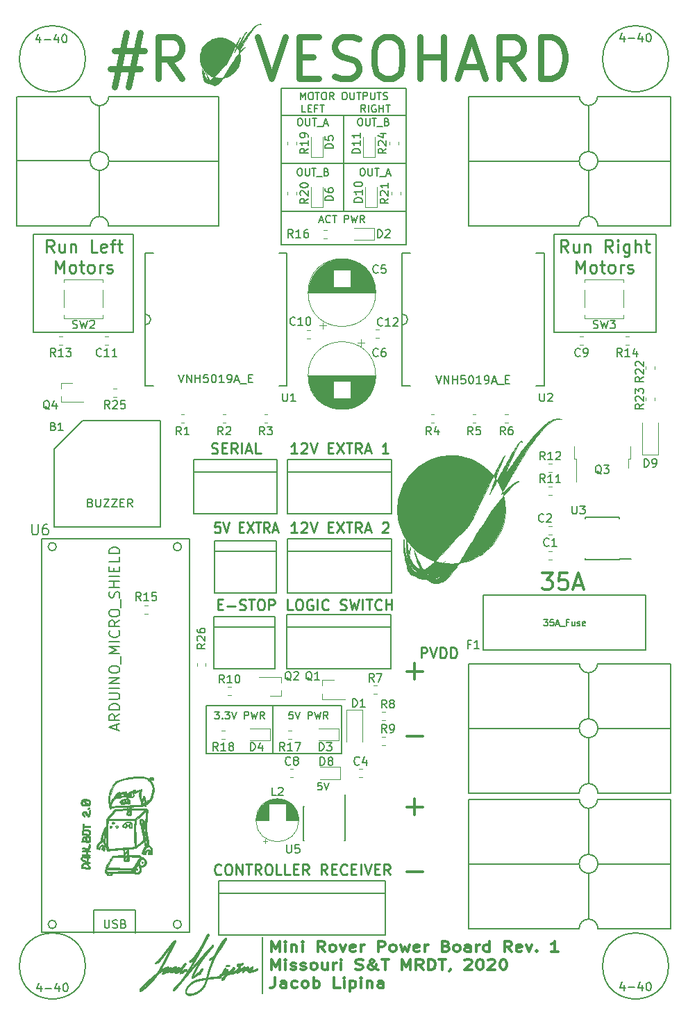
<source format=gbr>
G04 #@! TF.GenerationSoftware,KiCad,Pcbnew,(5.0.0)*
G04 #@! TF.CreationDate,2019-12-13T16:22:20-06:00*
G04 #@! TF.ProjectId,MiniRoverPowerBoard_Hardware,4D696E69526F766572506F776572426F,rev?*
G04 #@! TF.SameCoordinates,Original*
G04 #@! TF.FileFunction,Legend,Top*
G04 #@! TF.FilePolarity,Positive*
%FSLAX46Y46*%
G04 Gerber Fmt 4.6, Leading zero omitted, Abs format (unit mm)*
G04 Created by KiCad (PCBNEW (5.0.0)) date 12/13/19 16:22:20*
%MOMM*%
%LPD*%
G01*
G04 APERTURE LIST*
%ADD10C,0.215900*%
%ADD11C,0.152400*%
%ADD12C,0.762000*%
%ADD13C,0.200000*%
%ADD14C,0.300000*%
%ADD15C,0.177800*%
%ADD16C,0.228600*%
%ADD17C,0.355600*%
%ADD18C,0.150000*%
%ADD19C,0.120000*%
%ADD20C,0.010000*%
G04 APERTURE END LIST*
D10*
X134988904Y-77222047D02*
X135170333Y-77282523D01*
X135472714Y-77282523D01*
X135593666Y-77222047D01*
X135654142Y-77161571D01*
X135714619Y-77040619D01*
X135714619Y-76919666D01*
X135654142Y-76798714D01*
X135593666Y-76738238D01*
X135472714Y-76677761D01*
X135230809Y-76617285D01*
X135109857Y-76556809D01*
X135049380Y-76496333D01*
X134988904Y-76375380D01*
X134988904Y-76254428D01*
X135049380Y-76133476D01*
X135109857Y-76073000D01*
X135230809Y-76012523D01*
X135533190Y-76012523D01*
X135714619Y-76073000D01*
X136258904Y-76617285D02*
X136682238Y-76617285D01*
X136863666Y-77282523D02*
X136258904Y-77282523D01*
X136258904Y-76012523D01*
X136863666Y-76012523D01*
X138133666Y-77282523D02*
X137710333Y-76677761D01*
X137407952Y-77282523D02*
X137407952Y-76012523D01*
X137891761Y-76012523D01*
X138012714Y-76073000D01*
X138073190Y-76133476D01*
X138133666Y-76254428D01*
X138133666Y-76435857D01*
X138073190Y-76556809D01*
X138012714Y-76617285D01*
X137891761Y-76677761D01*
X137407952Y-76677761D01*
X138677952Y-77282523D02*
X138677952Y-76012523D01*
X139222238Y-76919666D02*
X139827000Y-76919666D01*
X139101285Y-77282523D02*
X139524619Y-76012523D01*
X139947952Y-77282523D01*
X140976047Y-77282523D02*
X140371285Y-77282523D01*
X140371285Y-76012523D01*
D11*
X114039952Y-26579285D02*
X114039952Y-27256619D01*
X113798047Y-26192238D02*
X113556142Y-26917952D01*
X114185095Y-26917952D01*
X114572142Y-26869571D02*
X115346238Y-26869571D01*
X116265476Y-26579285D02*
X116265476Y-27256619D01*
X116023571Y-26192238D02*
X115781666Y-26917952D01*
X116410619Y-26917952D01*
X116991190Y-26240619D02*
X117087952Y-26240619D01*
X117184714Y-26289000D01*
X117233095Y-26337380D01*
X117281476Y-26434142D01*
X117329857Y-26627666D01*
X117329857Y-26869571D01*
X117281476Y-27063095D01*
X117233095Y-27159857D01*
X117184714Y-27208238D01*
X117087952Y-27256619D01*
X116991190Y-27256619D01*
X116894428Y-27208238D01*
X116846047Y-27159857D01*
X116797666Y-27063095D01*
X116749285Y-26869571D01*
X116749285Y-26627666D01*
X116797666Y-26434142D01*
X116846047Y-26337380D01*
X116894428Y-26289000D01*
X116991190Y-26240619D01*
X185286952Y-26452285D02*
X185286952Y-27129619D01*
X185045047Y-26065238D02*
X184803142Y-26790952D01*
X185432095Y-26790952D01*
X185819142Y-26742571D02*
X186593238Y-26742571D01*
X187512476Y-26452285D02*
X187512476Y-27129619D01*
X187270571Y-26065238D02*
X187028666Y-26790952D01*
X187657619Y-26790952D01*
X188238190Y-26113619D02*
X188334952Y-26113619D01*
X188431714Y-26162000D01*
X188480095Y-26210380D01*
X188528476Y-26307142D01*
X188576857Y-26500666D01*
X188576857Y-26742571D01*
X188528476Y-26936095D01*
X188480095Y-27032857D01*
X188431714Y-27081238D01*
X188334952Y-27129619D01*
X188238190Y-27129619D01*
X188141428Y-27081238D01*
X188093047Y-27032857D01*
X188044666Y-26936095D01*
X187996285Y-26742571D01*
X187996285Y-26500666D01*
X188044666Y-26307142D01*
X188093047Y-26210380D01*
X188141428Y-26162000D01*
X188238190Y-26113619D01*
X185286952Y-142022285D02*
X185286952Y-142699619D01*
X185045047Y-141635238D02*
X184803142Y-142360952D01*
X185432095Y-142360952D01*
X185819142Y-142312571D02*
X186593238Y-142312571D01*
X187512476Y-142022285D02*
X187512476Y-142699619D01*
X187270571Y-141635238D02*
X187028666Y-142360952D01*
X187657619Y-142360952D01*
X188238190Y-141683619D02*
X188334952Y-141683619D01*
X188431714Y-141732000D01*
X188480095Y-141780380D01*
X188528476Y-141877142D01*
X188576857Y-142070666D01*
X188576857Y-142312571D01*
X188528476Y-142506095D01*
X188480095Y-142602857D01*
X188431714Y-142651238D01*
X188334952Y-142699619D01*
X188238190Y-142699619D01*
X188141428Y-142651238D01*
X188093047Y-142602857D01*
X188044666Y-142506095D01*
X187996285Y-142312571D01*
X187996285Y-142070666D01*
X188044666Y-141877142D01*
X188093047Y-141780380D01*
X188141428Y-141732000D01*
X188238190Y-141683619D01*
X114166952Y-142149285D02*
X114166952Y-142826619D01*
X113925047Y-141762238D02*
X113683142Y-142487952D01*
X114312095Y-142487952D01*
X114699142Y-142439571D02*
X115473238Y-142439571D01*
X116392476Y-142149285D02*
X116392476Y-142826619D01*
X116150571Y-141762238D02*
X115908666Y-142487952D01*
X116537619Y-142487952D01*
X117118190Y-141810619D02*
X117214952Y-141810619D01*
X117311714Y-141859000D01*
X117360095Y-141907380D01*
X117408476Y-142004142D01*
X117456857Y-142197666D01*
X117456857Y-142439571D01*
X117408476Y-142633095D01*
X117360095Y-142729857D01*
X117311714Y-142778238D01*
X117214952Y-142826619D01*
X117118190Y-142826619D01*
X117021428Y-142778238D01*
X116973047Y-142729857D01*
X116924666Y-142633095D01*
X116876285Y-142439571D01*
X116876285Y-142197666D01*
X116924666Y-142004142D01*
X116973047Y-141907380D01*
X117021428Y-141859000D01*
X117118190Y-141810619D01*
D10*
X160540095Y-102174523D02*
X160540095Y-100904523D01*
X161023904Y-100904523D01*
X161144857Y-100965000D01*
X161205333Y-101025476D01*
X161265809Y-101146428D01*
X161265809Y-101327857D01*
X161205333Y-101448809D01*
X161144857Y-101509285D01*
X161023904Y-101569761D01*
X160540095Y-101569761D01*
X161628666Y-100904523D02*
X162052000Y-102174523D01*
X162475333Y-100904523D01*
X162898666Y-102174523D02*
X162898666Y-100904523D01*
X163201047Y-100904523D01*
X163382476Y-100965000D01*
X163503428Y-101085952D01*
X163563904Y-101206904D01*
X163624380Y-101448809D01*
X163624380Y-101630238D01*
X163563904Y-101872142D01*
X163503428Y-101993095D01*
X163382476Y-102114047D01*
X163201047Y-102174523D01*
X162898666Y-102174523D01*
X164168666Y-102174523D02*
X164168666Y-100904523D01*
X164471047Y-100904523D01*
X164652476Y-100965000D01*
X164773428Y-101085952D01*
X164833904Y-101206904D01*
X164894380Y-101448809D01*
X164894380Y-101630238D01*
X164833904Y-101872142D01*
X164773428Y-101993095D01*
X164652476Y-102114047D01*
X164471047Y-102174523D01*
X164168666Y-102174523D01*
D12*
X123165809Y-28248428D02*
X126794380Y-28248428D01*
X124617238Y-26071285D02*
X123165809Y-32602714D01*
X126310571Y-30425571D02*
X122682000Y-30425571D01*
X124859142Y-32602714D02*
X126310571Y-26071285D01*
X131390571Y-31635095D02*
X129697238Y-29216047D01*
X128487714Y-31635095D02*
X128487714Y-26555095D01*
X130422952Y-26555095D01*
X130906761Y-26797000D01*
X131148666Y-27038904D01*
X131390571Y-27522714D01*
X131390571Y-28248428D01*
X131148666Y-28732238D01*
X130906761Y-28974142D01*
X130422952Y-29216047D01*
X128487714Y-29216047D01*
X140582952Y-26555095D02*
X142276285Y-31635095D01*
X143969619Y-26555095D01*
X145662952Y-28974142D02*
X147356285Y-28974142D01*
X148082000Y-31635095D02*
X145662952Y-31635095D01*
X145662952Y-26555095D01*
X148082000Y-26555095D01*
X150017238Y-31393190D02*
X150742952Y-31635095D01*
X151952476Y-31635095D01*
X152436285Y-31393190D01*
X152678190Y-31151285D01*
X152920095Y-30667476D01*
X152920095Y-30183666D01*
X152678190Y-29699857D01*
X152436285Y-29457952D01*
X151952476Y-29216047D01*
X150984857Y-28974142D01*
X150501047Y-28732238D01*
X150259142Y-28490333D01*
X150017238Y-28006523D01*
X150017238Y-27522714D01*
X150259142Y-27038904D01*
X150501047Y-26797000D01*
X150984857Y-26555095D01*
X152194380Y-26555095D01*
X152920095Y-26797000D01*
X156064857Y-26555095D02*
X157032476Y-26555095D01*
X157516285Y-26797000D01*
X158000095Y-27280809D01*
X158242000Y-28248428D01*
X158242000Y-29941761D01*
X158000095Y-30909380D01*
X157516285Y-31393190D01*
X157032476Y-31635095D01*
X156064857Y-31635095D01*
X155581047Y-31393190D01*
X155097238Y-30909380D01*
X154855333Y-29941761D01*
X154855333Y-28248428D01*
X155097238Y-27280809D01*
X155581047Y-26797000D01*
X156064857Y-26555095D01*
X160419142Y-31635095D02*
X160419142Y-26555095D01*
X160419142Y-28974142D02*
X163322000Y-28974142D01*
X163322000Y-31635095D02*
X163322000Y-26555095D01*
X165499142Y-30183666D02*
X167918190Y-30183666D01*
X165015333Y-31635095D02*
X166708666Y-26555095D01*
X168402000Y-31635095D01*
X172998190Y-31635095D02*
X171304857Y-29216047D01*
X170095333Y-31635095D02*
X170095333Y-26555095D01*
X172030571Y-26555095D01*
X172514380Y-26797000D01*
X172756285Y-27038904D01*
X172998190Y-27522714D01*
X172998190Y-28248428D01*
X172756285Y-28732238D01*
X172514380Y-28974142D01*
X172030571Y-29216047D01*
X170095333Y-29216047D01*
X175175333Y-31635095D02*
X175175333Y-26555095D01*
X176384857Y-26555095D01*
X177110571Y-26797000D01*
X177594380Y-27280809D01*
X177836285Y-27764619D01*
X178078190Y-28732238D01*
X178078190Y-29457952D01*
X177836285Y-30425571D01*
X177594380Y-30909380D01*
X177110571Y-31393190D01*
X176384857Y-31635095D01*
X175175333Y-31635095D01*
D13*
X141224000Y-136144000D02*
X141224000Y-143002000D01*
D14*
X142284142Y-137942523D02*
X142284142Y-136672523D01*
X142784142Y-137579666D01*
X143284142Y-136672523D01*
X143284142Y-137942523D01*
X143998428Y-137942523D02*
X143998428Y-137095857D01*
X143998428Y-136672523D02*
X143927000Y-136733000D01*
X143998428Y-136793476D01*
X144069857Y-136733000D01*
X143998428Y-136672523D01*
X143998428Y-136793476D01*
X144712714Y-137095857D02*
X144712714Y-137942523D01*
X144712714Y-137216809D02*
X144784142Y-137156333D01*
X144927000Y-137095857D01*
X145141285Y-137095857D01*
X145284142Y-137156333D01*
X145355571Y-137277285D01*
X145355571Y-137942523D01*
X146069857Y-137942523D02*
X146069857Y-137095857D01*
X146069857Y-136672523D02*
X145998428Y-136733000D01*
X146069857Y-136793476D01*
X146141285Y-136733000D01*
X146069857Y-136672523D01*
X146069857Y-136793476D01*
X148784142Y-137942523D02*
X148284142Y-137337761D01*
X147927000Y-137942523D02*
X147927000Y-136672523D01*
X148498428Y-136672523D01*
X148641285Y-136733000D01*
X148712714Y-136793476D01*
X148784142Y-136914428D01*
X148784142Y-137095857D01*
X148712714Y-137216809D01*
X148641285Y-137277285D01*
X148498428Y-137337761D01*
X147927000Y-137337761D01*
X149641285Y-137942523D02*
X149498428Y-137882047D01*
X149427000Y-137821571D01*
X149355571Y-137700619D01*
X149355571Y-137337761D01*
X149427000Y-137216809D01*
X149498428Y-137156333D01*
X149641285Y-137095857D01*
X149855571Y-137095857D01*
X149998428Y-137156333D01*
X150069857Y-137216809D01*
X150141285Y-137337761D01*
X150141285Y-137700619D01*
X150069857Y-137821571D01*
X149998428Y-137882047D01*
X149855571Y-137942523D01*
X149641285Y-137942523D01*
X150641285Y-137095857D02*
X150998428Y-137942523D01*
X151355571Y-137095857D01*
X152498428Y-137882047D02*
X152355571Y-137942523D01*
X152069857Y-137942523D01*
X151927000Y-137882047D01*
X151855571Y-137761095D01*
X151855571Y-137277285D01*
X151927000Y-137156333D01*
X152069857Y-137095857D01*
X152355571Y-137095857D01*
X152498428Y-137156333D01*
X152569857Y-137277285D01*
X152569857Y-137398238D01*
X151855571Y-137519190D01*
X153212714Y-137942523D02*
X153212714Y-137095857D01*
X153212714Y-137337761D02*
X153284142Y-137216809D01*
X153355571Y-137156333D01*
X153498428Y-137095857D01*
X153641285Y-137095857D01*
X155284142Y-137942523D02*
X155284142Y-136672523D01*
X155855571Y-136672523D01*
X155998428Y-136733000D01*
X156069857Y-136793476D01*
X156141285Y-136914428D01*
X156141285Y-137095857D01*
X156069857Y-137216809D01*
X155998428Y-137277285D01*
X155855571Y-137337761D01*
X155284142Y-137337761D01*
X156998428Y-137942523D02*
X156855571Y-137882047D01*
X156784142Y-137821571D01*
X156712714Y-137700619D01*
X156712714Y-137337761D01*
X156784142Y-137216809D01*
X156855571Y-137156333D01*
X156998428Y-137095857D01*
X157212714Y-137095857D01*
X157355571Y-137156333D01*
X157427000Y-137216809D01*
X157498428Y-137337761D01*
X157498428Y-137700619D01*
X157427000Y-137821571D01*
X157355571Y-137882047D01*
X157212714Y-137942523D01*
X156998428Y-137942523D01*
X157998428Y-137095857D02*
X158284142Y-137942523D01*
X158569857Y-137337761D01*
X158855571Y-137942523D01*
X159141285Y-137095857D01*
X160284142Y-137882047D02*
X160141285Y-137942523D01*
X159855571Y-137942523D01*
X159712714Y-137882047D01*
X159641285Y-137761095D01*
X159641285Y-137277285D01*
X159712714Y-137156333D01*
X159855571Y-137095857D01*
X160141285Y-137095857D01*
X160284142Y-137156333D01*
X160355571Y-137277285D01*
X160355571Y-137398238D01*
X159641285Y-137519190D01*
X160998428Y-137942523D02*
X160998428Y-137095857D01*
X160998428Y-137337761D02*
X161069857Y-137216809D01*
X161141285Y-137156333D01*
X161284142Y-137095857D01*
X161427000Y-137095857D01*
X163569857Y-137277285D02*
X163784142Y-137337761D01*
X163855571Y-137398238D01*
X163927000Y-137519190D01*
X163927000Y-137700619D01*
X163855571Y-137821571D01*
X163784142Y-137882047D01*
X163641285Y-137942523D01*
X163069857Y-137942523D01*
X163069857Y-136672523D01*
X163569857Y-136672523D01*
X163712714Y-136733000D01*
X163784142Y-136793476D01*
X163855571Y-136914428D01*
X163855571Y-137035380D01*
X163784142Y-137156333D01*
X163712714Y-137216809D01*
X163569857Y-137277285D01*
X163069857Y-137277285D01*
X164784142Y-137942523D02*
X164641285Y-137882047D01*
X164569857Y-137821571D01*
X164498428Y-137700619D01*
X164498428Y-137337761D01*
X164569857Y-137216809D01*
X164641285Y-137156333D01*
X164784142Y-137095857D01*
X164998428Y-137095857D01*
X165141285Y-137156333D01*
X165212714Y-137216809D01*
X165284142Y-137337761D01*
X165284142Y-137700619D01*
X165212714Y-137821571D01*
X165141285Y-137882047D01*
X164998428Y-137942523D01*
X164784142Y-137942523D01*
X166569857Y-137942523D02*
X166569857Y-137277285D01*
X166498428Y-137156333D01*
X166355571Y-137095857D01*
X166069857Y-137095857D01*
X165927000Y-137156333D01*
X166569857Y-137882047D02*
X166427000Y-137942523D01*
X166069857Y-137942523D01*
X165927000Y-137882047D01*
X165855571Y-137761095D01*
X165855571Y-137640142D01*
X165927000Y-137519190D01*
X166069857Y-137458714D01*
X166427000Y-137458714D01*
X166569857Y-137398238D01*
X167284142Y-137942523D02*
X167284142Y-137095857D01*
X167284142Y-137337761D02*
X167355571Y-137216809D01*
X167427000Y-137156333D01*
X167569857Y-137095857D01*
X167712714Y-137095857D01*
X168855571Y-137942523D02*
X168855571Y-136672523D01*
X168855571Y-137882047D02*
X168712714Y-137942523D01*
X168427000Y-137942523D01*
X168284142Y-137882047D01*
X168212714Y-137821571D01*
X168141285Y-137700619D01*
X168141285Y-137337761D01*
X168212714Y-137216809D01*
X168284142Y-137156333D01*
X168427000Y-137095857D01*
X168712714Y-137095857D01*
X168855571Y-137156333D01*
X171569857Y-137942523D02*
X171069857Y-137337761D01*
X170712714Y-137942523D02*
X170712714Y-136672523D01*
X171284142Y-136672523D01*
X171427000Y-136733000D01*
X171498428Y-136793476D01*
X171569857Y-136914428D01*
X171569857Y-137095857D01*
X171498428Y-137216809D01*
X171427000Y-137277285D01*
X171284142Y-137337761D01*
X170712714Y-137337761D01*
X172784142Y-137882047D02*
X172641285Y-137942523D01*
X172355571Y-137942523D01*
X172212714Y-137882047D01*
X172141285Y-137761095D01*
X172141285Y-137277285D01*
X172212714Y-137156333D01*
X172355571Y-137095857D01*
X172641285Y-137095857D01*
X172784142Y-137156333D01*
X172855571Y-137277285D01*
X172855571Y-137398238D01*
X172141285Y-137519190D01*
X173355571Y-137095857D02*
X173712714Y-137942523D01*
X174069857Y-137095857D01*
X174641285Y-137821571D02*
X174712714Y-137882047D01*
X174641285Y-137942523D01*
X174569857Y-137882047D01*
X174641285Y-137821571D01*
X174641285Y-137942523D01*
X177284142Y-137942523D02*
X176427000Y-137942523D01*
X176855571Y-137942523D02*
X176855571Y-136672523D01*
X176712714Y-136853952D01*
X176569857Y-136974904D01*
X176427000Y-137035380D01*
X142284142Y-140147523D02*
X142284142Y-138877523D01*
X142784142Y-139784666D01*
X143284142Y-138877523D01*
X143284142Y-140147523D01*
X143998428Y-140147523D02*
X143998428Y-139300857D01*
X143998428Y-138877523D02*
X143927000Y-138938000D01*
X143998428Y-138998476D01*
X144069857Y-138938000D01*
X143998428Y-138877523D01*
X143998428Y-138998476D01*
X144641285Y-140087047D02*
X144784142Y-140147523D01*
X145069857Y-140147523D01*
X145212714Y-140087047D01*
X145284142Y-139966095D01*
X145284142Y-139905619D01*
X145212714Y-139784666D01*
X145069857Y-139724190D01*
X144855571Y-139724190D01*
X144712714Y-139663714D01*
X144641285Y-139542761D01*
X144641285Y-139482285D01*
X144712714Y-139361333D01*
X144855571Y-139300857D01*
X145069857Y-139300857D01*
X145212714Y-139361333D01*
X145855571Y-140087047D02*
X145998428Y-140147523D01*
X146284142Y-140147523D01*
X146427000Y-140087047D01*
X146498428Y-139966095D01*
X146498428Y-139905619D01*
X146427000Y-139784666D01*
X146284142Y-139724190D01*
X146069857Y-139724190D01*
X145927000Y-139663714D01*
X145855571Y-139542761D01*
X145855571Y-139482285D01*
X145927000Y-139361333D01*
X146069857Y-139300857D01*
X146284142Y-139300857D01*
X146427000Y-139361333D01*
X147355571Y-140147523D02*
X147212714Y-140087047D01*
X147141285Y-140026571D01*
X147069857Y-139905619D01*
X147069857Y-139542761D01*
X147141285Y-139421809D01*
X147212714Y-139361333D01*
X147355571Y-139300857D01*
X147569857Y-139300857D01*
X147712714Y-139361333D01*
X147784142Y-139421809D01*
X147855571Y-139542761D01*
X147855571Y-139905619D01*
X147784142Y-140026571D01*
X147712714Y-140087047D01*
X147569857Y-140147523D01*
X147355571Y-140147523D01*
X149141285Y-139300857D02*
X149141285Y-140147523D01*
X148498428Y-139300857D02*
X148498428Y-139966095D01*
X148569857Y-140087047D01*
X148712714Y-140147523D01*
X148927000Y-140147523D01*
X149069857Y-140087047D01*
X149141285Y-140026571D01*
X149855571Y-140147523D02*
X149855571Y-139300857D01*
X149855571Y-139542761D02*
X149927000Y-139421809D01*
X149998428Y-139361333D01*
X150141285Y-139300857D01*
X150284142Y-139300857D01*
X150784142Y-140147523D02*
X150784142Y-139300857D01*
X150784142Y-138877523D02*
X150712714Y-138938000D01*
X150784142Y-138998476D01*
X150855571Y-138938000D01*
X150784142Y-138877523D01*
X150784142Y-138998476D01*
X152569857Y-140087047D02*
X152784142Y-140147523D01*
X153141285Y-140147523D01*
X153284142Y-140087047D01*
X153355571Y-140026571D01*
X153427000Y-139905619D01*
X153427000Y-139784666D01*
X153355571Y-139663714D01*
X153284142Y-139603238D01*
X153141285Y-139542761D01*
X152855571Y-139482285D01*
X152712714Y-139421809D01*
X152641285Y-139361333D01*
X152569857Y-139240380D01*
X152569857Y-139119428D01*
X152641285Y-138998476D01*
X152712714Y-138938000D01*
X152855571Y-138877523D01*
X153212714Y-138877523D01*
X153427000Y-138938000D01*
X155284142Y-140147523D02*
X155212714Y-140147523D01*
X155069857Y-140087047D01*
X154855571Y-139905619D01*
X154498428Y-139542761D01*
X154355571Y-139361333D01*
X154284142Y-139179904D01*
X154284142Y-139058952D01*
X154355571Y-138938000D01*
X154498428Y-138877523D01*
X154569857Y-138877523D01*
X154712714Y-138938000D01*
X154784142Y-139058952D01*
X154784142Y-139119428D01*
X154712714Y-139240380D01*
X154641285Y-139300857D01*
X154212714Y-139542761D01*
X154141285Y-139603238D01*
X154069857Y-139724190D01*
X154069857Y-139905619D01*
X154141285Y-140026571D01*
X154212714Y-140087047D01*
X154355571Y-140147523D01*
X154569857Y-140147523D01*
X154712714Y-140087047D01*
X154784142Y-140026571D01*
X154998428Y-139784666D01*
X155069857Y-139603238D01*
X155069857Y-139482285D01*
X155712714Y-138877523D02*
X156569857Y-138877523D01*
X156141285Y-140147523D02*
X156141285Y-138877523D01*
X158212714Y-140147523D02*
X158212714Y-138877523D01*
X158712714Y-139784666D01*
X159212714Y-138877523D01*
X159212714Y-140147523D01*
X160784142Y-140147523D02*
X160284142Y-139542761D01*
X159927000Y-140147523D02*
X159927000Y-138877523D01*
X160498428Y-138877523D01*
X160641285Y-138938000D01*
X160712714Y-138998476D01*
X160784142Y-139119428D01*
X160784142Y-139300857D01*
X160712714Y-139421809D01*
X160641285Y-139482285D01*
X160498428Y-139542761D01*
X159927000Y-139542761D01*
X161427000Y-140147523D02*
X161427000Y-138877523D01*
X161784142Y-138877523D01*
X161998428Y-138938000D01*
X162141285Y-139058952D01*
X162212714Y-139179904D01*
X162284142Y-139421809D01*
X162284142Y-139603238D01*
X162212714Y-139845142D01*
X162141285Y-139966095D01*
X161998428Y-140087047D01*
X161784142Y-140147523D01*
X161427000Y-140147523D01*
X162712714Y-138877523D02*
X163569857Y-138877523D01*
X163141285Y-140147523D02*
X163141285Y-138877523D01*
X164141285Y-140087047D02*
X164141285Y-140147523D01*
X164069857Y-140268476D01*
X163998428Y-140328952D01*
X165855571Y-138998476D02*
X165927000Y-138938000D01*
X166069857Y-138877523D01*
X166427000Y-138877523D01*
X166569857Y-138938000D01*
X166641285Y-138998476D01*
X166712714Y-139119428D01*
X166712714Y-139240380D01*
X166641285Y-139421809D01*
X165784142Y-140147523D01*
X166712714Y-140147523D01*
X167641285Y-138877523D02*
X167784142Y-138877523D01*
X167927000Y-138938000D01*
X167998428Y-138998476D01*
X168069857Y-139119428D01*
X168141285Y-139361333D01*
X168141285Y-139663714D01*
X168069857Y-139905619D01*
X167998428Y-140026571D01*
X167927000Y-140087047D01*
X167784142Y-140147523D01*
X167641285Y-140147523D01*
X167498428Y-140087047D01*
X167427000Y-140026571D01*
X167355571Y-139905619D01*
X167284142Y-139663714D01*
X167284142Y-139361333D01*
X167355571Y-139119428D01*
X167427000Y-138998476D01*
X167498428Y-138938000D01*
X167641285Y-138877523D01*
X168712714Y-138998476D02*
X168784142Y-138938000D01*
X168927000Y-138877523D01*
X169284142Y-138877523D01*
X169427000Y-138938000D01*
X169498428Y-138998476D01*
X169569857Y-139119428D01*
X169569857Y-139240380D01*
X169498428Y-139421809D01*
X168641285Y-140147523D01*
X169569857Y-140147523D01*
X170498428Y-138877523D02*
X170641285Y-138877523D01*
X170784142Y-138938000D01*
X170855571Y-138998476D01*
X170927000Y-139119428D01*
X170998428Y-139361333D01*
X170998428Y-139663714D01*
X170927000Y-139905619D01*
X170855571Y-140026571D01*
X170784142Y-140087047D01*
X170641285Y-140147523D01*
X170498428Y-140147523D01*
X170355571Y-140087047D01*
X170284142Y-140026571D01*
X170212714Y-139905619D01*
X170141285Y-139663714D01*
X170141285Y-139361333D01*
X170212714Y-139119428D01*
X170284142Y-138998476D01*
X170355571Y-138938000D01*
X170498428Y-138877523D01*
X142712714Y-141082523D02*
X142712714Y-141989666D01*
X142641285Y-142171095D01*
X142498428Y-142292047D01*
X142284142Y-142352523D01*
X142141285Y-142352523D01*
X144069857Y-142352523D02*
X144069857Y-141687285D01*
X143998428Y-141566333D01*
X143855571Y-141505857D01*
X143569857Y-141505857D01*
X143427000Y-141566333D01*
X144069857Y-142292047D02*
X143927000Y-142352523D01*
X143569857Y-142352523D01*
X143427000Y-142292047D01*
X143355571Y-142171095D01*
X143355571Y-142050142D01*
X143427000Y-141929190D01*
X143569857Y-141868714D01*
X143927000Y-141868714D01*
X144069857Y-141808238D01*
X145427000Y-142292047D02*
X145284142Y-142352523D01*
X144998428Y-142352523D01*
X144855571Y-142292047D01*
X144784142Y-142231571D01*
X144712714Y-142110619D01*
X144712714Y-141747761D01*
X144784142Y-141626809D01*
X144855571Y-141566333D01*
X144998428Y-141505857D01*
X145284142Y-141505857D01*
X145427000Y-141566333D01*
X146284142Y-142352523D02*
X146141285Y-142292047D01*
X146069857Y-142231571D01*
X145998428Y-142110619D01*
X145998428Y-141747761D01*
X146069857Y-141626809D01*
X146141285Y-141566333D01*
X146284142Y-141505857D01*
X146498428Y-141505857D01*
X146641285Y-141566333D01*
X146712714Y-141626809D01*
X146784142Y-141747761D01*
X146784142Y-142110619D01*
X146712714Y-142231571D01*
X146641285Y-142292047D01*
X146498428Y-142352523D01*
X146284142Y-142352523D01*
X147427000Y-142352523D02*
X147427000Y-141082523D01*
X147427000Y-141566333D02*
X147569857Y-141505857D01*
X147855571Y-141505857D01*
X147998428Y-141566333D01*
X148069857Y-141626809D01*
X148141285Y-141747761D01*
X148141285Y-142110619D01*
X148069857Y-142231571D01*
X147998428Y-142292047D01*
X147855571Y-142352523D01*
X147569857Y-142352523D01*
X147427000Y-142292047D01*
X150641285Y-142352523D02*
X149927000Y-142352523D01*
X149927000Y-141082523D01*
X151141285Y-142352523D02*
X151141285Y-141505857D01*
X151141285Y-141082523D02*
X151069857Y-141143000D01*
X151141285Y-141203476D01*
X151212714Y-141143000D01*
X151141285Y-141082523D01*
X151141285Y-141203476D01*
X151855571Y-141505857D02*
X151855571Y-142775857D01*
X151855571Y-141566333D02*
X151998428Y-141505857D01*
X152284142Y-141505857D01*
X152427000Y-141566333D01*
X152498428Y-141626809D01*
X152569857Y-141747761D01*
X152569857Y-142110619D01*
X152498428Y-142231571D01*
X152427000Y-142292047D01*
X152284142Y-142352523D01*
X151998428Y-142352523D01*
X151855571Y-142292047D01*
X153212714Y-142352523D02*
X153212714Y-141505857D01*
X153212714Y-141082523D02*
X153141285Y-141143000D01*
X153212714Y-141203476D01*
X153284142Y-141143000D01*
X153212714Y-141082523D01*
X153212714Y-141203476D01*
X153927000Y-141505857D02*
X153927000Y-142352523D01*
X153927000Y-141626809D02*
X153998428Y-141566333D01*
X154141285Y-141505857D01*
X154355571Y-141505857D01*
X154498428Y-141566333D01*
X154569857Y-141687285D01*
X154569857Y-142352523D01*
X155927000Y-142352523D02*
X155927000Y-141687285D01*
X155855571Y-141566333D01*
X155712714Y-141505857D01*
X155427000Y-141505857D01*
X155284142Y-141566333D01*
X155927000Y-142292047D02*
X155784142Y-142352523D01*
X155427000Y-142352523D01*
X155284142Y-142292047D01*
X155212714Y-142171095D01*
X155212714Y-142050142D01*
X155284142Y-141929190D01*
X155427000Y-141868714D01*
X155784142Y-141868714D01*
X155927000Y-141808238D01*
D10*
X136131904Y-128469571D02*
X136071428Y-128530047D01*
X135890000Y-128590523D01*
X135769047Y-128590523D01*
X135587619Y-128530047D01*
X135466666Y-128409095D01*
X135406190Y-128288142D01*
X135345714Y-128046238D01*
X135345714Y-127864809D01*
X135406190Y-127622904D01*
X135466666Y-127501952D01*
X135587619Y-127381000D01*
X135769047Y-127320523D01*
X135890000Y-127320523D01*
X136071428Y-127381000D01*
X136131904Y-127441476D01*
X136918095Y-127320523D02*
X137160000Y-127320523D01*
X137280952Y-127381000D01*
X137401904Y-127501952D01*
X137462380Y-127743857D01*
X137462380Y-128167190D01*
X137401904Y-128409095D01*
X137280952Y-128530047D01*
X137160000Y-128590523D01*
X136918095Y-128590523D01*
X136797142Y-128530047D01*
X136676190Y-128409095D01*
X136615714Y-128167190D01*
X136615714Y-127743857D01*
X136676190Y-127501952D01*
X136797142Y-127381000D01*
X136918095Y-127320523D01*
X138006666Y-128590523D02*
X138006666Y-127320523D01*
X138732380Y-128590523D01*
X138732380Y-127320523D01*
X139155714Y-127320523D02*
X139881428Y-127320523D01*
X139518571Y-128590523D02*
X139518571Y-127320523D01*
X141030476Y-128590523D02*
X140607142Y-127985761D01*
X140304761Y-128590523D02*
X140304761Y-127320523D01*
X140788571Y-127320523D01*
X140909523Y-127381000D01*
X140970000Y-127441476D01*
X141030476Y-127562428D01*
X141030476Y-127743857D01*
X140970000Y-127864809D01*
X140909523Y-127925285D01*
X140788571Y-127985761D01*
X140304761Y-127985761D01*
X141816666Y-127320523D02*
X142058571Y-127320523D01*
X142179523Y-127381000D01*
X142300476Y-127501952D01*
X142360952Y-127743857D01*
X142360952Y-128167190D01*
X142300476Y-128409095D01*
X142179523Y-128530047D01*
X142058571Y-128590523D01*
X141816666Y-128590523D01*
X141695714Y-128530047D01*
X141574761Y-128409095D01*
X141514285Y-128167190D01*
X141514285Y-127743857D01*
X141574761Y-127501952D01*
X141695714Y-127381000D01*
X141816666Y-127320523D01*
X143510000Y-128590523D02*
X142905238Y-128590523D01*
X142905238Y-127320523D01*
X144538095Y-128590523D02*
X143933333Y-128590523D01*
X143933333Y-127320523D01*
X144961428Y-127925285D02*
X145384761Y-127925285D01*
X145566190Y-128590523D02*
X144961428Y-128590523D01*
X144961428Y-127320523D01*
X145566190Y-127320523D01*
X146836190Y-128590523D02*
X146412857Y-127985761D01*
X146110476Y-128590523D02*
X146110476Y-127320523D01*
X146594285Y-127320523D01*
X146715238Y-127381000D01*
X146775714Y-127441476D01*
X146836190Y-127562428D01*
X146836190Y-127743857D01*
X146775714Y-127864809D01*
X146715238Y-127925285D01*
X146594285Y-127985761D01*
X146110476Y-127985761D01*
X149073809Y-128590523D02*
X148650476Y-127985761D01*
X148348095Y-128590523D02*
X148348095Y-127320523D01*
X148831904Y-127320523D01*
X148952857Y-127381000D01*
X149013333Y-127441476D01*
X149073809Y-127562428D01*
X149073809Y-127743857D01*
X149013333Y-127864809D01*
X148952857Y-127925285D01*
X148831904Y-127985761D01*
X148348095Y-127985761D01*
X149618095Y-127925285D02*
X150041428Y-127925285D01*
X150222857Y-128590523D02*
X149618095Y-128590523D01*
X149618095Y-127320523D01*
X150222857Y-127320523D01*
X151492857Y-128469571D02*
X151432380Y-128530047D01*
X151250952Y-128590523D01*
X151130000Y-128590523D01*
X150948571Y-128530047D01*
X150827619Y-128409095D01*
X150767142Y-128288142D01*
X150706666Y-128046238D01*
X150706666Y-127864809D01*
X150767142Y-127622904D01*
X150827619Y-127501952D01*
X150948571Y-127381000D01*
X151130000Y-127320523D01*
X151250952Y-127320523D01*
X151432380Y-127381000D01*
X151492857Y-127441476D01*
X152037142Y-127925285D02*
X152460476Y-127925285D01*
X152641904Y-128590523D02*
X152037142Y-128590523D01*
X152037142Y-127320523D01*
X152641904Y-127320523D01*
X153186190Y-128590523D02*
X153186190Y-127320523D01*
X153609523Y-127320523D02*
X154032857Y-128590523D01*
X154456190Y-127320523D01*
X154879523Y-127925285D02*
X155302857Y-127925285D01*
X155484285Y-128590523D02*
X154879523Y-128590523D01*
X154879523Y-127320523D01*
X155484285Y-127320523D01*
X156754285Y-128590523D02*
X156330952Y-127985761D01*
X156028571Y-128590523D02*
X156028571Y-127320523D01*
X156512380Y-127320523D01*
X156633333Y-127381000D01*
X156693809Y-127441476D01*
X156754285Y-127562428D01*
X156754285Y-127743857D01*
X156693809Y-127864809D01*
X156633333Y-127925285D01*
X156512380Y-127985761D01*
X156028571Y-127985761D01*
X144876761Y-96332523D02*
X144272000Y-96332523D01*
X144272000Y-95062523D01*
X145542000Y-95062523D02*
X145783904Y-95062523D01*
X145904857Y-95123000D01*
X146025809Y-95243952D01*
X146086285Y-95485857D01*
X146086285Y-95909190D01*
X146025809Y-96151095D01*
X145904857Y-96272047D01*
X145783904Y-96332523D01*
X145542000Y-96332523D01*
X145421047Y-96272047D01*
X145300095Y-96151095D01*
X145239619Y-95909190D01*
X145239619Y-95485857D01*
X145300095Y-95243952D01*
X145421047Y-95123000D01*
X145542000Y-95062523D01*
X147295809Y-95123000D02*
X147174857Y-95062523D01*
X146993428Y-95062523D01*
X146812000Y-95123000D01*
X146691047Y-95243952D01*
X146630571Y-95364904D01*
X146570095Y-95606809D01*
X146570095Y-95788238D01*
X146630571Y-96030142D01*
X146691047Y-96151095D01*
X146812000Y-96272047D01*
X146993428Y-96332523D01*
X147114380Y-96332523D01*
X147295809Y-96272047D01*
X147356285Y-96211571D01*
X147356285Y-95788238D01*
X147114380Y-95788238D01*
X147900571Y-96332523D02*
X147900571Y-95062523D01*
X149231047Y-96211571D02*
X149170571Y-96272047D01*
X148989142Y-96332523D01*
X148868190Y-96332523D01*
X148686761Y-96272047D01*
X148565809Y-96151095D01*
X148505333Y-96030142D01*
X148444857Y-95788238D01*
X148444857Y-95606809D01*
X148505333Y-95364904D01*
X148565809Y-95243952D01*
X148686761Y-95123000D01*
X148868190Y-95062523D01*
X148989142Y-95062523D01*
X149170571Y-95123000D01*
X149231047Y-95183476D01*
X150682476Y-96272047D02*
X150863904Y-96332523D01*
X151166285Y-96332523D01*
X151287238Y-96272047D01*
X151347714Y-96211571D01*
X151408190Y-96090619D01*
X151408190Y-95969666D01*
X151347714Y-95848714D01*
X151287238Y-95788238D01*
X151166285Y-95727761D01*
X150924380Y-95667285D01*
X150803428Y-95606809D01*
X150742952Y-95546333D01*
X150682476Y-95425380D01*
X150682476Y-95304428D01*
X150742952Y-95183476D01*
X150803428Y-95123000D01*
X150924380Y-95062523D01*
X151226761Y-95062523D01*
X151408190Y-95123000D01*
X151831523Y-95062523D02*
X152133904Y-96332523D01*
X152375809Y-95425380D01*
X152617714Y-96332523D01*
X152920095Y-95062523D01*
X153403904Y-96332523D02*
X153403904Y-95062523D01*
X153827238Y-95062523D02*
X154552952Y-95062523D01*
X154190095Y-96332523D02*
X154190095Y-95062523D01*
X155702000Y-96211571D02*
X155641523Y-96272047D01*
X155460095Y-96332523D01*
X155339142Y-96332523D01*
X155157714Y-96272047D01*
X155036761Y-96151095D01*
X154976285Y-96030142D01*
X154915809Y-95788238D01*
X154915809Y-95606809D01*
X154976285Y-95364904D01*
X155036761Y-95243952D01*
X155157714Y-95123000D01*
X155339142Y-95062523D01*
X155460095Y-95062523D01*
X155641523Y-95123000D01*
X155702000Y-95183476D01*
X156246285Y-96332523D02*
X156246285Y-95062523D01*
X156246285Y-95667285D02*
X156972000Y-95667285D01*
X156972000Y-96332523D02*
X156972000Y-95062523D01*
X135744857Y-95667285D02*
X136168190Y-95667285D01*
X136349619Y-96332523D02*
X135744857Y-96332523D01*
X135744857Y-95062523D01*
X136349619Y-95062523D01*
X136893904Y-95848714D02*
X137861523Y-95848714D01*
X138405809Y-96272047D02*
X138587238Y-96332523D01*
X138889619Y-96332523D01*
X139010571Y-96272047D01*
X139071047Y-96211571D01*
X139131523Y-96090619D01*
X139131523Y-95969666D01*
X139071047Y-95848714D01*
X139010571Y-95788238D01*
X138889619Y-95727761D01*
X138647714Y-95667285D01*
X138526761Y-95606809D01*
X138466285Y-95546333D01*
X138405809Y-95425380D01*
X138405809Y-95304428D01*
X138466285Y-95183476D01*
X138526761Y-95123000D01*
X138647714Y-95062523D01*
X138950095Y-95062523D01*
X139131523Y-95123000D01*
X139494380Y-95062523D02*
X140220095Y-95062523D01*
X139857238Y-96332523D02*
X139857238Y-95062523D01*
X140885333Y-95062523D02*
X141127238Y-95062523D01*
X141248190Y-95123000D01*
X141369142Y-95243952D01*
X141429619Y-95485857D01*
X141429619Y-95909190D01*
X141369142Y-96151095D01*
X141248190Y-96272047D01*
X141127238Y-96332523D01*
X140885333Y-96332523D01*
X140764380Y-96272047D01*
X140643428Y-96151095D01*
X140582952Y-95909190D01*
X140582952Y-95485857D01*
X140643428Y-95243952D01*
X140764380Y-95123000D01*
X140885333Y-95062523D01*
X141973904Y-96332523D02*
X141973904Y-95062523D01*
X142457714Y-95062523D01*
X142578666Y-95123000D01*
X142639142Y-95183476D01*
X142699619Y-95304428D01*
X142699619Y-95485857D01*
X142639142Y-95606809D01*
X142578666Y-95667285D01*
X142457714Y-95727761D01*
X141973904Y-95727761D01*
X135980714Y-85664523D02*
X135436428Y-85664523D01*
X135382000Y-86269285D01*
X135436428Y-86208809D01*
X135545285Y-86148333D01*
X135817428Y-86148333D01*
X135926285Y-86208809D01*
X135980714Y-86269285D01*
X136035142Y-86390238D01*
X136035142Y-86692619D01*
X135980714Y-86813571D01*
X135926285Y-86874047D01*
X135817428Y-86934523D01*
X135545285Y-86934523D01*
X135436428Y-86874047D01*
X135382000Y-86813571D01*
X136361714Y-85664523D02*
X136742714Y-86934523D01*
X137123714Y-85664523D01*
X138375571Y-86269285D02*
X138756571Y-86269285D01*
X138919857Y-86934523D02*
X138375571Y-86934523D01*
X138375571Y-85664523D01*
X138919857Y-85664523D01*
X139300857Y-85664523D02*
X140062857Y-86934523D01*
X140062857Y-85664523D02*
X139300857Y-86934523D01*
X140335000Y-85664523D02*
X140988142Y-85664523D01*
X140661571Y-86934523D02*
X140661571Y-85664523D01*
X142022285Y-86934523D02*
X141641285Y-86329761D01*
X141369142Y-86934523D02*
X141369142Y-85664523D01*
X141804571Y-85664523D01*
X141913428Y-85725000D01*
X141967857Y-85785476D01*
X142022285Y-85906428D01*
X142022285Y-86087857D01*
X141967857Y-86208809D01*
X141913428Y-86269285D01*
X141804571Y-86329761D01*
X141369142Y-86329761D01*
X142457714Y-86571666D02*
X143002000Y-86571666D01*
X142348857Y-86934523D02*
X142729857Y-85664523D01*
X143110857Y-86934523D01*
X145421047Y-86934523D02*
X144695333Y-86934523D01*
X145058190Y-86934523D02*
X145058190Y-85664523D01*
X144937238Y-85845952D01*
X144816285Y-85966904D01*
X144695333Y-86027380D01*
X145904857Y-85785476D02*
X145965333Y-85725000D01*
X146086285Y-85664523D01*
X146388666Y-85664523D01*
X146509619Y-85725000D01*
X146570095Y-85785476D01*
X146630571Y-85906428D01*
X146630571Y-86027380D01*
X146570095Y-86208809D01*
X145844380Y-86934523D01*
X146630571Y-86934523D01*
X146993428Y-85664523D02*
X147416761Y-86934523D01*
X147840095Y-85664523D01*
X149231047Y-86269285D02*
X149654380Y-86269285D01*
X149835809Y-86934523D02*
X149231047Y-86934523D01*
X149231047Y-85664523D01*
X149835809Y-85664523D01*
X150259142Y-85664523D02*
X151105809Y-86934523D01*
X151105809Y-85664523D02*
X150259142Y-86934523D01*
X151408190Y-85664523D02*
X152133904Y-85664523D01*
X151771047Y-86934523D02*
X151771047Y-85664523D01*
X153282952Y-86934523D02*
X152859619Y-86329761D01*
X152557238Y-86934523D02*
X152557238Y-85664523D01*
X153041047Y-85664523D01*
X153162000Y-85725000D01*
X153222476Y-85785476D01*
X153282952Y-85906428D01*
X153282952Y-86087857D01*
X153222476Y-86208809D01*
X153162000Y-86269285D01*
X153041047Y-86329761D01*
X152557238Y-86329761D01*
X153766761Y-86571666D02*
X154371523Y-86571666D01*
X153645809Y-86934523D02*
X154069142Y-85664523D01*
X154492476Y-86934523D01*
X155822952Y-85785476D02*
X155883428Y-85725000D01*
X156004380Y-85664523D01*
X156306761Y-85664523D01*
X156427714Y-85725000D01*
X156488190Y-85785476D01*
X156548666Y-85906428D01*
X156548666Y-86027380D01*
X156488190Y-86208809D01*
X155762476Y-86934523D01*
X156548666Y-86934523D01*
X145421047Y-77282523D02*
X144695333Y-77282523D01*
X145058190Y-77282523D02*
X145058190Y-76012523D01*
X144937238Y-76193952D01*
X144816285Y-76314904D01*
X144695333Y-76375380D01*
X145904857Y-76133476D02*
X145965333Y-76073000D01*
X146086285Y-76012523D01*
X146388666Y-76012523D01*
X146509619Y-76073000D01*
X146570095Y-76133476D01*
X146630571Y-76254428D01*
X146630571Y-76375380D01*
X146570095Y-76556809D01*
X145844380Y-77282523D01*
X146630571Y-77282523D01*
X146993428Y-76012523D02*
X147416761Y-77282523D01*
X147840095Y-76012523D01*
X149231047Y-76617285D02*
X149654380Y-76617285D01*
X149835809Y-77282523D02*
X149231047Y-77282523D01*
X149231047Y-76012523D01*
X149835809Y-76012523D01*
X150259142Y-76012523D02*
X151105809Y-77282523D01*
X151105809Y-76012523D02*
X150259142Y-77282523D01*
X151408190Y-76012523D02*
X152133904Y-76012523D01*
X151771047Y-77282523D02*
X151771047Y-76012523D01*
X153282952Y-77282523D02*
X152859619Y-76677761D01*
X152557238Y-77282523D02*
X152557238Y-76012523D01*
X153041047Y-76012523D01*
X153162000Y-76073000D01*
X153222476Y-76133476D01*
X153282952Y-76254428D01*
X153282952Y-76435857D01*
X153222476Y-76556809D01*
X153162000Y-76617285D01*
X153041047Y-76677761D01*
X152557238Y-76677761D01*
X153766761Y-76919666D02*
X154371523Y-76919666D01*
X153645809Y-77282523D02*
X154069142Y-76012523D01*
X154492476Y-77282523D01*
X156548666Y-77282523D02*
X155822952Y-77282523D01*
X156185809Y-77282523D02*
X156185809Y-76012523D01*
X156064857Y-76193952D01*
X155943904Y-76314904D01*
X155822952Y-76375380D01*
D13*
X151130000Y-47752000D02*
X151130000Y-36068000D01*
X158750000Y-36068000D02*
X143510000Y-36068000D01*
X158750000Y-41910000D02*
X143510000Y-41910000D01*
X158750000Y-47752000D02*
X143510000Y-47752000D01*
X158750000Y-32766000D02*
X158750000Y-51816000D01*
X143510000Y-32766000D02*
X158750000Y-32766000D01*
X143510000Y-51816000D02*
X143510000Y-32766000D01*
X158750000Y-51816000D02*
X143510000Y-51816000D01*
D15*
X153754666Y-35708166D02*
X153458333Y-35284833D01*
X153246666Y-35708166D02*
X153246666Y-34819166D01*
X153585333Y-34819166D01*
X153670000Y-34861500D01*
X153712333Y-34903833D01*
X153754666Y-34988500D01*
X153754666Y-35115500D01*
X153712333Y-35200166D01*
X153670000Y-35242500D01*
X153585333Y-35284833D01*
X153246666Y-35284833D01*
X154135666Y-35708166D02*
X154135666Y-34819166D01*
X155024666Y-34861500D02*
X154940000Y-34819166D01*
X154813000Y-34819166D01*
X154686000Y-34861500D01*
X154601333Y-34946166D01*
X154559000Y-35030833D01*
X154516666Y-35200166D01*
X154516666Y-35327166D01*
X154559000Y-35496500D01*
X154601333Y-35581166D01*
X154686000Y-35665833D01*
X154813000Y-35708166D01*
X154897666Y-35708166D01*
X155024666Y-35665833D01*
X155067000Y-35623500D01*
X155067000Y-35327166D01*
X154897666Y-35327166D01*
X155448000Y-35708166D02*
X155448000Y-34819166D01*
X155448000Y-35242500D02*
X155956000Y-35242500D01*
X155956000Y-35708166D02*
X155956000Y-34819166D01*
X156252333Y-34819166D02*
X156760333Y-34819166D01*
X156506333Y-35708166D02*
X156506333Y-34819166D01*
X146473333Y-35708166D02*
X146050000Y-35708166D01*
X146050000Y-34819166D01*
X146769666Y-35242500D02*
X147066000Y-35242500D01*
X147193000Y-35708166D02*
X146769666Y-35708166D01*
X146769666Y-34819166D01*
X147193000Y-34819166D01*
X147870333Y-35242500D02*
X147574000Y-35242500D01*
X147574000Y-35708166D02*
X147574000Y-34819166D01*
X147997333Y-34819166D01*
X148209000Y-34819166D02*
X148717000Y-34819166D01*
X148463000Y-35708166D02*
X148463000Y-34819166D01*
X145838333Y-34184166D02*
X145838333Y-33295166D01*
X146134666Y-33930166D01*
X146431000Y-33295166D01*
X146431000Y-34184166D01*
X147023666Y-33295166D02*
X147193000Y-33295166D01*
X147277666Y-33337500D01*
X147362333Y-33422166D01*
X147404666Y-33591500D01*
X147404666Y-33887833D01*
X147362333Y-34057166D01*
X147277666Y-34141833D01*
X147193000Y-34184166D01*
X147023666Y-34184166D01*
X146939000Y-34141833D01*
X146854333Y-34057166D01*
X146812000Y-33887833D01*
X146812000Y-33591500D01*
X146854333Y-33422166D01*
X146939000Y-33337500D01*
X147023666Y-33295166D01*
X147658666Y-33295166D02*
X148166666Y-33295166D01*
X147912666Y-34184166D02*
X147912666Y-33295166D01*
X148632333Y-33295166D02*
X148801666Y-33295166D01*
X148886333Y-33337500D01*
X148971000Y-33422166D01*
X149013333Y-33591500D01*
X149013333Y-33887833D01*
X148971000Y-34057166D01*
X148886333Y-34141833D01*
X148801666Y-34184166D01*
X148632333Y-34184166D01*
X148547666Y-34141833D01*
X148463000Y-34057166D01*
X148420666Y-33887833D01*
X148420666Y-33591500D01*
X148463000Y-33422166D01*
X148547666Y-33337500D01*
X148632333Y-33295166D01*
X149902333Y-34184166D02*
X149606000Y-33760833D01*
X149394333Y-34184166D02*
X149394333Y-33295166D01*
X149733000Y-33295166D01*
X149817666Y-33337500D01*
X149860000Y-33379833D01*
X149902333Y-33464500D01*
X149902333Y-33591500D01*
X149860000Y-33676166D01*
X149817666Y-33718500D01*
X149733000Y-33760833D01*
X149394333Y-33760833D01*
X151130000Y-33295166D02*
X151299333Y-33295166D01*
X151384000Y-33337500D01*
X151468666Y-33422166D01*
X151511000Y-33591500D01*
X151511000Y-33887833D01*
X151468666Y-34057166D01*
X151384000Y-34141833D01*
X151299333Y-34184166D01*
X151130000Y-34184166D01*
X151045333Y-34141833D01*
X150960666Y-34057166D01*
X150918333Y-33887833D01*
X150918333Y-33591500D01*
X150960666Y-33422166D01*
X151045333Y-33337500D01*
X151130000Y-33295166D01*
X151892000Y-33295166D02*
X151892000Y-34014833D01*
X151934333Y-34099500D01*
X151976666Y-34141833D01*
X152061333Y-34184166D01*
X152230666Y-34184166D01*
X152315333Y-34141833D01*
X152357666Y-34099500D01*
X152400000Y-34014833D01*
X152400000Y-33295166D01*
X152696333Y-33295166D02*
X153204333Y-33295166D01*
X152950333Y-34184166D02*
X152950333Y-33295166D01*
X153500666Y-34184166D02*
X153500666Y-33295166D01*
X153839333Y-33295166D01*
X153924000Y-33337500D01*
X153966333Y-33379833D01*
X154008666Y-33464500D01*
X154008666Y-33591500D01*
X153966333Y-33676166D01*
X153924000Y-33718500D01*
X153839333Y-33760833D01*
X153500666Y-33760833D01*
X154389666Y-33295166D02*
X154389666Y-34014833D01*
X154432000Y-34099500D01*
X154474333Y-34141833D01*
X154559000Y-34184166D01*
X154728333Y-34184166D01*
X154813000Y-34141833D01*
X154855333Y-34099500D01*
X154897666Y-34014833D01*
X154897666Y-33295166D01*
X155194000Y-33295166D02*
X155702000Y-33295166D01*
X155448000Y-34184166D02*
X155448000Y-33295166D01*
X155956000Y-34141833D02*
X156083000Y-34184166D01*
X156294666Y-34184166D01*
X156379333Y-34141833D01*
X156421666Y-34099500D01*
X156464000Y-34014833D01*
X156464000Y-33930166D01*
X156421666Y-33845500D01*
X156379333Y-33803166D01*
X156294666Y-33760833D01*
X156125333Y-33718500D01*
X156040666Y-33676166D01*
X155998333Y-33633833D01*
X155956000Y-33549166D01*
X155956000Y-33464500D01*
X155998333Y-33379833D01*
X156040666Y-33337500D01*
X156125333Y-33295166D01*
X156337000Y-33295166D01*
X156464000Y-33337500D01*
X145647833Y-42566166D02*
X145817166Y-42566166D01*
X145901833Y-42608500D01*
X145986500Y-42693166D01*
X146028833Y-42862500D01*
X146028833Y-43158833D01*
X145986500Y-43328166D01*
X145901833Y-43412833D01*
X145817166Y-43455166D01*
X145647833Y-43455166D01*
X145563166Y-43412833D01*
X145478500Y-43328166D01*
X145436166Y-43158833D01*
X145436166Y-42862500D01*
X145478500Y-42693166D01*
X145563166Y-42608500D01*
X145647833Y-42566166D01*
X146409833Y-42566166D02*
X146409833Y-43285833D01*
X146452166Y-43370500D01*
X146494500Y-43412833D01*
X146579166Y-43455166D01*
X146748500Y-43455166D01*
X146833166Y-43412833D01*
X146875500Y-43370500D01*
X146917833Y-43285833D01*
X146917833Y-42566166D01*
X147214166Y-42566166D02*
X147722166Y-42566166D01*
X147468166Y-43455166D02*
X147468166Y-42566166D01*
X147806833Y-43539833D02*
X148484166Y-43539833D01*
X148992166Y-42989500D02*
X149119166Y-43031833D01*
X149161500Y-43074166D01*
X149203833Y-43158833D01*
X149203833Y-43285833D01*
X149161500Y-43370500D01*
X149119166Y-43412833D01*
X149034500Y-43455166D01*
X148695833Y-43455166D01*
X148695833Y-42566166D01*
X148992166Y-42566166D01*
X149076833Y-42608500D01*
X149119166Y-42650833D01*
X149161500Y-42735500D01*
X149161500Y-42820166D01*
X149119166Y-42904833D01*
X149076833Y-42947166D01*
X148992166Y-42989500D01*
X148695833Y-42989500D01*
X153013833Y-36470166D02*
X153183166Y-36470166D01*
X153267833Y-36512500D01*
X153352500Y-36597166D01*
X153394833Y-36766500D01*
X153394833Y-37062833D01*
X153352500Y-37232166D01*
X153267833Y-37316833D01*
X153183166Y-37359166D01*
X153013833Y-37359166D01*
X152929166Y-37316833D01*
X152844500Y-37232166D01*
X152802166Y-37062833D01*
X152802166Y-36766500D01*
X152844500Y-36597166D01*
X152929166Y-36512500D01*
X153013833Y-36470166D01*
X153775833Y-36470166D02*
X153775833Y-37189833D01*
X153818166Y-37274500D01*
X153860500Y-37316833D01*
X153945166Y-37359166D01*
X154114500Y-37359166D01*
X154199166Y-37316833D01*
X154241500Y-37274500D01*
X154283833Y-37189833D01*
X154283833Y-36470166D01*
X154580166Y-36470166D02*
X155088166Y-36470166D01*
X154834166Y-37359166D02*
X154834166Y-36470166D01*
X155172833Y-37443833D02*
X155850166Y-37443833D01*
X156358166Y-36893500D02*
X156485166Y-36935833D01*
X156527500Y-36978166D01*
X156569833Y-37062833D01*
X156569833Y-37189833D01*
X156527500Y-37274500D01*
X156485166Y-37316833D01*
X156400500Y-37359166D01*
X156061833Y-37359166D01*
X156061833Y-36470166D01*
X156358166Y-36470166D01*
X156442833Y-36512500D01*
X156485166Y-36554833D01*
X156527500Y-36639500D01*
X156527500Y-36724166D01*
X156485166Y-36808833D01*
X156442833Y-36851166D01*
X156358166Y-36893500D01*
X156061833Y-36893500D01*
X153331333Y-42566166D02*
X153500666Y-42566166D01*
X153585333Y-42608500D01*
X153670000Y-42693166D01*
X153712333Y-42862500D01*
X153712333Y-43158833D01*
X153670000Y-43328166D01*
X153585333Y-43412833D01*
X153500666Y-43455166D01*
X153331333Y-43455166D01*
X153246666Y-43412833D01*
X153162000Y-43328166D01*
X153119666Y-43158833D01*
X153119666Y-42862500D01*
X153162000Y-42693166D01*
X153246666Y-42608500D01*
X153331333Y-42566166D01*
X154093333Y-42566166D02*
X154093333Y-43285833D01*
X154135666Y-43370500D01*
X154178000Y-43412833D01*
X154262666Y-43455166D01*
X154432000Y-43455166D01*
X154516666Y-43412833D01*
X154559000Y-43370500D01*
X154601333Y-43285833D01*
X154601333Y-42566166D01*
X154897666Y-42566166D02*
X155405666Y-42566166D01*
X155151666Y-43455166D02*
X155151666Y-42566166D01*
X155490333Y-43539833D02*
X156167666Y-43539833D01*
X156337000Y-43201166D02*
X156760333Y-43201166D01*
X156252333Y-43455166D02*
X156548666Y-42566166D01*
X156845000Y-43455166D01*
X145711333Y-36470166D02*
X145880666Y-36470166D01*
X145965333Y-36512500D01*
X146050000Y-36597166D01*
X146092333Y-36766500D01*
X146092333Y-37062833D01*
X146050000Y-37232166D01*
X145965333Y-37316833D01*
X145880666Y-37359166D01*
X145711333Y-37359166D01*
X145626666Y-37316833D01*
X145542000Y-37232166D01*
X145499666Y-37062833D01*
X145499666Y-36766500D01*
X145542000Y-36597166D01*
X145626666Y-36512500D01*
X145711333Y-36470166D01*
X146473333Y-36470166D02*
X146473333Y-37189833D01*
X146515666Y-37274500D01*
X146558000Y-37316833D01*
X146642666Y-37359166D01*
X146812000Y-37359166D01*
X146896666Y-37316833D01*
X146939000Y-37274500D01*
X146981333Y-37189833D01*
X146981333Y-36470166D01*
X147277666Y-36470166D02*
X147785666Y-36470166D01*
X147531666Y-37359166D02*
X147531666Y-36470166D01*
X147870333Y-37443833D02*
X148547666Y-37443833D01*
X148717000Y-37105166D02*
X149140333Y-37105166D01*
X148632333Y-37359166D02*
X148928666Y-36470166D01*
X149225000Y-37359166D01*
X148145500Y-48916166D02*
X148568833Y-48916166D01*
X148060833Y-49170166D02*
X148357166Y-48281166D01*
X148653500Y-49170166D01*
X149457833Y-49085500D02*
X149415500Y-49127833D01*
X149288500Y-49170166D01*
X149203833Y-49170166D01*
X149076833Y-49127833D01*
X148992166Y-49043166D01*
X148949833Y-48958500D01*
X148907500Y-48789166D01*
X148907500Y-48662166D01*
X148949833Y-48492833D01*
X148992166Y-48408166D01*
X149076833Y-48323500D01*
X149203833Y-48281166D01*
X149288500Y-48281166D01*
X149415500Y-48323500D01*
X149457833Y-48365833D01*
X149711833Y-48281166D02*
X150219833Y-48281166D01*
X149965833Y-49170166D02*
X149965833Y-48281166D01*
X151193500Y-49170166D02*
X151193500Y-48281166D01*
X151532166Y-48281166D01*
X151616833Y-48323500D01*
X151659166Y-48365833D01*
X151701500Y-48450500D01*
X151701500Y-48577500D01*
X151659166Y-48662166D01*
X151616833Y-48704500D01*
X151532166Y-48746833D01*
X151193500Y-48746833D01*
X151997833Y-48281166D02*
X152209500Y-49170166D01*
X152378833Y-48535166D01*
X152548166Y-49170166D01*
X152759833Y-48281166D01*
X153606500Y-49170166D02*
X153310166Y-48746833D01*
X153098500Y-49170166D02*
X153098500Y-48281166D01*
X153437166Y-48281166D01*
X153521833Y-48323500D01*
X153564166Y-48365833D01*
X153606500Y-48450500D01*
X153606500Y-48577500D01*
X153564166Y-48662166D01*
X153521833Y-48704500D01*
X153437166Y-48746833D01*
X153098500Y-48746833D01*
D13*
X125476000Y-50546000D02*
X113284000Y-50546000D01*
X113284000Y-50546000D02*
X113284000Y-62484000D01*
X125476000Y-62484000D02*
X113284000Y-62484000D01*
X125476000Y-50546000D02*
X125476000Y-62484000D01*
X176784000Y-50546000D02*
X189230000Y-50546000D01*
X176784000Y-62484000D02*
X176784000Y-50546000D01*
X189230000Y-62484000D02*
X176784000Y-62484000D01*
X189230000Y-50546000D02*
X189230000Y-62484000D01*
D16*
X178453142Y-52772128D02*
X177945142Y-52046414D01*
X177582285Y-52772128D02*
X177582285Y-51248128D01*
X178162857Y-51248128D01*
X178308000Y-51320700D01*
X178380571Y-51393271D01*
X178453142Y-51538414D01*
X178453142Y-51756128D01*
X178380571Y-51901271D01*
X178308000Y-51973842D01*
X178162857Y-52046414D01*
X177582285Y-52046414D01*
X179759428Y-51756128D02*
X179759428Y-52772128D01*
X179106285Y-51756128D02*
X179106285Y-52554414D01*
X179178857Y-52699557D01*
X179324000Y-52772128D01*
X179541714Y-52772128D01*
X179686857Y-52699557D01*
X179759428Y-52626985D01*
X180485142Y-51756128D02*
X180485142Y-52772128D01*
X180485142Y-51901271D02*
X180557714Y-51828700D01*
X180702857Y-51756128D01*
X180920571Y-51756128D01*
X181065714Y-51828700D01*
X181138285Y-51973842D01*
X181138285Y-52772128D01*
X183896000Y-52772128D02*
X183388000Y-52046414D01*
X183025142Y-52772128D02*
X183025142Y-51248128D01*
X183605714Y-51248128D01*
X183750857Y-51320700D01*
X183823428Y-51393271D01*
X183896000Y-51538414D01*
X183896000Y-51756128D01*
X183823428Y-51901271D01*
X183750857Y-51973842D01*
X183605714Y-52046414D01*
X183025142Y-52046414D01*
X184549142Y-52772128D02*
X184549142Y-51756128D01*
X184549142Y-51248128D02*
X184476571Y-51320700D01*
X184549142Y-51393271D01*
X184621714Y-51320700D01*
X184549142Y-51248128D01*
X184549142Y-51393271D01*
X185928000Y-51756128D02*
X185928000Y-52989842D01*
X185855428Y-53134985D01*
X185782857Y-53207557D01*
X185637714Y-53280128D01*
X185420000Y-53280128D01*
X185274857Y-53207557D01*
X185928000Y-52699557D02*
X185782857Y-52772128D01*
X185492571Y-52772128D01*
X185347428Y-52699557D01*
X185274857Y-52626985D01*
X185202285Y-52481842D01*
X185202285Y-52046414D01*
X185274857Y-51901271D01*
X185347428Y-51828700D01*
X185492571Y-51756128D01*
X185782857Y-51756128D01*
X185928000Y-51828700D01*
X186653714Y-52772128D02*
X186653714Y-51248128D01*
X187306857Y-52772128D02*
X187306857Y-51973842D01*
X187234285Y-51828700D01*
X187089142Y-51756128D01*
X186871428Y-51756128D01*
X186726285Y-51828700D01*
X186653714Y-51901271D01*
X187814857Y-51756128D02*
X188395428Y-51756128D01*
X188032571Y-51248128D02*
X188032571Y-52554414D01*
X188105142Y-52699557D01*
X188250285Y-52772128D01*
X188395428Y-52772128D01*
X179469142Y-55286728D02*
X179469142Y-53762728D01*
X179977142Y-54851300D01*
X180485142Y-53762728D01*
X180485142Y-55286728D01*
X181428571Y-55286728D02*
X181283428Y-55214157D01*
X181210857Y-55141585D01*
X181138285Y-54996442D01*
X181138285Y-54561014D01*
X181210857Y-54415871D01*
X181283428Y-54343300D01*
X181428571Y-54270728D01*
X181646285Y-54270728D01*
X181791428Y-54343300D01*
X181864000Y-54415871D01*
X181936571Y-54561014D01*
X181936571Y-54996442D01*
X181864000Y-55141585D01*
X181791428Y-55214157D01*
X181646285Y-55286728D01*
X181428571Y-55286728D01*
X182372000Y-54270728D02*
X182952571Y-54270728D01*
X182589714Y-53762728D02*
X182589714Y-55069014D01*
X182662285Y-55214157D01*
X182807428Y-55286728D01*
X182952571Y-55286728D01*
X183678285Y-55286728D02*
X183533142Y-55214157D01*
X183460571Y-55141585D01*
X183388000Y-54996442D01*
X183388000Y-54561014D01*
X183460571Y-54415871D01*
X183533142Y-54343300D01*
X183678285Y-54270728D01*
X183896000Y-54270728D01*
X184041142Y-54343300D01*
X184113714Y-54415871D01*
X184186285Y-54561014D01*
X184186285Y-54996442D01*
X184113714Y-55141585D01*
X184041142Y-55214157D01*
X183896000Y-55286728D01*
X183678285Y-55286728D01*
X184839428Y-55286728D02*
X184839428Y-54270728D01*
X184839428Y-54561014D02*
X184912000Y-54415871D01*
X184984571Y-54343300D01*
X185129714Y-54270728D01*
X185274857Y-54270728D01*
X185710285Y-55214157D02*
X185855428Y-55286728D01*
X186145714Y-55286728D01*
X186290857Y-55214157D01*
X186363428Y-55069014D01*
X186363428Y-54996442D01*
X186290857Y-54851300D01*
X186145714Y-54778728D01*
X185928000Y-54778728D01*
X185782857Y-54706157D01*
X185710285Y-54561014D01*
X185710285Y-54488442D01*
X185782857Y-54343300D01*
X185928000Y-54270728D01*
X186145714Y-54270728D01*
X186290857Y-54343300D01*
X115751428Y-52772128D02*
X115243428Y-52046414D01*
X114880571Y-52772128D02*
X114880571Y-51248128D01*
X115461142Y-51248128D01*
X115606285Y-51320700D01*
X115678857Y-51393271D01*
X115751428Y-51538414D01*
X115751428Y-51756128D01*
X115678857Y-51901271D01*
X115606285Y-51973842D01*
X115461142Y-52046414D01*
X114880571Y-52046414D01*
X117057714Y-51756128D02*
X117057714Y-52772128D01*
X116404571Y-51756128D02*
X116404571Y-52554414D01*
X116477142Y-52699557D01*
X116622285Y-52772128D01*
X116840000Y-52772128D01*
X116985142Y-52699557D01*
X117057714Y-52626985D01*
X117783428Y-51756128D02*
X117783428Y-52772128D01*
X117783428Y-51901271D02*
X117856000Y-51828700D01*
X118001142Y-51756128D01*
X118218857Y-51756128D01*
X118364000Y-51828700D01*
X118436571Y-51973842D01*
X118436571Y-52772128D01*
X121049142Y-52772128D02*
X120323428Y-52772128D01*
X120323428Y-51248128D01*
X122137714Y-52699557D02*
X121992571Y-52772128D01*
X121702285Y-52772128D01*
X121557142Y-52699557D01*
X121484571Y-52554414D01*
X121484571Y-51973842D01*
X121557142Y-51828700D01*
X121702285Y-51756128D01*
X121992571Y-51756128D01*
X122137714Y-51828700D01*
X122210285Y-51973842D01*
X122210285Y-52118985D01*
X121484571Y-52264128D01*
X122645714Y-51756128D02*
X123226285Y-51756128D01*
X122863428Y-52772128D02*
X122863428Y-51465842D01*
X122936000Y-51320700D01*
X123081142Y-51248128D01*
X123226285Y-51248128D01*
X123516571Y-51756128D02*
X124097142Y-51756128D01*
X123734285Y-51248128D02*
X123734285Y-52554414D01*
X123806857Y-52699557D01*
X123952000Y-52772128D01*
X124097142Y-52772128D01*
X115969142Y-55286728D02*
X115969142Y-53762728D01*
X116477142Y-54851300D01*
X116985142Y-53762728D01*
X116985142Y-55286728D01*
X117928571Y-55286728D02*
X117783428Y-55214157D01*
X117710857Y-55141585D01*
X117638285Y-54996442D01*
X117638285Y-54561014D01*
X117710857Y-54415871D01*
X117783428Y-54343300D01*
X117928571Y-54270728D01*
X118146285Y-54270728D01*
X118291428Y-54343300D01*
X118364000Y-54415871D01*
X118436571Y-54561014D01*
X118436571Y-54996442D01*
X118364000Y-55141585D01*
X118291428Y-55214157D01*
X118146285Y-55286728D01*
X117928571Y-55286728D01*
X118872000Y-54270728D02*
X119452571Y-54270728D01*
X119089714Y-53762728D02*
X119089714Y-55069014D01*
X119162285Y-55214157D01*
X119307428Y-55286728D01*
X119452571Y-55286728D01*
X120178285Y-55286728D02*
X120033142Y-55214157D01*
X119960571Y-55141585D01*
X119888000Y-54996442D01*
X119888000Y-54561014D01*
X119960571Y-54415871D01*
X120033142Y-54343300D01*
X120178285Y-54270728D01*
X120396000Y-54270728D01*
X120541142Y-54343300D01*
X120613714Y-54415871D01*
X120686285Y-54561014D01*
X120686285Y-54996442D01*
X120613714Y-55141585D01*
X120541142Y-55214157D01*
X120396000Y-55286728D01*
X120178285Y-55286728D01*
X121339428Y-55286728D02*
X121339428Y-54270728D01*
X121339428Y-54561014D02*
X121412000Y-54415871D01*
X121484571Y-54343300D01*
X121629714Y-54270728D01*
X121774857Y-54270728D01*
X122210285Y-55214157D02*
X122355428Y-55286728D01*
X122645714Y-55286728D01*
X122790857Y-55214157D01*
X122863428Y-55069014D01*
X122863428Y-54996442D01*
X122790857Y-54851300D01*
X122645714Y-54778728D01*
X122428000Y-54778728D01*
X122282857Y-54706157D01*
X122210285Y-54561014D01*
X122210285Y-54488442D01*
X122282857Y-54343300D01*
X122428000Y-54270728D01*
X122645714Y-54270728D01*
X122790857Y-54343300D01*
D13*
X142494000Y-107950000D02*
X142494000Y-113792000D01*
X134366000Y-113792000D02*
X134366000Y-107950000D01*
X150876000Y-113792000D02*
X134366000Y-113792000D01*
X150876000Y-107950000D02*
X150876000Y-113792000D01*
X134366000Y-107950000D02*
X150876000Y-107950000D01*
D15*
X144907000Y-108733166D02*
X144483666Y-108733166D01*
X144441333Y-109156500D01*
X144483666Y-109114166D01*
X144568333Y-109071833D01*
X144780000Y-109071833D01*
X144864666Y-109114166D01*
X144907000Y-109156500D01*
X144949333Y-109241166D01*
X144949333Y-109452833D01*
X144907000Y-109537500D01*
X144864666Y-109579833D01*
X144780000Y-109622166D01*
X144568333Y-109622166D01*
X144483666Y-109579833D01*
X144441333Y-109537500D01*
X145203333Y-108733166D02*
X145499666Y-109622166D01*
X145796000Y-108733166D01*
X146769666Y-109622166D02*
X146769666Y-108733166D01*
X147108333Y-108733166D01*
X147193000Y-108775500D01*
X147235333Y-108817833D01*
X147277666Y-108902500D01*
X147277666Y-109029500D01*
X147235333Y-109114166D01*
X147193000Y-109156500D01*
X147108333Y-109198833D01*
X146769666Y-109198833D01*
X147574000Y-108733166D02*
X147785666Y-109622166D01*
X147955000Y-108987166D01*
X148124333Y-109622166D01*
X148336000Y-108733166D01*
X149182666Y-109622166D02*
X148886333Y-109198833D01*
X148674666Y-109622166D02*
X148674666Y-108733166D01*
X149013333Y-108733166D01*
X149098000Y-108775500D01*
X149140333Y-108817833D01*
X149182666Y-108902500D01*
X149182666Y-109029500D01*
X149140333Y-109114166D01*
X149098000Y-109156500D01*
X149013333Y-109198833D01*
X148674666Y-109198833D01*
X135382000Y-108733166D02*
X135932333Y-108733166D01*
X135636000Y-109071833D01*
X135763000Y-109071833D01*
X135847666Y-109114166D01*
X135890000Y-109156500D01*
X135932333Y-109241166D01*
X135932333Y-109452833D01*
X135890000Y-109537500D01*
X135847666Y-109579833D01*
X135763000Y-109622166D01*
X135509000Y-109622166D01*
X135424333Y-109579833D01*
X135382000Y-109537500D01*
X136313333Y-109537500D02*
X136355666Y-109579833D01*
X136313333Y-109622166D01*
X136271000Y-109579833D01*
X136313333Y-109537500D01*
X136313333Y-109622166D01*
X136652000Y-108733166D02*
X137202333Y-108733166D01*
X136906000Y-109071833D01*
X137033000Y-109071833D01*
X137117666Y-109114166D01*
X137160000Y-109156500D01*
X137202333Y-109241166D01*
X137202333Y-109452833D01*
X137160000Y-109537500D01*
X137117666Y-109579833D01*
X137033000Y-109622166D01*
X136779000Y-109622166D01*
X136694333Y-109579833D01*
X136652000Y-109537500D01*
X137456333Y-108733166D02*
X137752666Y-109622166D01*
X138049000Y-108733166D01*
X139022666Y-109622166D02*
X139022666Y-108733166D01*
X139361333Y-108733166D01*
X139446000Y-108775500D01*
X139488333Y-108817833D01*
X139530666Y-108902500D01*
X139530666Y-109029500D01*
X139488333Y-109114166D01*
X139446000Y-109156500D01*
X139361333Y-109198833D01*
X139022666Y-109198833D01*
X139827000Y-108733166D02*
X140038666Y-109622166D01*
X140208000Y-108987166D01*
X140377333Y-109622166D01*
X140589000Y-108733166D01*
X141435666Y-109622166D02*
X141139333Y-109198833D01*
X140927666Y-109622166D02*
X140927666Y-108733166D01*
X141266333Y-108733166D01*
X141351000Y-108775500D01*
X141393333Y-108817833D01*
X141435666Y-108902500D01*
X141435666Y-109029500D01*
X141393333Y-109114166D01*
X141351000Y-109156500D01*
X141266333Y-109198833D01*
X140927666Y-109198833D01*
X148420666Y-117369166D02*
X147997333Y-117369166D01*
X147955000Y-117792500D01*
X147997333Y-117750166D01*
X148082000Y-117707833D01*
X148293666Y-117707833D01*
X148378333Y-117750166D01*
X148420666Y-117792500D01*
X148463000Y-117877166D01*
X148463000Y-118088833D01*
X148420666Y-118173500D01*
X148378333Y-118215833D01*
X148293666Y-118258166D01*
X148082000Y-118258166D01*
X147997333Y-118215833D01*
X147955000Y-118173500D01*
X148717000Y-117369166D02*
X149013333Y-118258166D01*
X149309666Y-117369166D01*
D14*
X158798380Y-111687428D02*
X160733619Y-111687428D01*
X158798380Y-128197428D02*
X160733619Y-128197428D01*
X158798380Y-120323428D02*
X160733619Y-120323428D01*
X159766000Y-121291047D02*
X159766000Y-119355809D01*
X158798380Y-103813428D02*
X160733619Y-103813428D01*
X159766000Y-104781047D02*
X159766000Y-102845809D01*
D17*
X175284190Y-91851238D02*
X176542095Y-91851238D01*
X175864761Y-92625333D01*
X176155047Y-92625333D01*
X176348571Y-92722095D01*
X176445333Y-92818857D01*
X176542095Y-93012380D01*
X176542095Y-93496190D01*
X176445333Y-93689714D01*
X176348571Y-93786476D01*
X176155047Y-93883238D01*
X175574476Y-93883238D01*
X175380952Y-93786476D01*
X175284190Y-93689714D01*
X178380571Y-91851238D02*
X177412952Y-91851238D01*
X177316190Y-92818857D01*
X177412952Y-92722095D01*
X177606476Y-92625333D01*
X178090285Y-92625333D01*
X178283809Y-92722095D01*
X178380571Y-92818857D01*
X178477333Y-93012380D01*
X178477333Y-93496190D01*
X178380571Y-93689714D01*
X178283809Y-93786476D01*
X178090285Y-93883238D01*
X177606476Y-93883238D01*
X177412952Y-93786476D01*
X177316190Y-93689714D01*
X179251428Y-93302666D02*
X180219047Y-93302666D01*
X179057904Y-93883238D02*
X179735238Y-91851238D01*
X180412571Y-93883238D01*
D18*
G04 #@! TO.C,Conn7*
X143002000Y-84582000D02*
X143002000Y-79502000D01*
X132842000Y-84582000D02*
X132842000Y-79502000D01*
X143002000Y-79502000D02*
X132842000Y-79502000D01*
X132842000Y-84582000D02*
X143002000Y-84582000D01*
X132842000Y-77978000D02*
X132842000Y-79502000D01*
X143002000Y-79502000D02*
X143002000Y-77978000D01*
X143002000Y-77978000D02*
X132842000Y-77978000D01*
G04 #@! TO.C,REF\002A\002A*
X119588283Y-29210000D02*
G75*
G03X119588283Y-29210000I-4018283J0D01*
G01*
X190708283Y-29210000D02*
G75*
G03X190708283Y-29210000I-4018283J0D01*
G01*
X190708283Y-139700000D02*
G75*
G03X190708283Y-139700000I-4018283J0D01*
G01*
D19*
G04 #@! TO.C,D9*
X187468000Y-77434000D02*
X189468000Y-77434000D01*
X189468000Y-77434000D02*
X189468000Y-73534000D01*
X187468000Y-77434000D02*
X187468000Y-73534000D01*
D18*
G04 #@! TO.C,B1*
X119278000Y-73256000D02*
X115778000Y-76756000D01*
X128778000Y-86256000D02*
X115778000Y-86256000D01*
X128778000Y-73256000D02*
X128778000Y-86256000D01*
X115778000Y-76756000D02*
X115778000Y-86256000D01*
X128778000Y-73256000D02*
X119278000Y-73256000D01*
D19*
G04 #@! TO.C,C1*
X176104733Y-90172000D02*
X176447267Y-90172000D01*
X176104733Y-89152000D02*
X176447267Y-89152000D01*
G04 #@! TO.C,C2*
X176104733Y-87124000D02*
X176447267Y-87124000D01*
X176104733Y-86104000D02*
X176447267Y-86104000D01*
G04 #@! TO.C,C4*
X152990733Y-116715000D02*
X153333267Y-116715000D01*
X152990733Y-115695000D02*
X153333267Y-115695000D01*
G04 #@! TO.C,C5*
X154996000Y-57686000D02*
G75*
G03X154996000Y-57686000I-4120000J0D01*
G01*
X146796000Y-57686000D02*
X154956000Y-57686000D01*
X146796000Y-57646000D02*
X154956000Y-57646000D01*
X146796000Y-57606000D02*
X154956000Y-57606000D01*
X146797000Y-57566000D02*
X154955000Y-57566000D01*
X146799000Y-57526000D02*
X154953000Y-57526000D01*
X146800000Y-57486000D02*
X154952000Y-57486000D01*
X146802000Y-57446000D02*
X154950000Y-57446000D01*
X146805000Y-57406000D02*
X154947000Y-57406000D01*
X146808000Y-57366000D02*
X154944000Y-57366000D01*
X146811000Y-57326000D02*
X154941000Y-57326000D01*
X146815000Y-57286000D02*
X154937000Y-57286000D01*
X146819000Y-57246000D02*
X154933000Y-57246000D01*
X146824000Y-57206000D02*
X154928000Y-57206000D01*
X146828000Y-57166000D02*
X154924000Y-57166000D01*
X146834000Y-57126000D02*
X154918000Y-57126000D01*
X146839000Y-57086000D02*
X154913000Y-57086000D01*
X146846000Y-57046000D02*
X154906000Y-57046000D01*
X146852000Y-57006000D02*
X154900000Y-57006000D01*
X146859000Y-56965000D02*
X149836000Y-56965000D01*
X151916000Y-56965000D02*
X154893000Y-56965000D01*
X146866000Y-56925000D02*
X149836000Y-56925000D01*
X151916000Y-56925000D02*
X154886000Y-56925000D01*
X146874000Y-56885000D02*
X149836000Y-56885000D01*
X151916000Y-56885000D02*
X154878000Y-56885000D01*
X146882000Y-56845000D02*
X149836000Y-56845000D01*
X151916000Y-56845000D02*
X154870000Y-56845000D01*
X146891000Y-56805000D02*
X149836000Y-56805000D01*
X151916000Y-56805000D02*
X154861000Y-56805000D01*
X146900000Y-56765000D02*
X149836000Y-56765000D01*
X151916000Y-56765000D02*
X154852000Y-56765000D01*
X146909000Y-56725000D02*
X149836000Y-56725000D01*
X151916000Y-56725000D02*
X154843000Y-56725000D01*
X146919000Y-56685000D02*
X149836000Y-56685000D01*
X151916000Y-56685000D02*
X154833000Y-56685000D01*
X146929000Y-56645000D02*
X149836000Y-56645000D01*
X151916000Y-56645000D02*
X154823000Y-56645000D01*
X146940000Y-56605000D02*
X149836000Y-56605000D01*
X151916000Y-56605000D02*
X154812000Y-56605000D01*
X146951000Y-56565000D02*
X149836000Y-56565000D01*
X151916000Y-56565000D02*
X154801000Y-56565000D01*
X146962000Y-56525000D02*
X149836000Y-56525000D01*
X151916000Y-56525000D02*
X154790000Y-56525000D01*
X146974000Y-56485000D02*
X149836000Y-56485000D01*
X151916000Y-56485000D02*
X154778000Y-56485000D01*
X146987000Y-56445000D02*
X149836000Y-56445000D01*
X151916000Y-56445000D02*
X154765000Y-56445000D01*
X146999000Y-56405000D02*
X149836000Y-56405000D01*
X151916000Y-56405000D02*
X154753000Y-56405000D01*
X147013000Y-56365000D02*
X149836000Y-56365000D01*
X151916000Y-56365000D02*
X154739000Y-56365000D01*
X147026000Y-56325000D02*
X149836000Y-56325000D01*
X151916000Y-56325000D02*
X154726000Y-56325000D01*
X147041000Y-56285000D02*
X149836000Y-56285000D01*
X151916000Y-56285000D02*
X154711000Y-56285000D01*
X147055000Y-56245000D02*
X149836000Y-56245000D01*
X151916000Y-56245000D02*
X154697000Y-56245000D01*
X147071000Y-56205000D02*
X149836000Y-56205000D01*
X151916000Y-56205000D02*
X154681000Y-56205000D01*
X147086000Y-56165000D02*
X149836000Y-56165000D01*
X151916000Y-56165000D02*
X154666000Y-56165000D01*
X147102000Y-56125000D02*
X149836000Y-56125000D01*
X151916000Y-56125000D02*
X154650000Y-56125000D01*
X147119000Y-56085000D02*
X149836000Y-56085000D01*
X151916000Y-56085000D02*
X154633000Y-56085000D01*
X147136000Y-56045000D02*
X149836000Y-56045000D01*
X151916000Y-56045000D02*
X154616000Y-56045000D01*
X147154000Y-56005000D02*
X149836000Y-56005000D01*
X151916000Y-56005000D02*
X154598000Y-56005000D01*
X147172000Y-55965000D02*
X149836000Y-55965000D01*
X151916000Y-55965000D02*
X154580000Y-55965000D01*
X147190000Y-55925000D02*
X149836000Y-55925000D01*
X151916000Y-55925000D02*
X154562000Y-55925000D01*
X147210000Y-55885000D02*
X149836000Y-55885000D01*
X151916000Y-55885000D02*
X154542000Y-55885000D01*
X147229000Y-55845000D02*
X149836000Y-55845000D01*
X151916000Y-55845000D02*
X154523000Y-55845000D01*
X147249000Y-55805000D02*
X149836000Y-55805000D01*
X151916000Y-55805000D02*
X154503000Y-55805000D01*
X147270000Y-55765000D02*
X149836000Y-55765000D01*
X151916000Y-55765000D02*
X154482000Y-55765000D01*
X147292000Y-55725000D02*
X149836000Y-55725000D01*
X151916000Y-55725000D02*
X154460000Y-55725000D01*
X147314000Y-55685000D02*
X149836000Y-55685000D01*
X151916000Y-55685000D02*
X154438000Y-55685000D01*
X147336000Y-55645000D02*
X149836000Y-55645000D01*
X151916000Y-55645000D02*
X154416000Y-55645000D01*
X147359000Y-55605000D02*
X149836000Y-55605000D01*
X151916000Y-55605000D02*
X154393000Y-55605000D01*
X147383000Y-55565000D02*
X149836000Y-55565000D01*
X151916000Y-55565000D02*
X154369000Y-55565000D01*
X147407000Y-55525000D02*
X149836000Y-55525000D01*
X151916000Y-55525000D02*
X154345000Y-55525000D01*
X147432000Y-55485000D02*
X149836000Y-55485000D01*
X151916000Y-55485000D02*
X154320000Y-55485000D01*
X147458000Y-55445000D02*
X149836000Y-55445000D01*
X151916000Y-55445000D02*
X154294000Y-55445000D01*
X147484000Y-55405000D02*
X149836000Y-55405000D01*
X151916000Y-55405000D02*
X154268000Y-55405000D01*
X147511000Y-55365000D02*
X149836000Y-55365000D01*
X151916000Y-55365000D02*
X154241000Y-55365000D01*
X147538000Y-55325000D02*
X149836000Y-55325000D01*
X151916000Y-55325000D02*
X154214000Y-55325000D01*
X147567000Y-55285000D02*
X149836000Y-55285000D01*
X151916000Y-55285000D02*
X154185000Y-55285000D01*
X147596000Y-55245000D02*
X149836000Y-55245000D01*
X151916000Y-55245000D02*
X154156000Y-55245000D01*
X147626000Y-55205000D02*
X149836000Y-55205000D01*
X151916000Y-55205000D02*
X154126000Y-55205000D01*
X147656000Y-55165000D02*
X149836000Y-55165000D01*
X151916000Y-55165000D02*
X154096000Y-55165000D01*
X147687000Y-55125000D02*
X149836000Y-55125000D01*
X151916000Y-55125000D02*
X154065000Y-55125000D01*
X147720000Y-55085000D02*
X149836000Y-55085000D01*
X151916000Y-55085000D02*
X154032000Y-55085000D01*
X147752000Y-55045000D02*
X149836000Y-55045000D01*
X151916000Y-55045000D02*
X154000000Y-55045000D01*
X147786000Y-55005000D02*
X149836000Y-55005000D01*
X151916000Y-55005000D02*
X153966000Y-55005000D01*
X147821000Y-54965000D02*
X149836000Y-54965000D01*
X151916000Y-54965000D02*
X153931000Y-54965000D01*
X147857000Y-54925000D02*
X149836000Y-54925000D01*
X151916000Y-54925000D02*
X153895000Y-54925000D01*
X147893000Y-54885000D02*
X153859000Y-54885000D01*
X147931000Y-54845000D02*
X153821000Y-54845000D01*
X147969000Y-54805000D02*
X153783000Y-54805000D01*
X148009000Y-54765000D02*
X153743000Y-54765000D01*
X148050000Y-54725000D02*
X153702000Y-54725000D01*
X148092000Y-54685000D02*
X153660000Y-54685000D01*
X148135000Y-54645000D02*
X153617000Y-54645000D01*
X148179000Y-54605000D02*
X153573000Y-54605000D01*
X148225000Y-54565000D02*
X153527000Y-54565000D01*
X148272000Y-54525000D02*
X153480000Y-54525000D01*
X148320000Y-54485000D02*
X153432000Y-54485000D01*
X148371000Y-54445000D02*
X153381000Y-54445000D01*
X148422000Y-54405000D02*
X153330000Y-54405000D01*
X148476000Y-54365000D02*
X153276000Y-54365000D01*
X148531000Y-54325000D02*
X153221000Y-54325000D01*
X148589000Y-54285000D02*
X153163000Y-54285000D01*
X148648000Y-54245000D02*
X153104000Y-54245000D01*
X148710000Y-54205000D02*
X153042000Y-54205000D01*
X148774000Y-54165000D02*
X152978000Y-54165000D01*
X148842000Y-54125000D02*
X152910000Y-54125000D01*
X148912000Y-54085000D02*
X152840000Y-54085000D01*
X148986000Y-54045000D02*
X152766000Y-54045000D01*
X149063000Y-54005000D02*
X152689000Y-54005000D01*
X149145000Y-53965000D02*
X152607000Y-53965000D01*
X149231000Y-53925000D02*
X152521000Y-53925000D01*
X149324000Y-53885000D02*
X152428000Y-53885000D01*
X149423000Y-53845000D02*
X152329000Y-53845000D01*
X149530000Y-53805000D02*
X152222000Y-53805000D01*
X149647000Y-53765000D02*
X152105000Y-53765000D01*
X149778000Y-53725000D02*
X151974000Y-53725000D01*
X149928000Y-53685000D02*
X151824000Y-53685000D01*
X150108000Y-53645000D02*
X151644000Y-53645000D01*
X150343000Y-53605000D02*
X151409000Y-53605000D01*
X148561000Y-62095698D02*
X148561000Y-61295698D01*
X148161000Y-61695698D02*
X148961000Y-61695698D01*
G04 #@! TO.C,C6*
X153591000Y-63780302D02*
X152791000Y-63780302D01*
X153191000Y-63380302D02*
X153191000Y-64180302D01*
X151409000Y-71871000D02*
X150343000Y-71871000D01*
X151644000Y-71831000D02*
X150108000Y-71831000D01*
X151824000Y-71791000D02*
X149928000Y-71791000D01*
X151974000Y-71751000D02*
X149778000Y-71751000D01*
X152105000Y-71711000D02*
X149647000Y-71711000D01*
X152222000Y-71671000D02*
X149530000Y-71671000D01*
X152329000Y-71631000D02*
X149423000Y-71631000D01*
X152428000Y-71591000D02*
X149324000Y-71591000D01*
X152521000Y-71551000D02*
X149231000Y-71551000D01*
X152607000Y-71511000D02*
X149145000Y-71511000D01*
X152689000Y-71471000D02*
X149063000Y-71471000D01*
X152766000Y-71431000D02*
X148986000Y-71431000D01*
X152840000Y-71391000D02*
X148912000Y-71391000D01*
X152910000Y-71351000D02*
X148842000Y-71351000D01*
X152978000Y-71311000D02*
X148774000Y-71311000D01*
X153042000Y-71271000D02*
X148710000Y-71271000D01*
X153104000Y-71231000D02*
X148648000Y-71231000D01*
X153163000Y-71191000D02*
X148589000Y-71191000D01*
X153221000Y-71151000D02*
X148531000Y-71151000D01*
X153276000Y-71111000D02*
X148476000Y-71111000D01*
X153330000Y-71071000D02*
X148422000Y-71071000D01*
X153381000Y-71031000D02*
X148371000Y-71031000D01*
X153432000Y-70991000D02*
X148320000Y-70991000D01*
X153480000Y-70951000D02*
X148272000Y-70951000D01*
X153527000Y-70911000D02*
X148225000Y-70911000D01*
X153573000Y-70871000D02*
X148179000Y-70871000D01*
X153617000Y-70831000D02*
X148135000Y-70831000D01*
X153660000Y-70791000D02*
X148092000Y-70791000D01*
X153702000Y-70751000D02*
X148050000Y-70751000D01*
X153743000Y-70711000D02*
X148009000Y-70711000D01*
X153783000Y-70671000D02*
X147969000Y-70671000D01*
X153821000Y-70631000D02*
X147931000Y-70631000D01*
X153859000Y-70591000D02*
X147893000Y-70591000D01*
X149836000Y-70551000D02*
X147857000Y-70551000D01*
X153895000Y-70551000D02*
X151916000Y-70551000D01*
X149836000Y-70511000D02*
X147821000Y-70511000D01*
X153931000Y-70511000D02*
X151916000Y-70511000D01*
X149836000Y-70471000D02*
X147786000Y-70471000D01*
X153966000Y-70471000D02*
X151916000Y-70471000D01*
X149836000Y-70431000D02*
X147752000Y-70431000D01*
X154000000Y-70431000D02*
X151916000Y-70431000D01*
X149836000Y-70391000D02*
X147720000Y-70391000D01*
X154032000Y-70391000D02*
X151916000Y-70391000D01*
X149836000Y-70351000D02*
X147687000Y-70351000D01*
X154065000Y-70351000D02*
X151916000Y-70351000D01*
X149836000Y-70311000D02*
X147656000Y-70311000D01*
X154096000Y-70311000D02*
X151916000Y-70311000D01*
X149836000Y-70271000D02*
X147626000Y-70271000D01*
X154126000Y-70271000D02*
X151916000Y-70271000D01*
X149836000Y-70231000D02*
X147596000Y-70231000D01*
X154156000Y-70231000D02*
X151916000Y-70231000D01*
X149836000Y-70191000D02*
X147567000Y-70191000D01*
X154185000Y-70191000D02*
X151916000Y-70191000D01*
X149836000Y-70151000D02*
X147538000Y-70151000D01*
X154214000Y-70151000D02*
X151916000Y-70151000D01*
X149836000Y-70111000D02*
X147511000Y-70111000D01*
X154241000Y-70111000D02*
X151916000Y-70111000D01*
X149836000Y-70071000D02*
X147484000Y-70071000D01*
X154268000Y-70071000D02*
X151916000Y-70071000D01*
X149836000Y-70031000D02*
X147458000Y-70031000D01*
X154294000Y-70031000D02*
X151916000Y-70031000D01*
X149836000Y-69991000D02*
X147432000Y-69991000D01*
X154320000Y-69991000D02*
X151916000Y-69991000D01*
X149836000Y-69951000D02*
X147407000Y-69951000D01*
X154345000Y-69951000D02*
X151916000Y-69951000D01*
X149836000Y-69911000D02*
X147383000Y-69911000D01*
X154369000Y-69911000D02*
X151916000Y-69911000D01*
X149836000Y-69871000D02*
X147359000Y-69871000D01*
X154393000Y-69871000D02*
X151916000Y-69871000D01*
X149836000Y-69831000D02*
X147336000Y-69831000D01*
X154416000Y-69831000D02*
X151916000Y-69831000D01*
X149836000Y-69791000D02*
X147314000Y-69791000D01*
X154438000Y-69791000D02*
X151916000Y-69791000D01*
X149836000Y-69751000D02*
X147292000Y-69751000D01*
X154460000Y-69751000D02*
X151916000Y-69751000D01*
X149836000Y-69711000D02*
X147270000Y-69711000D01*
X154482000Y-69711000D02*
X151916000Y-69711000D01*
X149836000Y-69671000D02*
X147249000Y-69671000D01*
X154503000Y-69671000D02*
X151916000Y-69671000D01*
X149836000Y-69631000D02*
X147229000Y-69631000D01*
X154523000Y-69631000D02*
X151916000Y-69631000D01*
X149836000Y-69591000D02*
X147210000Y-69591000D01*
X154542000Y-69591000D02*
X151916000Y-69591000D01*
X149836000Y-69551000D02*
X147190000Y-69551000D01*
X154562000Y-69551000D02*
X151916000Y-69551000D01*
X149836000Y-69511000D02*
X147172000Y-69511000D01*
X154580000Y-69511000D02*
X151916000Y-69511000D01*
X149836000Y-69471000D02*
X147154000Y-69471000D01*
X154598000Y-69471000D02*
X151916000Y-69471000D01*
X149836000Y-69431000D02*
X147136000Y-69431000D01*
X154616000Y-69431000D02*
X151916000Y-69431000D01*
X149836000Y-69391000D02*
X147119000Y-69391000D01*
X154633000Y-69391000D02*
X151916000Y-69391000D01*
X149836000Y-69351000D02*
X147102000Y-69351000D01*
X154650000Y-69351000D02*
X151916000Y-69351000D01*
X149836000Y-69311000D02*
X147086000Y-69311000D01*
X154666000Y-69311000D02*
X151916000Y-69311000D01*
X149836000Y-69271000D02*
X147071000Y-69271000D01*
X154681000Y-69271000D02*
X151916000Y-69271000D01*
X149836000Y-69231000D02*
X147055000Y-69231000D01*
X154697000Y-69231000D02*
X151916000Y-69231000D01*
X149836000Y-69191000D02*
X147041000Y-69191000D01*
X154711000Y-69191000D02*
X151916000Y-69191000D01*
X149836000Y-69151000D02*
X147026000Y-69151000D01*
X154726000Y-69151000D02*
X151916000Y-69151000D01*
X149836000Y-69111000D02*
X147013000Y-69111000D01*
X154739000Y-69111000D02*
X151916000Y-69111000D01*
X149836000Y-69071000D02*
X146999000Y-69071000D01*
X154753000Y-69071000D02*
X151916000Y-69071000D01*
X149836000Y-69031000D02*
X146987000Y-69031000D01*
X154765000Y-69031000D02*
X151916000Y-69031000D01*
X149836000Y-68991000D02*
X146974000Y-68991000D01*
X154778000Y-68991000D02*
X151916000Y-68991000D01*
X149836000Y-68951000D02*
X146962000Y-68951000D01*
X154790000Y-68951000D02*
X151916000Y-68951000D01*
X149836000Y-68911000D02*
X146951000Y-68911000D01*
X154801000Y-68911000D02*
X151916000Y-68911000D01*
X149836000Y-68871000D02*
X146940000Y-68871000D01*
X154812000Y-68871000D02*
X151916000Y-68871000D01*
X149836000Y-68831000D02*
X146929000Y-68831000D01*
X154823000Y-68831000D02*
X151916000Y-68831000D01*
X149836000Y-68791000D02*
X146919000Y-68791000D01*
X154833000Y-68791000D02*
X151916000Y-68791000D01*
X149836000Y-68751000D02*
X146909000Y-68751000D01*
X154843000Y-68751000D02*
X151916000Y-68751000D01*
X149836000Y-68711000D02*
X146900000Y-68711000D01*
X154852000Y-68711000D02*
X151916000Y-68711000D01*
X149836000Y-68671000D02*
X146891000Y-68671000D01*
X154861000Y-68671000D02*
X151916000Y-68671000D01*
X149836000Y-68631000D02*
X146882000Y-68631000D01*
X154870000Y-68631000D02*
X151916000Y-68631000D01*
X149836000Y-68591000D02*
X146874000Y-68591000D01*
X154878000Y-68591000D02*
X151916000Y-68591000D01*
X149836000Y-68551000D02*
X146866000Y-68551000D01*
X154886000Y-68551000D02*
X151916000Y-68551000D01*
X149836000Y-68511000D02*
X146859000Y-68511000D01*
X154893000Y-68511000D02*
X151916000Y-68511000D01*
X154900000Y-68470000D02*
X146852000Y-68470000D01*
X154906000Y-68430000D02*
X146846000Y-68430000D01*
X154913000Y-68390000D02*
X146839000Y-68390000D01*
X154918000Y-68350000D02*
X146834000Y-68350000D01*
X154924000Y-68310000D02*
X146828000Y-68310000D01*
X154928000Y-68270000D02*
X146824000Y-68270000D01*
X154933000Y-68230000D02*
X146819000Y-68230000D01*
X154937000Y-68190000D02*
X146815000Y-68190000D01*
X154941000Y-68150000D02*
X146811000Y-68150000D01*
X154944000Y-68110000D02*
X146808000Y-68110000D01*
X154947000Y-68070000D02*
X146805000Y-68070000D01*
X154950000Y-68030000D02*
X146802000Y-68030000D01*
X154952000Y-67990000D02*
X146800000Y-67990000D01*
X154953000Y-67950000D02*
X146799000Y-67950000D01*
X154955000Y-67910000D02*
X146797000Y-67910000D01*
X154956000Y-67870000D02*
X146796000Y-67870000D01*
X154956000Y-67830000D02*
X146796000Y-67830000D01*
X154956000Y-67790000D02*
X146796000Y-67790000D01*
X154996000Y-67790000D02*
G75*
G03X154996000Y-67790000I-4120000J0D01*
G01*
G04 #@! TO.C,C8*
X144594733Y-115695000D02*
X144937267Y-115695000D01*
X144594733Y-116715000D02*
X144937267Y-116715000D01*
D18*
G04 #@! TO.C,Conn1*
X178663600Y-118618000D02*
X166370000Y-118618000D01*
X190982600Y-118618000D02*
X183235600Y-118618000D01*
X183235600Y-102870000D02*
X190982600Y-102870000D01*
X178663600Y-102870000D02*
X166370000Y-102870000D01*
X182092600Y-110744000D02*
G75*
G03X182092600Y-110744000I-1143000J0D01*
G01*
X180949600Y-113030000D02*
X180949600Y-116306600D01*
X178663600Y-110744000D02*
X166370000Y-110744000D01*
X180949600Y-108458000D02*
X180949600Y-105156000D01*
X178663600Y-110744000D02*
X179806600Y-110744000D01*
X180949600Y-113030000D02*
X180949600Y-111887000D01*
X190982600Y-110769400D02*
X182092600Y-110769400D01*
X180949600Y-108458000D02*
X180949600Y-109601000D01*
X180949600Y-117475000D02*
X180949600Y-116306600D01*
X178689000Y-118618000D02*
X179781200Y-118618000D01*
X183261000Y-102870000D02*
X182092600Y-102870000D01*
X180949600Y-105181400D02*
X180949600Y-104013000D01*
X178638200Y-102870000D02*
X179832000Y-102870000D01*
X182092600Y-118618000D02*
G75*
G03X180949600Y-117475000I-1143000J0D01*
G01*
X180949600Y-117475000D02*
G75*
G03X179806600Y-118618000I0J-1143000D01*
G01*
X182092600Y-118618000D02*
X183311800Y-118618000D01*
X166370000Y-118618000D02*
X166370000Y-102870000D01*
X191008000Y-118618000D02*
X191008000Y-102870000D01*
X180949600Y-103987600D02*
G75*
G03X182067200Y-102870000I0J1117600D01*
G01*
X179832000Y-102870000D02*
G75*
G03X180949600Y-103987600I1117600J0D01*
G01*
G04 #@! TO.C,Conn2*
X179832000Y-119380000D02*
G75*
G03X180949600Y-120497600I1117600J0D01*
G01*
X180949600Y-120497600D02*
G75*
G03X182067200Y-119380000I0J1117600D01*
G01*
X191008000Y-135128000D02*
X191008000Y-119380000D01*
X166370000Y-135128000D02*
X166370000Y-119380000D01*
X182092600Y-135128000D02*
X183311800Y-135128000D01*
X180949600Y-133985000D02*
G75*
G03X179806600Y-135128000I0J-1143000D01*
G01*
X182092600Y-135128000D02*
G75*
G03X180949600Y-133985000I-1143000J0D01*
G01*
X178638200Y-119380000D02*
X179832000Y-119380000D01*
X180949600Y-121691400D02*
X180949600Y-120523000D01*
X183261000Y-119380000D02*
X182092600Y-119380000D01*
X178689000Y-135128000D02*
X179781200Y-135128000D01*
X180949600Y-133985000D02*
X180949600Y-132816600D01*
X180949600Y-124968000D02*
X180949600Y-126111000D01*
X190982600Y-127279400D02*
X182092600Y-127279400D01*
X180949600Y-129540000D02*
X180949600Y-128397000D01*
X178663600Y-127254000D02*
X179806600Y-127254000D01*
X180949600Y-124968000D02*
X180949600Y-121666000D01*
X178663600Y-127254000D02*
X166370000Y-127254000D01*
X180949600Y-129540000D02*
X180949600Y-132816600D01*
X182092600Y-127254000D02*
G75*
G03X182092600Y-127254000I-1143000J0D01*
G01*
X178663600Y-119380000D02*
X166370000Y-119380000D01*
X183235600Y-119380000D02*
X190982600Y-119380000D01*
X190982600Y-135128000D02*
X183235600Y-135128000D01*
X178663600Y-135128000D02*
X166370000Y-135128000D01*
G04 #@! TO.C,Conn3*
X123596400Y-33782000D02*
X135890000Y-33782000D01*
X111277400Y-33782000D02*
X119024400Y-33782000D01*
X119024400Y-49530000D02*
X111277400Y-49530000D01*
X123596400Y-49530000D02*
X135890000Y-49530000D01*
X122453400Y-41656000D02*
G75*
G03X122453400Y-41656000I-1143000J0D01*
G01*
X121310400Y-39370000D02*
X121310400Y-36093400D01*
X123596400Y-41656000D02*
X135890000Y-41656000D01*
X121310400Y-43942000D02*
X121310400Y-47244000D01*
X123596400Y-41656000D02*
X122453400Y-41656000D01*
X121310400Y-39370000D02*
X121310400Y-40513000D01*
X111277400Y-41630600D02*
X120167400Y-41630600D01*
X121310400Y-43942000D02*
X121310400Y-42799000D01*
X121310400Y-34925000D02*
X121310400Y-36093400D01*
X123571000Y-33782000D02*
X122478800Y-33782000D01*
X118999000Y-49530000D02*
X120167400Y-49530000D01*
X121310400Y-47218600D02*
X121310400Y-48387000D01*
X123621800Y-49530000D02*
X122428000Y-49530000D01*
X120167400Y-33782000D02*
G75*
G03X121310400Y-34925000I1143000J0D01*
G01*
X121310400Y-34925000D02*
G75*
G03X122453400Y-33782000I0J1143000D01*
G01*
X120167400Y-33782000D02*
X118948200Y-33782000D01*
X135890000Y-33782000D02*
X135890000Y-49530000D01*
X111252000Y-33782000D02*
X111252000Y-49530000D01*
X121310400Y-48412400D02*
G75*
G03X120192800Y-49530000I0J-1117600D01*
G01*
X122428000Y-49530000D02*
G75*
G03X121310400Y-48412400I-1117600J0D01*
G01*
G04 #@! TO.C,Conn4*
X179832000Y-33782000D02*
G75*
G03X180949600Y-34899600I1117600J0D01*
G01*
X180949600Y-34899600D02*
G75*
G03X182067200Y-33782000I0J1117600D01*
G01*
X191008000Y-49530000D02*
X191008000Y-33782000D01*
X166370000Y-49530000D02*
X166370000Y-33782000D01*
X182092600Y-49530000D02*
X183311800Y-49530000D01*
X180949600Y-48387000D02*
G75*
G03X179806600Y-49530000I0J-1143000D01*
G01*
X182092600Y-49530000D02*
G75*
G03X180949600Y-48387000I-1143000J0D01*
G01*
X178638200Y-33782000D02*
X179832000Y-33782000D01*
X180949600Y-36093400D02*
X180949600Y-34925000D01*
X183261000Y-33782000D02*
X182092600Y-33782000D01*
X178689000Y-49530000D02*
X179781200Y-49530000D01*
X180949600Y-48387000D02*
X180949600Y-47218600D01*
X180949600Y-39370000D02*
X180949600Y-40513000D01*
X190982600Y-41681400D02*
X182092600Y-41681400D01*
X180949600Y-43942000D02*
X180949600Y-42799000D01*
X178663600Y-41656000D02*
X179806600Y-41656000D01*
X180949600Y-39370000D02*
X180949600Y-36068000D01*
X178663600Y-41656000D02*
X166370000Y-41656000D01*
X180949600Y-43942000D02*
X180949600Y-47218600D01*
X182092600Y-41656000D02*
G75*
G03X182092600Y-41656000I-1143000J0D01*
G01*
X178663600Y-33782000D02*
X166370000Y-33782000D01*
X183235600Y-33782000D02*
X190982600Y-33782000D01*
X190982600Y-49530000D02*
X183235600Y-49530000D01*
X178663600Y-49530000D02*
X166370000Y-49530000D01*
G04 #@! TO.C,Conn5*
X135255000Y-97155000D02*
X142748000Y-97155000D01*
X142748000Y-97155000D02*
X142748000Y-98425000D01*
X135255000Y-98425000D02*
X135255000Y-97155000D01*
X142748000Y-103505000D02*
X135255000Y-103505000D01*
X135255000Y-98425000D02*
X142748000Y-98425000D01*
X142748000Y-98425000D02*
X142748000Y-103505000D01*
X135255000Y-98425000D02*
X135255000Y-103505000D01*
G04 #@! TO.C,Conn6*
X156210000Y-129286000D02*
X135890000Y-129286000D01*
X156210000Y-130810000D02*
X156210000Y-129286000D01*
X135890000Y-129286000D02*
X135890000Y-130810000D01*
X156210000Y-135890000D02*
X135890000Y-135890000D01*
X135890000Y-130810000D02*
X156210000Y-130810000D01*
X156210000Y-135890000D02*
X156210000Y-130810000D01*
X135890000Y-135890000D02*
X135890000Y-130810000D01*
D19*
G04 #@! TO.C,D1*
X153400000Y-108494000D02*
X153400000Y-112394000D01*
X151400000Y-108494000D02*
X151400000Y-112394000D01*
X153400000Y-108494000D02*
X151400000Y-108494000D01*
G04 #@! TO.C,D2*
X152362000Y-51281000D02*
X154822000Y-51281000D01*
X154822000Y-51281000D02*
X154822000Y-49811000D01*
X154822000Y-49811000D02*
X152362000Y-49811000D01*
G04 #@! TO.C,D3*
X150504000Y-110771000D02*
X148044000Y-110771000D01*
X150504000Y-112241000D02*
X150504000Y-110771000D01*
X148044000Y-112241000D02*
X150504000Y-112241000D01*
G04 #@! TO.C,D4*
X139662000Y-112241000D02*
X142122000Y-112241000D01*
X142122000Y-112241000D02*
X142122000Y-110771000D01*
X142122000Y-110771000D02*
X139662000Y-110771000D01*
G04 #@! TO.C,D5*
X148563000Y-41157000D02*
X148563000Y-38697000D01*
X147093000Y-41157000D02*
X148563000Y-41157000D01*
X147093000Y-38697000D02*
X147093000Y-41157000D01*
G04 #@! TO.C,D6*
X147093000Y-44793000D02*
X147093000Y-47253000D01*
X147093000Y-47253000D02*
X148563000Y-47253000D01*
X148563000Y-47253000D02*
X148563000Y-44793000D01*
G04 #@! TO.C,D8*
X150631000Y-115470000D02*
X148171000Y-115470000D01*
X150631000Y-116940000D02*
X150631000Y-115470000D01*
X148171000Y-116940000D02*
X150631000Y-116940000D01*
G04 #@! TO.C,D10*
X155167000Y-47253000D02*
X155167000Y-44793000D01*
X153697000Y-47253000D02*
X155167000Y-47253000D01*
X153697000Y-44793000D02*
X153697000Y-47253000D01*
G04 #@! TO.C,D11*
X153443000Y-38697000D02*
X153443000Y-41157000D01*
X153443000Y-41157000D02*
X154913000Y-41157000D01*
X154913000Y-41157000D02*
X154913000Y-38697000D01*
D18*
G04 #@! TO.C,F1*
X187960000Y-101219000D02*
X168148000Y-101219000D01*
X168148000Y-94488000D02*
X168148000Y-101219000D01*
X187960000Y-94488000D02*
X187960000Y-101219000D01*
X187960000Y-94488000D02*
X168148000Y-94488000D01*
D19*
G04 #@! TO.C,L2*
X141277000Y-124490775D02*
X141777000Y-124490775D01*
X141527000Y-124740775D02*
X141527000Y-124240775D01*
X142718000Y-119335000D02*
X143286000Y-119335000D01*
X142484000Y-119375000D02*
X143520000Y-119375000D01*
X142325000Y-119415000D02*
X143679000Y-119415000D01*
X142197000Y-119455000D02*
X143807000Y-119455000D01*
X142087000Y-119495000D02*
X143917000Y-119495000D01*
X141991000Y-119535000D02*
X144013000Y-119535000D01*
X141904000Y-119575000D02*
X144100000Y-119575000D01*
X141824000Y-119615000D02*
X144180000Y-119615000D01*
X141751000Y-119655000D02*
X144253000Y-119655000D01*
X141683000Y-119695000D02*
X144321000Y-119695000D01*
X141619000Y-119735000D02*
X144385000Y-119735000D01*
X141559000Y-119775000D02*
X144445000Y-119775000D01*
X141502000Y-119815000D02*
X144502000Y-119815000D01*
X141448000Y-119855000D02*
X144556000Y-119855000D01*
X141397000Y-119895000D02*
X144607000Y-119895000D01*
X144042000Y-119935000D02*
X144655000Y-119935000D01*
X141349000Y-119935000D02*
X141962000Y-119935000D01*
X144042000Y-119975000D02*
X144701000Y-119975000D01*
X141303000Y-119975000D02*
X141962000Y-119975000D01*
X144042000Y-120015000D02*
X144745000Y-120015000D01*
X141259000Y-120015000D02*
X141962000Y-120015000D01*
X144042000Y-120055000D02*
X144787000Y-120055000D01*
X141217000Y-120055000D02*
X141962000Y-120055000D01*
X144042000Y-120095000D02*
X144828000Y-120095000D01*
X141176000Y-120095000D02*
X141962000Y-120095000D01*
X144042000Y-120135000D02*
X144866000Y-120135000D01*
X141138000Y-120135000D02*
X141962000Y-120135000D01*
X144042000Y-120175000D02*
X144903000Y-120175000D01*
X141101000Y-120175000D02*
X141962000Y-120175000D01*
X144042000Y-120215000D02*
X144939000Y-120215000D01*
X141065000Y-120215000D02*
X141962000Y-120215000D01*
X144042000Y-120255000D02*
X144973000Y-120255000D01*
X141031000Y-120255000D02*
X141962000Y-120255000D01*
X144042000Y-120295000D02*
X145006000Y-120295000D01*
X140998000Y-120295000D02*
X141962000Y-120295000D01*
X144042000Y-120335000D02*
X145037000Y-120335000D01*
X140967000Y-120335000D02*
X141962000Y-120335000D01*
X144042000Y-120375000D02*
X145067000Y-120375000D01*
X140937000Y-120375000D02*
X141962000Y-120375000D01*
X144042000Y-120415000D02*
X145097000Y-120415000D01*
X140907000Y-120415000D02*
X141962000Y-120415000D01*
X144042000Y-120455000D02*
X145124000Y-120455000D01*
X140880000Y-120455000D02*
X141962000Y-120455000D01*
X144042000Y-120495000D02*
X145151000Y-120495000D01*
X140853000Y-120495000D02*
X141962000Y-120495000D01*
X144042000Y-120535000D02*
X145177000Y-120535000D01*
X140827000Y-120535000D02*
X141962000Y-120535000D01*
X144042000Y-120575000D02*
X145202000Y-120575000D01*
X140802000Y-120575000D02*
X141962000Y-120575000D01*
X144042000Y-120615000D02*
X145226000Y-120615000D01*
X140778000Y-120615000D02*
X141962000Y-120615000D01*
X144042000Y-120655000D02*
X145249000Y-120655000D01*
X140755000Y-120655000D02*
X141962000Y-120655000D01*
X144042000Y-120695000D02*
X145270000Y-120695000D01*
X140734000Y-120695000D02*
X141962000Y-120695000D01*
X144042000Y-120735000D02*
X145292000Y-120735000D01*
X140712000Y-120735000D02*
X141962000Y-120735000D01*
X144042000Y-120775000D02*
X145312000Y-120775000D01*
X140692000Y-120775000D02*
X141962000Y-120775000D01*
X144042000Y-120815000D02*
X145331000Y-120815000D01*
X140673000Y-120815000D02*
X141962000Y-120815000D01*
X144042000Y-120855000D02*
X145350000Y-120855000D01*
X140654000Y-120855000D02*
X141962000Y-120855000D01*
X144042000Y-120895000D02*
X145367000Y-120895000D01*
X140637000Y-120895000D02*
X141962000Y-120895000D01*
X144042000Y-120935000D02*
X145384000Y-120935000D01*
X140620000Y-120935000D02*
X141962000Y-120935000D01*
X144042000Y-120975000D02*
X145400000Y-120975000D01*
X140604000Y-120975000D02*
X141962000Y-120975000D01*
X144042000Y-121015000D02*
X145416000Y-121015000D01*
X140588000Y-121015000D02*
X141962000Y-121015000D01*
X144042000Y-121055000D02*
X145430000Y-121055000D01*
X140574000Y-121055000D02*
X141962000Y-121055000D01*
X144042000Y-121095000D02*
X145444000Y-121095000D01*
X140560000Y-121095000D02*
X141962000Y-121095000D01*
X144042000Y-121135000D02*
X145457000Y-121135000D01*
X140547000Y-121135000D02*
X141962000Y-121135000D01*
X144042000Y-121175000D02*
X145470000Y-121175000D01*
X140534000Y-121175000D02*
X141962000Y-121175000D01*
X144042000Y-121215000D02*
X145482000Y-121215000D01*
X140522000Y-121215000D02*
X141962000Y-121215000D01*
X144042000Y-121256000D02*
X145493000Y-121256000D01*
X140511000Y-121256000D02*
X141962000Y-121256000D01*
X144042000Y-121296000D02*
X145503000Y-121296000D01*
X140501000Y-121296000D02*
X141962000Y-121296000D01*
X144042000Y-121336000D02*
X145513000Y-121336000D01*
X140491000Y-121336000D02*
X141962000Y-121336000D01*
X144042000Y-121376000D02*
X145522000Y-121376000D01*
X140482000Y-121376000D02*
X141962000Y-121376000D01*
X144042000Y-121416000D02*
X145530000Y-121416000D01*
X140474000Y-121416000D02*
X141962000Y-121416000D01*
X144042000Y-121456000D02*
X145538000Y-121456000D01*
X140466000Y-121456000D02*
X141962000Y-121456000D01*
X144042000Y-121496000D02*
X145545000Y-121496000D01*
X140459000Y-121496000D02*
X141962000Y-121496000D01*
X144042000Y-121536000D02*
X145552000Y-121536000D01*
X140452000Y-121536000D02*
X141962000Y-121536000D01*
X144042000Y-121576000D02*
X145558000Y-121576000D01*
X140446000Y-121576000D02*
X141962000Y-121576000D01*
X144042000Y-121616000D02*
X145563000Y-121616000D01*
X140441000Y-121616000D02*
X141962000Y-121616000D01*
X144042000Y-121656000D02*
X145567000Y-121656000D01*
X140437000Y-121656000D02*
X141962000Y-121656000D01*
X144042000Y-121696000D02*
X145571000Y-121696000D01*
X140433000Y-121696000D02*
X141962000Y-121696000D01*
X144042000Y-121736000D02*
X145575000Y-121736000D01*
X140429000Y-121736000D02*
X141962000Y-121736000D01*
X144042000Y-121776000D02*
X145578000Y-121776000D01*
X140426000Y-121776000D02*
X141962000Y-121776000D01*
X144042000Y-121816000D02*
X145580000Y-121816000D01*
X140424000Y-121816000D02*
X141962000Y-121816000D01*
X144042000Y-121856000D02*
X145581000Y-121856000D01*
X140423000Y-121856000D02*
X141962000Y-121856000D01*
X140422000Y-121896000D02*
X141962000Y-121896000D01*
X144042000Y-121896000D02*
X145582000Y-121896000D01*
X140422000Y-121936000D02*
X141962000Y-121936000D01*
X144042000Y-121936000D02*
X145582000Y-121936000D01*
X145622000Y-121936000D02*
G75*
G03X145622000Y-121936000I-2620000J0D01*
G01*
G04 #@! TO.C,Q1*
X148490000Y-105545000D02*
X148490000Y-104885000D01*
X148490000Y-107215000D02*
X148490000Y-106545000D01*
X148490000Y-107205000D02*
X151225000Y-107205000D01*
X149900000Y-104885000D02*
X148490000Y-104885000D01*
G04 #@! TO.C,Q2*
X142073000Y-106824000D02*
X143483000Y-106824000D01*
X143483000Y-104504000D02*
X140748000Y-104504000D01*
X143483000Y-104494000D02*
X143483000Y-105164000D01*
X143483000Y-106164000D02*
X143483000Y-106824000D01*
G04 #@! TO.C,Q3*
X179176000Y-76408000D02*
X179176000Y-77908000D01*
X179176000Y-77908000D02*
X179446000Y-77908000D01*
X179446000Y-77908000D02*
X179446000Y-80738000D01*
X186076000Y-76408000D02*
X186076000Y-77908000D01*
X186076000Y-77908000D02*
X185806000Y-77908000D01*
X185806000Y-77908000D02*
X185806000Y-79008000D01*
G04 #@! TO.C,Q4*
X118023000Y-68690000D02*
X116613000Y-68690000D01*
X116613000Y-71010000D02*
X119348000Y-71010000D01*
X116613000Y-71020000D02*
X116613000Y-70350000D01*
X116613000Y-69350000D02*
X116613000Y-68690000D01*
G04 #@! TO.C,R1*
X131273733Y-73535000D02*
X131616267Y-73535000D01*
X131273733Y-72515000D02*
X131616267Y-72515000D01*
G04 #@! TO.C,R2*
X136696267Y-73535000D02*
X136353733Y-73535000D01*
X136696267Y-72515000D02*
X136353733Y-72515000D01*
G04 #@! TO.C,R3*
X141776267Y-73535000D02*
X141433733Y-73535000D01*
X141776267Y-72515000D02*
X141433733Y-72515000D01*
G04 #@! TO.C,R4*
X161753733Y-72515000D02*
X162096267Y-72515000D01*
X161753733Y-73535000D02*
X162096267Y-73535000D01*
G04 #@! TO.C,R5*
X167176267Y-72515000D02*
X166833733Y-72515000D01*
X167176267Y-73535000D02*
X166833733Y-73535000D01*
G04 #@! TO.C,R6*
X171113267Y-73535000D02*
X170770733Y-73535000D01*
X171113267Y-72515000D02*
X170770733Y-72515000D01*
G04 #@! TO.C,R7*
X154768733Y-105535000D02*
X155111267Y-105535000D01*
X154768733Y-106555000D02*
X155111267Y-106555000D01*
G04 #@! TO.C,R8*
X156127267Y-108710000D02*
X155784733Y-108710000D01*
X156127267Y-109730000D02*
X155784733Y-109730000D01*
G04 #@! TO.C,R9*
X155784733Y-111758000D02*
X156127267Y-111758000D01*
X155784733Y-112778000D02*
X156127267Y-112778000D01*
G04 #@! TO.C,R10*
X137331267Y-105662000D02*
X136988733Y-105662000D01*
X137331267Y-106682000D02*
X136988733Y-106682000D01*
G04 #@! TO.C,R11*
X176104733Y-82298000D02*
X176447267Y-82298000D01*
X176104733Y-81278000D02*
X176447267Y-81278000D01*
G04 #@! TO.C,R12*
X176447267Y-79504000D02*
X176104733Y-79504000D01*
X176447267Y-78484000D02*
X176104733Y-78484000D01*
G04 #@! TO.C,R13*
X116414733Y-64010000D02*
X116757267Y-64010000D01*
X116414733Y-62990000D02*
X116757267Y-62990000D01*
G04 #@! TO.C,R14*
X185502733Y-62990000D02*
X185845267Y-62990000D01*
X185502733Y-64010000D02*
X185845267Y-64010000D01*
G04 #@! TO.C,R16*
X148672733Y-51056000D02*
X149015267Y-51056000D01*
X148672733Y-50036000D02*
X149015267Y-50036000D01*
G04 #@! TO.C,R17*
X144354733Y-110996000D02*
X144697267Y-110996000D01*
X144354733Y-112016000D02*
X144697267Y-112016000D01*
G04 #@! TO.C,R18*
X136226733Y-112016000D02*
X136569267Y-112016000D01*
X136226733Y-110996000D02*
X136569267Y-110996000D01*
G04 #@! TO.C,R19*
X144270000Y-39668267D02*
X144270000Y-39325733D01*
X145290000Y-39668267D02*
X145290000Y-39325733D01*
G04 #@! TO.C,R20*
X145290000Y-45764267D02*
X145290000Y-45421733D01*
X144270000Y-45764267D02*
X144270000Y-45421733D01*
G04 #@! TO.C,R21*
X157990000Y-45764267D02*
X157990000Y-45421733D01*
X156970000Y-45764267D02*
X156970000Y-45421733D01*
G04 #@! TO.C,R22*
X187958000Y-66630733D02*
X187958000Y-66973267D01*
X188978000Y-66630733D02*
X188978000Y-66973267D01*
G04 #@! TO.C,R23*
X188978000Y-70440733D02*
X188978000Y-70783267D01*
X187958000Y-70440733D02*
X187958000Y-70783267D01*
G04 #@! TO.C,R24*
X156716000Y-39668267D02*
X156716000Y-39325733D01*
X157736000Y-39668267D02*
X157736000Y-39325733D01*
G04 #@! TO.C,R25*
X123361267Y-69340000D02*
X123018733Y-69340000D01*
X123361267Y-70360000D02*
X123018733Y-70360000D01*
D18*
G04 #@! TO.C,SW1*
X156845000Y-96901000D02*
X144145000Y-96901000D01*
X156845000Y-98425000D02*
X156845000Y-96901000D01*
X144145000Y-96901000D02*
X144145000Y-98425000D01*
X156845000Y-103505000D02*
X144145000Y-103505000D01*
X144145000Y-98425000D02*
X156845000Y-98425000D01*
X156845000Y-103505000D02*
X156845000Y-98425000D01*
X144145000Y-103505000D02*
X144145000Y-98425000D01*
D19*
G04 #@! TO.C,SW2*
X117010000Y-59450000D02*
X117010000Y-57390000D01*
X121750000Y-59450000D02*
X121750000Y-57390000D01*
X121750000Y-60790000D02*
X121750000Y-60390000D01*
X117010000Y-60790000D02*
X121750000Y-60790000D01*
X117010000Y-60790000D02*
X117010000Y-60390000D01*
X121750000Y-56050000D02*
X121750000Y-56450000D01*
X117010000Y-56050000D02*
X117010000Y-56450000D01*
X117010000Y-56050000D02*
X121750000Y-56050000D01*
G04 #@! TO.C,SW3*
X180510000Y-56050000D02*
X185250000Y-56050000D01*
X180510000Y-56050000D02*
X180510000Y-56450000D01*
X185250000Y-56050000D02*
X185250000Y-56450000D01*
X180510000Y-60790000D02*
X180510000Y-60390000D01*
X180510000Y-60790000D02*
X185250000Y-60790000D01*
X185250000Y-60790000D02*
X185250000Y-60390000D01*
X185250000Y-59450000D02*
X185250000Y-57390000D01*
X180510000Y-59450000D02*
X180510000Y-57390000D01*
D18*
G04 #@! TO.C,U1*
X126898400Y-61620400D02*
G75*
G03X127558800Y-60960000I0J660400D01*
G01*
X127558800Y-60960000D02*
G75*
G03X126898400Y-60299600I-660400J0D01*
G01*
D11*
X144183100Y-69011800D02*
X144183100Y-52908200D01*
X144183100Y-52908200D02*
X143183668Y-52908200D01*
X126885700Y-52908200D02*
X126885700Y-69011800D01*
X126885700Y-69011800D02*
X127885132Y-69011800D01*
X143183670Y-69011800D02*
X144183100Y-69011800D01*
X127885130Y-52908200D02*
X126885700Y-52908200D01*
G04 #@! TO.C,U2*
X159228730Y-52908200D02*
X158229300Y-52908200D01*
X174527270Y-69011800D02*
X175526700Y-69011800D01*
X158229300Y-69011800D02*
X159228732Y-69011800D01*
X158229300Y-52908200D02*
X158229300Y-69011800D01*
X175526700Y-52908200D02*
X174527268Y-52908200D01*
X175526700Y-69011800D02*
X175526700Y-52908200D01*
D18*
X158902400Y-60960000D02*
G75*
G03X158242000Y-60299600I-660400J0D01*
G01*
X158242000Y-61620400D02*
G75*
G03X158902400Y-60960000I0J660400D01*
G01*
G04 #@! TO.C,U3*
X184701000Y-90205000D02*
X184701000Y-90155000D01*
X180551000Y-90205000D02*
X180551000Y-90060000D01*
X180551000Y-85055000D02*
X180551000Y-85200000D01*
X184701000Y-85055000D02*
X184701000Y-85200000D01*
X184701000Y-90205000D02*
X180551000Y-90205000D01*
X184701000Y-85055000D02*
X180551000Y-85055000D01*
X184701000Y-90155000D02*
X186101000Y-90155000D01*
G04 #@! TO.C,U5*
X151292000Y-120226000D02*
X151242000Y-120226000D01*
X151292000Y-124376000D02*
X151147000Y-124376000D01*
X146142000Y-124376000D02*
X146287000Y-124376000D01*
X146142000Y-120226000D02*
X146287000Y-120226000D01*
X151292000Y-120226000D02*
X151292000Y-124376000D01*
X146142000Y-120226000D02*
X146142000Y-124376000D01*
X151242000Y-120226000D02*
X151242000Y-118826000D01*
G04 #@! TO.C,U6*
X116054000Y-88630000D02*
G75*
G03X116054000Y-88630000I-500000J0D01*
G01*
X131310000Y-88630000D02*
G75*
G03X131310000Y-88630000I-500000J0D01*
G01*
X116054000Y-134630000D02*
G75*
G03X116054000Y-134630000I-500000J0D01*
G01*
X131310000Y-134630000D02*
G75*
G03X131310000Y-134630000I-500000J0D01*
G01*
X132300000Y-87630000D02*
X132300000Y-135630000D01*
X132300000Y-135630000D02*
X114300000Y-135630000D01*
X114300000Y-135630000D02*
X114300000Y-87630000D01*
X114300000Y-87630000D02*
X132300000Y-87630000D01*
X120650000Y-135636000D02*
X120650000Y-132842000D01*
X120650000Y-132842000D02*
X125730000Y-132842000D01*
X125730000Y-132842000D02*
X125730000Y-135636000D01*
D19*
G04 #@! TO.C,C9*
X179914733Y-64010000D02*
X180257267Y-64010000D01*
X179914733Y-62990000D02*
X180257267Y-62990000D01*
G04 #@! TO.C,C10*
X146983267Y-63248000D02*
X146640733Y-63248000D01*
X146983267Y-62228000D02*
X146640733Y-62228000D01*
G04 #@! TO.C,C11*
X122345267Y-62990000D02*
X122002733Y-62990000D01*
X122345267Y-64010000D02*
X122002733Y-64010000D01*
G04 #@! TO.C,C12*
X155022733Y-62207001D02*
X155365267Y-62207001D01*
X155022733Y-63227001D02*
X155365267Y-63227001D01*
D18*
G04 #@! TO.C,Conn8*
X135382000Y-87884000D02*
X142875000Y-87884000D01*
X142875000Y-87884000D02*
X142875000Y-89154000D01*
X135382000Y-89154000D02*
X135382000Y-87884000D01*
X142875000Y-94234000D02*
X135382000Y-94234000D01*
X135382000Y-89154000D02*
X142875000Y-89154000D01*
X142875000Y-89154000D02*
X142875000Y-94234000D01*
X135382000Y-89154000D02*
X135382000Y-94234000D01*
D20*
G04 #@! TO.C,G\002A\002A\002A*
G36*
X177333896Y-73047364D02*
X177465117Y-73066290D01*
X177571956Y-73097351D01*
X177588253Y-73104407D01*
X177653655Y-73134715D01*
X177593513Y-73124541D01*
X177384196Y-73101066D01*
X177188137Y-73102629D01*
X177014244Y-73129134D01*
X177007063Y-73130916D01*
X176804424Y-73197555D01*
X176593259Y-73297412D01*
X176372850Y-73431073D01*
X176142476Y-73599123D01*
X175901416Y-73802149D01*
X175648951Y-74040738D01*
X175384360Y-74315476D01*
X175106922Y-74626949D01*
X174968674Y-74790039D01*
X174840595Y-74944726D01*
X174718234Y-75095569D01*
X174599674Y-75245339D01*
X174482997Y-75396810D01*
X174366286Y-75552751D01*
X174247623Y-75715936D01*
X174125092Y-75889136D01*
X173996773Y-76075123D01*
X173860751Y-76276669D01*
X173715107Y-76496545D01*
X173557924Y-76737524D01*
X173387284Y-77002377D01*
X173201270Y-77293876D01*
X172997965Y-77614793D01*
X172827114Y-77885783D01*
X172437504Y-78514057D01*
X172062770Y-79136898D01*
X171708937Y-79744254D01*
X171619886Y-79900542D01*
X171539409Y-80041746D01*
X171446172Y-80204150D01*
X171347853Y-80374458D01*
X171252127Y-80539373D01*
X171168135Y-80683103D01*
X171084477Y-80826510D01*
X170992709Y-80985325D01*
X170899914Y-81147192D01*
X170813173Y-81299754D01*
X170739570Y-81430655D01*
X170737215Y-81434879D01*
X170673738Y-81548571D01*
X170613519Y-81656068D01*
X170560564Y-81750244D01*
X170518882Y-81823974D01*
X170492476Y-81870135D01*
X170491645Y-81871564D01*
X170441215Y-81958135D01*
X170363388Y-81751280D01*
X170322568Y-81648977D01*
X170271818Y-81531482D01*
X170213684Y-81403792D01*
X170150713Y-81270899D01*
X170085450Y-81137801D01*
X170020441Y-81009490D01*
X169958233Y-80890962D01*
X169901371Y-80787212D01*
X169852402Y-80703235D01*
X169813871Y-80644025D01*
X169788324Y-80614577D01*
X169782774Y-80612223D01*
X169769304Y-80628984D01*
X169740388Y-80675461D01*
X169699363Y-80745947D01*
X169649563Y-80834734D01*
X169604112Y-80917945D01*
X169530723Y-81053318D01*
X169452028Y-81197554D01*
X169370422Y-81346346D01*
X169288303Y-81495386D01*
X169208068Y-81640364D01*
X169132113Y-81776974D01*
X169062834Y-81900907D01*
X169002629Y-82007855D01*
X168953894Y-82093510D01*
X168919026Y-82153564D01*
X168900421Y-82183708D01*
X168898709Y-82185940D01*
X168897319Y-82177140D01*
X168907975Y-82137615D01*
X168928652Y-82074184D01*
X168949332Y-82015538D01*
X168999554Y-81877544D01*
X169055380Y-81725317D01*
X169115214Y-81563107D01*
X169177461Y-81395163D01*
X169240526Y-81225736D01*
X169302812Y-81059076D01*
X169362723Y-80899433D01*
X169418665Y-80751057D01*
X169469041Y-80618198D01*
X169512256Y-80505105D01*
X169546713Y-80416030D01*
X169570819Y-80355222D01*
X169582976Y-80326931D01*
X169583836Y-80325546D01*
X169600745Y-80333386D01*
X169632460Y-80368479D01*
X169672907Y-80423849D01*
X169684178Y-80440819D01*
X169725994Y-80502621D01*
X169760076Y-80548624D01*
X169780325Y-80570712D01*
X169782410Y-80571555D01*
X169795103Y-80554489D01*
X169823639Y-80507000D01*
X169865163Y-80434134D01*
X169916823Y-80340939D01*
X169975766Y-80232459D01*
X170005588Y-80176851D01*
X170075820Y-80046087D01*
X170159905Y-79890714D01*
X170252172Y-79721138D01*
X170346949Y-79547770D01*
X170438564Y-79381017D01*
X170494173Y-79280305D01*
X170574896Y-79134217D01*
X170669719Y-78962200D01*
X170773546Y-78773526D01*
X170881279Y-78577465D01*
X170987823Y-78383289D01*
X171088080Y-78200269D01*
X171123032Y-78136375D01*
X171285475Y-77841646D01*
X171445033Y-77556741D01*
X171599976Y-77284559D01*
X171748576Y-77027999D01*
X171889105Y-76789962D01*
X172019834Y-76573346D01*
X172139035Y-76381052D01*
X172244980Y-76215979D01*
X172335941Y-76081026D01*
X172404645Y-75986303D01*
X172500883Y-75870260D01*
X172586714Y-75786827D01*
X172660716Y-75736797D01*
X172721466Y-75720966D01*
X172767542Y-75740126D01*
X172788953Y-75771730D01*
X172808799Y-75825281D01*
X172812215Y-75856765D01*
X172800920Y-75860969D01*
X172776636Y-75832682D01*
X172771512Y-75824550D01*
X172732827Y-75777563D01*
X172696886Y-75764430D01*
X172696410Y-75764515D01*
X172658734Y-75788564D01*
X172606554Y-75848614D01*
X172540504Y-75943541D01*
X172461218Y-76072221D01*
X172369330Y-76233527D01*
X172265474Y-76426335D01*
X172150283Y-76649521D01*
X172024393Y-76901958D01*
X171888436Y-77182522D01*
X171839916Y-77284362D01*
X171792132Y-77386182D01*
X171733809Y-77512305D01*
X171666415Y-77659431D01*
X171591418Y-77824261D01*
X171510284Y-78003496D01*
X171424481Y-78193836D01*
X171335478Y-78391981D01*
X171244740Y-78594634D01*
X171153736Y-78798493D01*
X171063934Y-79000261D01*
X170976800Y-79196637D01*
X170893803Y-79384322D01*
X170816409Y-79560018D01*
X170746086Y-79720424D01*
X170684302Y-79862241D01*
X170632525Y-79982170D01*
X170592221Y-80076911D01*
X170564858Y-80143166D01*
X170551904Y-80177635D01*
X170551144Y-80181879D01*
X170563418Y-80167534D01*
X170594847Y-80124307D01*
X170642324Y-80056660D01*
X170702739Y-79969057D01*
X170772983Y-79865958D01*
X170827530Y-79785187D01*
X170918460Y-79650900D01*
X171026112Y-79493331D01*
X171147739Y-79316405D01*
X171280593Y-79124050D01*
X171421927Y-78920190D01*
X171568992Y-78708751D01*
X171719040Y-78493659D01*
X171869325Y-78278841D01*
X172017097Y-78068221D01*
X172159609Y-77865725D01*
X172294114Y-77675281D01*
X172417863Y-77500812D01*
X172528109Y-77346246D01*
X172622104Y-77215508D01*
X172697100Y-77112523D01*
X172718257Y-77083888D01*
X173084212Y-76597274D01*
X173433207Y-76145839D01*
X173766000Y-75728794D01*
X174083345Y-75345350D01*
X174386002Y-74994718D01*
X174674725Y-74676110D01*
X174950272Y-74388736D01*
X175213399Y-74131807D01*
X175464863Y-73904534D01*
X175705422Y-73706128D01*
X175935830Y-73535801D01*
X176156846Y-73392762D01*
X176369226Y-73276224D01*
X176370624Y-73275529D01*
X176528935Y-73199975D01*
X176663676Y-73143257D01*
X176784715Y-73102091D01*
X176901922Y-73073193D01*
X177025167Y-73053279D01*
X177046341Y-73050679D01*
X177190301Y-73041764D01*
X177333896Y-73047364D01*
X177333896Y-73047364D01*
G37*
X177333896Y-73047364D02*
X177465117Y-73066290D01*
X177571956Y-73097351D01*
X177588253Y-73104407D01*
X177653655Y-73134715D01*
X177593513Y-73124541D01*
X177384196Y-73101066D01*
X177188137Y-73102629D01*
X177014244Y-73129134D01*
X177007063Y-73130916D01*
X176804424Y-73197555D01*
X176593259Y-73297412D01*
X176372850Y-73431073D01*
X176142476Y-73599123D01*
X175901416Y-73802149D01*
X175648951Y-74040738D01*
X175384360Y-74315476D01*
X175106922Y-74626949D01*
X174968674Y-74790039D01*
X174840595Y-74944726D01*
X174718234Y-75095569D01*
X174599674Y-75245339D01*
X174482997Y-75396810D01*
X174366286Y-75552751D01*
X174247623Y-75715936D01*
X174125092Y-75889136D01*
X173996773Y-76075123D01*
X173860751Y-76276669D01*
X173715107Y-76496545D01*
X173557924Y-76737524D01*
X173387284Y-77002377D01*
X173201270Y-77293876D01*
X172997965Y-77614793D01*
X172827114Y-77885783D01*
X172437504Y-78514057D01*
X172062770Y-79136898D01*
X171708937Y-79744254D01*
X171619886Y-79900542D01*
X171539409Y-80041746D01*
X171446172Y-80204150D01*
X171347853Y-80374458D01*
X171252127Y-80539373D01*
X171168135Y-80683103D01*
X171084477Y-80826510D01*
X170992709Y-80985325D01*
X170899914Y-81147192D01*
X170813173Y-81299754D01*
X170739570Y-81430655D01*
X170737215Y-81434879D01*
X170673738Y-81548571D01*
X170613519Y-81656068D01*
X170560564Y-81750244D01*
X170518882Y-81823974D01*
X170492476Y-81870135D01*
X170491645Y-81871564D01*
X170441215Y-81958135D01*
X170363388Y-81751280D01*
X170322568Y-81648977D01*
X170271818Y-81531482D01*
X170213684Y-81403792D01*
X170150713Y-81270899D01*
X170085450Y-81137801D01*
X170020441Y-81009490D01*
X169958233Y-80890962D01*
X169901371Y-80787212D01*
X169852402Y-80703235D01*
X169813871Y-80644025D01*
X169788324Y-80614577D01*
X169782774Y-80612223D01*
X169769304Y-80628984D01*
X169740388Y-80675461D01*
X169699363Y-80745947D01*
X169649563Y-80834734D01*
X169604112Y-80917945D01*
X169530723Y-81053318D01*
X169452028Y-81197554D01*
X169370422Y-81346346D01*
X169288303Y-81495386D01*
X169208068Y-81640364D01*
X169132113Y-81776974D01*
X169062834Y-81900907D01*
X169002629Y-82007855D01*
X168953894Y-82093510D01*
X168919026Y-82153564D01*
X168900421Y-82183708D01*
X168898709Y-82185940D01*
X168897319Y-82177140D01*
X168907975Y-82137615D01*
X168928652Y-82074184D01*
X168949332Y-82015538D01*
X168999554Y-81877544D01*
X169055380Y-81725317D01*
X169115214Y-81563107D01*
X169177461Y-81395163D01*
X169240526Y-81225736D01*
X169302812Y-81059076D01*
X169362723Y-80899433D01*
X169418665Y-80751057D01*
X169469041Y-80618198D01*
X169512256Y-80505105D01*
X169546713Y-80416030D01*
X169570819Y-80355222D01*
X169582976Y-80326931D01*
X169583836Y-80325546D01*
X169600745Y-80333386D01*
X169632460Y-80368479D01*
X169672907Y-80423849D01*
X169684178Y-80440819D01*
X169725994Y-80502621D01*
X169760076Y-80548624D01*
X169780325Y-80570712D01*
X169782410Y-80571555D01*
X169795103Y-80554489D01*
X169823639Y-80507000D01*
X169865163Y-80434134D01*
X169916823Y-80340939D01*
X169975766Y-80232459D01*
X170005588Y-80176851D01*
X170075820Y-80046087D01*
X170159905Y-79890714D01*
X170252172Y-79721138D01*
X170346949Y-79547770D01*
X170438564Y-79381017D01*
X170494173Y-79280305D01*
X170574896Y-79134217D01*
X170669719Y-78962200D01*
X170773546Y-78773526D01*
X170881279Y-78577465D01*
X170987823Y-78383289D01*
X171088080Y-78200269D01*
X171123032Y-78136375D01*
X171285475Y-77841646D01*
X171445033Y-77556741D01*
X171599976Y-77284559D01*
X171748576Y-77027999D01*
X171889105Y-76789962D01*
X172019834Y-76573346D01*
X172139035Y-76381052D01*
X172244980Y-76215979D01*
X172335941Y-76081026D01*
X172404645Y-75986303D01*
X172500883Y-75870260D01*
X172586714Y-75786827D01*
X172660716Y-75736797D01*
X172721466Y-75720966D01*
X172767542Y-75740126D01*
X172788953Y-75771730D01*
X172808799Y-75825281D01*
X172812215Y-75856765D01*
X172800920Y-75860969D01*
X172776636Y-75832682D01*
X172771512Y-75824550D01*
X172732827Y-75777563D01*
X172696886Y-75764430D01*
X172696410Y-75764515D01*
X172658734Y-75788564D01*
X172606554Y-75848614D01*
X172540504Y-75943541D01*
X172461218Y-76072221D01*
X172369330Y-76233527D01*
X172265474Y-76426335D01*
X172150283Y-76649521D01*
X172024393Y-76901958D01*
X171888436Y-77182522D01*
X171839916Y-77284362D01*
X171792132Y-77386182D01*
X171733809Y-77512305D01*
X171666415Y-77659431D01*
X171591418Y-77824261D01*
X171510284Y-78003496D01*
X171424481Y-78193836D01*
X171335478Y-78391981D01*
X171244740Y-78594634D01*
X171153736Y-78798493D01*
X171063934Y-79000261D01*
X170976800Y-79196637D01*
X170893803Y-79384322D01*
X170816409Y-79560018D01*
X170746086Y-79720424D01*
X170684302Y-79862241D01*
X170632525Y-79982170D01*
X170592221Y-80076911D01*
X170564858Y-80143166D01*
X170551904Y-80177635D01*
X170551144Y-80181879D01*
X170563418Y-80167534D01*
X170594847Y-80124307D01*
X170642324Y-80056660D01*
X170702739Y-79969057D01*
X170772983Y-79865958D01*
X170827530Y-79785187D01*
X170918460Y-79650900D01*
X171026112Y-79493331D01*
X171147739Y-79316405D01*
X171280593Y-79124050D01*
X171421927Y-78920190D01*
X171568992Y-78708751D01*
X171719040Y-78493659D01*
X171869325Y-78278841D01*
X172017097Y-78068221D01*
X172159609Y-77865725D01*
X172294114Y-77675281D01*
X172417863Y-77500812D01*
X172528109Y-77346246D01*
X172622104Y-77215508D01*
X172697100Y-77112523D01*
X172718257Y-77083888D01*
X173084212Y-76597274D01*
X173433207Y-76145839D01*
X173766000Y-75728794D01*
X174083345Y-75345350D01*
X174386002Y-74994718D01*
X174674725Y-74676110D01*
X174950272Y-74388736D01*
X175213399Y-74131807D01*
X175464863Y-73904534D01*
X175705422Y-73706128D01*
X175935830Y-73535801D01*
X176156846Y-73392762D01*
X176369226Y-73276224D01*
X176370624Y-73275529D01*
X176528935Y-73199975D01*
X176663676Y-73143257D01*
X176784715Y-73102091D01*
X176901922Y-73073193D01*
X177025167Y-73053279D01*
X177046341Y-73050679D01*
X177190301Y-73041764D01*
X177333896Y-73047364D01*
G36*
X168882937Y-82226035D02*
X168872913Y-82236059D01*
X168862889Y-82226035D01*
X168872913Y-82216012D01*
X168882937Y-82226035D01*
X168882937Y-82226035D01*
G37*
X168882937Y-82226035D02*
X168872913Y-82236059D01*
X168862889Y-82226035D01*
X168872913Y-82216012D01*
X168882937Y-82226035D01*
G36*
X170763770Y-77516811D02*
X170753272Y-77540974D01*
X170719131Y-77592375D01*
X170699543Y-77620109D01*
X170662901Y-77674196D01*
X170627000Y-77733563D01*
X170589587Y-77802959D01*
X170548408Y-77887130D01*
X170501212Y-77990823D01*
X170445745Y-78118788D01*
X170379755Y-78275770D01*
X170321006Y-78417824D01*
X170271041Y-78540483D01*
X170209417Y-78693788D01*
X170138806Y-78870941D01*
X170061880Y-79065142D01*
X169981310Y-79269592D01*
X169899768Y-79477491D01*
X169819926Y-79682041D01*
X169744455Y-79876441D01*
X169676027Y-80053893D01*
X169617313Y-80207596D01*
X169605631Y-80238434D01*
X169583990Y-80295663D01*
X169471544Y-80141688D01*
X169421827Y-80077314D01*
X169379845Y-80029788D01*
X169351408Y-80005335D01*
X169343319Y-80004269D01*
X169332100Y-80024736D01*
X169304984Y-80078287D01*
X169263460Y-80161877D01*
X169209017Y-80272461D01*
X169143146Y-80406994D01*
X169067335Y-80562431D01*
X168983075Y-80735729D01*
X168891855Y-80923841D01*
X168795164Y-81123723D01*
X168756578Y-81203620D01*
X168534428Y-81663554D01*
X168328286Y-82089769D01*
X168136935Y-82484756D01*
X167959157Y-82851002D01*
X167793736Y-83190995D01*
X167639455Y-83507225D01*
X167495096Y-83802179D01*
X167359443Y-84078347D01*
X167231278Y-84338216D01*
X167109385Y-84584275D01*
X166992545Y-84819013D01*
X166879543Y-85044917D01*
X166815219Y-85172997D01*
X166728040Y-85347365D01*
X166653596Y-85497261D01*
X166589241Y-85626126D01*
X166532326Y-85737404D01*
X166480204Y-85834534D01*
X166430228Y-85920960D01*
X166379750Y-86000124D01*
X166326122Y-86075466D01*
X166266696Y-86150429D01*
X166198826Y-86228454D01*
X166119863Y-86312984D01*
X166027160Y-86407461D01*
X165918070Y-86515325D01*
X165789944Y-86640020D01*
X165640136Y-86784987D01*
X165465997Y-86953667D01*
X165384673Y-87032697D01*
X165237988Y-87176227D01*
X165094479Y-87318150D01*
X164957892Y-87454661D01*
X164831971Y-87581953D01*
X164720461Y-87696220D01*
X164627105Y-87793656D01*
X164555649Y-87870453D01*
X164514055Y-87917703D01*
X164400934Y-88050710D01*
X164263761Y-88207984D01*
X164106550Y-88385156D01*
X163933311Y-88577856D01*
X163748057Y-88781716D01*
X163554800Y-88992364D01*
X163357551Y-89205433D01*
X163160322Y-89416552D01*
X162967125Y-89621353D01*
X162781973Y-89815465D01*
X162608876Y-89994519D01*
X162580552Y-90023540D01*
X162484757Y-90121821D01*
X162399222Y-90210109D01*
X162327647Y-90284543D01*
X162273726Y-90341264D01*
X162241157Y-90376413D01*
X162232980Y-90386433D01*
X162257621Y-90395212D01*
X162313450Y-90411274D01*
X162392650Y-90432626D01*
X162487401Y-90457276D01*
X162589886Y-90483229D01*
X162692287Y-90508494D01*
X162786785Y-90531077D01*
X162865561Y-90548986D01*
X162895996Y-90555439D01*
X163024747Y-90579716D01*
X163118316Y-90592502D01*
X163179862Y-90594031D01*
X163212546Y-90584538D01*
X163217386Y-90579274D01*
X163236539Y-90560377D01*
X163279878Y-90522821D01*
X163340128Y-90472805D01*
X163383960Y-90437314D01*
X163540316Y-90311885D01*
X163223896Y-90610325D01*
X163291893Y-90622494D01*
X163412416Y-90639926D01*
X163556871Y-90654047D01*
X163719785Y-90664897D01*
X163895684Y-90672515D01*
X164079096Y-90676942D01*
X164264545Y-90678218D01*
X164446560Y-90676383D01*
X164619667Y-90671477D01*
X164778392Y-90663540D01*
X164917262Y-90652611D01*
X165030803Y-90638733D01*
X165113542Y-90621943D01*
X165149392Y-90608897D01*
X165172315Y-90585244D01*
X165212888Y-90530275D01*
X165268948Y-90447531D01*
X165338333Y-90340553D01*
X165418882Y-90212885D01*
X165508433Y-90068066D01*
X165604822Y-89909640D01*
X165705890Y-89741147D01*
X165809473Y-89566130D01*
X165913411Y-89388130D01*
X166015540Y-89210689D01*
X166113699Y-89037349D01*
X166166954Y-88941899D01*
X166251462Y-88792109D01*
X166342224Y-88635722D01*
X166433949Y-88481549D01*
X166521345Y-88338399D01*
X166599122Y-88215083D01*
X166648572Y-88140005D01*
X166722557Y-88027036D01*
X166808479Y-87889784D01*
X166899574Y-87739431D01*
X166989078Y-87587162D01*
X167070227Y-87444158D01*
X167078346Y-87429485D01*
X167177975Y-87253471D01*
X167275947Y-87090793D01*
X167379307Y-86930514D01*
X167495105Y-86761700D01*
X167627422Y-86577473D01*
X167910767Y-86181587D01*
X168178519Y-85790454D01*
X168436903Y-85394427D01*
X168692144Y-84983860D01*
X168950466Y-84549105D01*
X169070503Y-84341031D01*
X169142532Y-84217258D01*
X169208078Y-84110420D01*
X169273047Y-84012144D01*
X169343349Y-83914058D01*
X169424891Y-83807791D01*
X169523581Y-83684972D01*
X169593957Y-83599279D01*
X169691085Y-83481462D01*
X169787697Y-83363944D01*
X169878315Y-83253412D01*
X169957460Y-83156553D01*
X170019655Y-83080057D01*
X170045544Y-83047977D01*
X170107849Y-82971224D01*
X170186735Y-82875251D01*
X170272829Y-82771400D01*
X170356760Y-82671013D01*
X170370636Y-82654517D01*
X170438974Y-82571771D01*
X170496960Y-82498515D01*
X170540066Y-82440716D01*
X170563761Y-82404336D01*
X170566914Y-82396063D01*
X170561566Y-82365958D01*
X170547804Y-82311247D01*
X170529052Y-82243712D01*
X170508735Y-82175138D01*
X170490277Y-82117308D01*
X170477102Y-82082006D01*
X170474176Y-82076930D01*
X170456672Y-82085048D01*
X170419056Y-82114839D01*
X170372407Y-82157120D01*
X170326142Y-82198811D01*
X170304484Y-82212625D01*
X170308683Y-82197787D01*
X170309788Y-82195964D01*
X170337816Y-82147229D01*
X170372297Y-82083222D01*
X170385901Y-82056915D01*
X170413259Y-82005491D01*
X170430037Y-81985523D01*
X170443248Y-81992436D01*
X170454757Y-82011994D01*
X170465547Y-82028396D01*
X170479173Y-82034017D01*
X170500790Y-82025635D01*
X170535551Y-82000025D01*
X170588609Y-81953968D01*
X170665117Y-81884240D01*
X170677980Y-81872417D01*
X170904882Y-81665548D01*
X171107024Y-81485130D01*
X171287391Y-81328674D01*
X171448970Y-81193687D01*
X171594748Y-81077680D01*
X171727710Y-80978162D01*
X171850844Y-80892641D01*
X171859969Y-80886588D01*
X172023173Y-80785532D01*
X172162826Y-80713596D01*
X172278235Y-80671026D01*
X172368704Y-80658069D01*
X172433538Y-80674970D01*
X172441342Y-80680350D01*
X172462743Y-80699095D01*
X172458759Y-80708250D01*
X172423583Y-80711382D01*
X172390137Y-80711822D01*
X172300762Y-80725078D01*
X172212084Y-80767497D01*
X172208136Y-80769981D01*
X172137919Y-80819593D01*
X172046976Y-80891331D01*
X171942696Y-80978736D01*
X171832467Y-81075348D01*
X171723678Y-81174707D01*
X171623719Y-81270355D01*
X171549235Y-81345999D01*
X171487375Y-81411938D01*
X171409012Y-81496476D01*
X171318258Y-81595082D01*
X171219228Y-81703224D01*
X171116035Y-81816369D01*
X171012792Y-81929985D01*
X170913612Y-82039542D01*
X170822610Y-82140507D01*
X170743898Y-82228347D01*
X170681591Y-82298532D01*
X170639801Y-82346530D01*
X170626092Y-82363039D01*
X170581907Y-82419212D01*
X170636129Y-82663429D01*
X170680670Y-82875550D01*
X170715303Y-83069681D01*
X170741339Y-83257155D01*
X170760088Y-83449305D01*
X170772860Y-83657466D01*
X170780967Y-83892971D01*
X170781652Y-83921984D01*
X170784164Y-84247895D01*
X170775428Y-84545401D01*
X170754404Y-84824867D01*
X170720053Y-85096661D01*
X170671336Y-85371150D01*
X170607875Y-85655974D01*
X170469104Y-86144644D01*
X170293670Y-86618823D01*
X170082984Y-87076586D01*
X169838459Y-87516005D01*
X169561507Y-87935154D01*
X169253539Y-88332108D01*
X168915967Y-88704941D01*
X168550203Y-89051726D01*
X168157659Y-89370537D01*
X167739747Y-89659448D01*
X167617845Y-89735046D01*
X167201805Y-89966005D01*
X166766599Y-90168039D01*
X166318896Y-90338636D01*
X165865364Y-90475282D01*
X165412672Y-90575467D01*
X165364626Y-90583912D01*
X165259241Y-90605362D01*
X165191244Y-90627486D01*
X165158447Y-90650416D01*
X165140261Y-90676349D01*
X165102797Y-90730366D01*
X165049481Y-90807504D01*
X164983742Y-90902800D01*
X164909005Y-91011293D01*
X164850037Y-91096990D01*
X164630034Y-91409328D01*
X164423073Y-91687115D01*
X164226898Y-91932862D01*
X164039250Y-92149079D01*
X163857873Y-92338275D01*
X163680510Y-92502962D01*
X163504902Y-92645649D01*
X163372372Y-92740152D01*
X163255567Y-92811470D01*
X163121100Y-92882152D01*
X162981727Y-92946296D01*
X162850202Y-92997996D01*
X162747422Y-93029416D01*
X162583019Y-93058605D01*
X162405119Y-93071585D01*
X162231198Y-93067757D01*
X162103057Y-93051514D01*
X161865488Y-92986122D01*
X161637800Y-92881947D01*
X161420301Y-92739139D01*
X161345012Y-92678686D01*
X161286899Y-92633432D01*
X161239595Y-92609942D01*
X161185813Y-92601373D01*
X161147589Y-92600542D01*
X160878930Y-92584796D01*
X160606328Y-92539325D01*
X160541496Y-92521729D01*
X162023048Y-92521729D01*
X162050802Y-92539137D01*
X162076859Y-92547275D01*
X162114883Y-92551649D01*
X162180650Y-92553793D01*
X162261857Y-92553388D01*
X162287356Y-92552723D01*
X162404299Y-92544279D01*
X162500794Y-92524855D01*
X162583632Y-92495881D01*
X162719144Y-92434008D01*
X162840417Y-92363152D01*
X162958264Y-92275888D01*
X163083496Y-92164788D01*
X163127893Y-92122013D01*
X163193412Y-92056744D01*
X163242110Y-92005955D01*
X163270380Y-91973608D01*
X163274614Y-91963667D01*
X163269677Y-91966261D01*
X163062469Y-92094954D01*
X162883431Y-92197580D01*
X162731035Y-92275013D01*
X162723741Y-92278399D01*
X162616157Y-92324511D01*
X162492942Y-92371635D01*
X162365241Y-92416021D01*
X162244201Y-92453923D01*
X162140966Y-92481591D01*
X162086633Y-92492647D01*
X162035065Y-92505821D01*
X162023048Y-92521729D01*
X160541496Y-92521729D01*
X160339016Y-92466775D01*
X160086231Y-92369794D01*
X159857210Y-92251030D01*
X159797524Y-92213527D01*
X159728491Y-92173361D01*
X159660635Y-92142141D01*
X159621058Y-92129648D01*
X159568859Y-92114140D01*
X159495493Y-92086128D01*
X159415551Y-92051247D01*
X159403891Y-92045769D01*
X159243521Y-91947773D01*
X159243261Y-91947529D01*
X161195527Y-91947529D01*
X161202177Y-91963423D01*
X161220916Y-91984913D01*
X161225338Y-91989621D01*
X161250418Y-92014352D01*
X161275343Y-92029643D01*
X161307865Y-92035725D01*
X161355736Y-92032835D01*
X161426710Y-92021204D01*
X161528538Y-92001069D01*
X161538386Y-91999070D01*
X161620309Y-91980803D01*
X161714165Y-91957304D01*
X161812696Y-91930720D01*
X161908647Y-91903195D01*
X161994762Y-91876877D01*
X162063786Y-91853911D01*
X162108463Y-91836443D01*
X162121537Y-91826619D01*
X162121521Y-91826604D01*
X162099838Y-91826521D01*
X162048302Y-91832607D01*
X161976468Y-91843648D01*
X161945871Y-91848886D01*
X161858412Y-91862192D01*
X161745664Y-91876382D01*
X161622348Y-91889733D01*
X161506203Y-91900285D01*
X161382727Y-91910362D01*
X161294566Y-91918648D01*
X161237076Y-91926619D01*
X161205612Y-91935754D01*
X161195527Y-91947529D01*
X159243261Y-91947529D01*
X159104468Y-91817286D01*
X158988073Y-91656581D01*
X158895680Y-91467931D01*
X158828629Y-91253610D01*
X158788263Y-91015891D01*
X158786632Y-91000057D01*
X158772526Y-90913851D01*
X158747752Y-90811630D01*
X158717426Y-90714236D01*
X158714470Y-90706067D01*
X158636000Y-90464547D01*
X158625904Y-90425404D01*
X159016562Y-90425404D01*
X159025307Y-90568796D01*
X159034168Y-90656117D01*
X159052212Y-90727708D01*
X159085208Y-90802613D01*
X159110338Y-90849459D01*
X159280926Y-91125385D01*
X159466140Y-91365078D01*
X159667254Y-91570115D01*
X159751366Y-91641911D01*
X159871650Y-91739355D01*
X160001958Y-91726929D01*
X160069835Y-91719428D01*
X160119916Y-91711965D01*
X160140619Y-91706457D01*
X160144914Y-91701060D01*
X160141087Y-91693942D01*
X160122837Y-91680642D01*
X160083861Y-91656696D01*
X160017857Y-91617643D01*
X160001958Y-91608275D01*
X159782854Y-91460640D01*
X159586115Y-91288005D01*
X159408540Y-91086798D01*
X159246925Y-90853448D01*
X159116208Y-90620328D01*
X159016562Y-90425404D01*
X158625904Y-90425404D01*
X158564684Y-90188068D01*
X158501486Y-89881288D01*
X158447370Y-89548862D01*
X158405142Y-89212539D01*
X158395931Y-89107573D01*
X158388203Y-88979861D01*
X158382000Y-88835484D01*
X158377364Y-88680526D01*
X158374339Y-88521066D01*
X158372967Y-88363188D01*
X158373290Y-88212973D01*
X158375352Y-88076503D01*
X158379194Y-87959861D01*
X158384859Y-87869127D01*
X158392390Y-87810385D01*
X158395245Y-87799200D01*
X158406295Y-87768873D01*
X158412434Y-87767337D01*
X158415389Y-87798642D01*
X158416608Y-87849319D01*
X158423116Y-88008594D01*
X158437144Y-88197738D01*
X158457506Y-88407477D01*
X158483017Y-88628543D01*
X158512490Y-88851662D01*
X158544741Y-89067566D01*
X158578584Y-89266981D01*
X158612834Y-89440639D01*
X158629416Y-89513564D01*
X158660047Y-89635659D01*
X158692512Y-89756077D01*
X158724957Y-89868857D01*
X158755530Y-89968041D01*
X158782374Y-90047668D01*
X158803636Y-90101781D01*
X158817461Y-90124418D01*
X158819500Y-90124485D01*
X158837915Y-90092033D01*
X158847120Y-90028283D01*
X158847129Y-89940958D01*
X158837958Y-89837780D01*
X158819621Y-89726470D01*
X158818730Y-89722117D01*
X158789690Y-89572699D01*
X158766093Y-89429685D01*
X158747380Y-89286269D01*
X158732993Y-89135645D01*
X158722373Y-88971006D01*
X158714962Y-88785546D01*
X158710202Y-88572458D01*
X158707871Y-88370550D01*
X158704747Y-87980131D01*
X158820145Y-87980131D01*
X158822070Y-88058029D01*
X158826047Y-88155022D01*
X158831727Y-88264151D01*
X158838760Y-88378457D01*
X158846798Y-88490978D01*
X158855493Y-88594757D01*
X158861014Y-88651213D01*
X158872150Y-88745311D01*
X158886947Y-88853212D01*
X158904088Y-88967044D01*
X158922256Y-89078937D01*
X158940136Y-89181018D01*
X158956411Y-89265418D01*
X158969765Y-89324264D01*
X158977483Y-89347695D01*
X158988307Y-89339553D01*
X159008162Y-89299399D01*
X159034334Y-89233557D01*
X159064110Y-89148351D01*
X159067773Y-89137198D01*
X159112874Y-89002700D01*
X159153207Y-88889757D01*
X159187245Y-88802209D01*
X159213463Y-88743897D01*
X159230335Y-88718661D01*
X159234061Y-88718622D01*
X159233387Y-88740329D01*
X159225402Y-88793427D01*
X159211428Y-88870154D01*
X159192790Y-88962747D01*
X159190911Y-88971678D01*
X159165314Y-89098071D01*
X159138052Y-89241090D01*
X159113088Y-89379576D01*
X159100246Y-89455468D01*
X159061218Y-89694690D01*
X159122137Y-89869597D01*
X159173112Y-90003721D01*
X159236146Y-90150799D01*
X159305929Y-90299783D01*
X159377154Y-90439626D01*
X159444511Y-90559284D01*
X159482115Y-90618655D01*
X159577713Y-90745266D01*
X159693724Y-90875695D01*
X159817993Y-90997321D01*
X159938364Y-91097523D01*
X159955042Y-91109717D01*
X160015717Y-91149615D01*
X160090434Y-91193573D01*
X160171188Y-91237542D01*
X160249972Y-91277474D01*
X160318780Y-91309320D01*
X160369605Y-91329032D01*
X160394442Y-91332559D01*
X160394929Y-91332170D01*
X160391238Y-91311328D01*
X160373903Y-91263744D01*
X160346450Y-91198908D01*
X160340351Y-91185355D01*
X160281164Y-91049149D01*
X160214583Y-90886110D01*
X160144968Y-90707739D01*
X160076677Y-90525537D01*
X160014068Y-90351005D01*
X159961500Y-90195645D01*
X159942179Y-90134717D01*
X159908770Y-90023045D01*
X159872724Y-89896832D01*
X159835663Y-89762378D01*
X159799208Y-89625986D01*
X159764983Y-89493956D01*
X159734609Y-89372589D01*
X159709709Y-89268186D01*
X159691904Y-89187049D01*
X159682817Y-89135479D01*
X159681992Y-89124052D01*
X159689301Y-89131733D01*
X159709690Y-89172710D01*
X159741436Y-89243018D01*
X159782814Y-89338692D01*
X159832102Y-89455766D01*
X159887575Y-89590274D01*
X159929566Y-89693675D01*
X160017604Y-89910039D01*
X160095009Y-90095799D01*
X160165050Y-90257959D01*
X160230999Y-90403521D01*
X160296124Y-90539490D01*
X160363695Y-90672868D01*
X160436983Y-90810660D01*
X160519256Y-90959868D01*
X160528145Y-90975761D01*
X160608104Y-91117527D01*
X160671883Y-91227685D01*
X160722131Y-91310020D01*
X160761500Y-91368322D01*
X160792642Y-91406377D01*
X160818206Y-91427974D01*
X160840844Y-91436900D01*
X160851527Y-91437795D01*
X160887861Y-91427117D01*
X160947729Y-91398295D01*
X161021801Y-91356151D01*
X161077477Y-91321062D01*
X161159195Y-91264836D01*
X161260398Y-91191341D01*
X161369782Y-91108988D01*
X161476041Y-91026188D01*
X161505677Y-91002472D01*
X161524894Y-90986730D01*
X162688304Y-90986730D01*
X162698327Y-90996753D01*
X162708351Y-90986730D01*
X162698327Y-90976706D01*
X162688304Y-90986730D01*
X161524894Y-90986730D01*
X161545585Y-90969781D01*
X162728398Y-90969781D01*
X162743723Y-90965984D01*
X162789530Y-90936612D01*
X162865571Y-90881841D01*
X162971594Y-90801849D01*
X163025362Y-90760497D01*
X163092875Y-90706869D01*
X163145401Y-90662310D01*
X163176772Y-90632239D01*
X163182634Y-90622365D01*
X163164977Y-90630860D01*
X163122990Y-90659193D01*
X163063589Y-90702078D01*
X162993688Y-90754224D01*
X162920202Y-90810344D01*
X162850045Y-90865149D01*
X162790132Y-90913350D01*
X162747379Y-90949659D01*
X162728699Y-90968787D01*
X162728398Y-90969781D01*
X161545585Y-90969781D01*
X161591964Y-90931790D01*
X161686702Y-90852280D01*
X161785300Y-90768008D01*
X161883167Y-90683038D01*
X161975714Y-90601435D01*
X162058350Y-90527265D01*
X162126485Y-90464591D01*
X162175528Y-90417480D01*
X162200889Y-90389996D01*
X162203182Y-90384799D01*
X162183128Y-90376011D01*
X162132871Y-90356371D01*
X162059883Y-90328742D01*
X161971636Y-90295988D01*
X161967126Y-90294330D01*
X161500200Y-90102180D01*
X161049464Y-89875678D01*
X160617627Y-89616823D01*
X160207395Y-89327616D01*
X159821476Y-89010059D01*
X159462578Y-88666152D01*
X159133407Y-88297895D01*
X158950359Y-88064828D01*
X158899736Y-87998388D01*
X158857985Y-87946130D01*
X158830798Y-87915043D01*
X158823843Y-87909461D01*
X158820619Y-87928288D01*
X158820145Y-87980131D01*
X158704747Y-87980131D01*
X158702656Y-87719011D01*
X158568617Y-87498490D01*
X158323957Y-87057715D01*
X158115070Y-86599201D01*
X157941882Y-86122725D01*
X157804317Y-85628065D01*
X157702301Y-85114996D01*
X157653936Y-84762026D01*
X157644590Y-84650382D01*
X157637659Y-84507877D01*
X157633145Y-84343673D01*
X157631047Y-84166932D01*
X157631364Y-83986815D01*
X157634098Y-83812483D01*
X157639248Y-83653098D01*
X157646814Y-83517821D01*
X157653936Y-83438900D01*
X157732602Y-82912419D01*
X157847343Y-82403422D01*
X157998197Y-81911817D01*
X158185200Y-81437514D01*
X158408390Y-80980421D01*
X158667805Y-80540448D01*
X158963482Y-80117503D01*
X159077759Y-79970708D01*
X159179818Y-79849120D01*
X159304137Y-79710438D01*
X159442284Y-79563369D01*
X159585829Y-79416621D01*
X159726341Y-79278901D01*
X159855388Y-79158916D01*
X159911745Y-79109355D01*
X160314938Y-78789304D01*
X160738869Y-78503264D01*
X161182016Y-78251899D01*
X161642860Y-78035872D01*
X162119878Y-77855844D01*
X162611550Y-77712478D01*
X163116356Y-77606438D01*
X163480174Y-77554372D01*
X163629365Y-77540873D01*
X163807200Y-77530902D01*
X164003272Y-77524540D01*
X164207175Y-77521868D01*
X164408503Y-77522965D01*
X164596849Y-77527912D01*
X164761807Y-77536790D01*
X164843394Y-77543846D01*
X165362562Y-77616541D01*
X165865592Y-77725891D01*
X166352912Y-77872072D01*
X166824949Y-78055261D01*
X167282129Y-78275634D01*
X167724881Y-78533368D01*
X168153632Y-78828639D01*
X168381753Y-79005585D01*
X168469259Y-79079693D01*
X168573633Y-79173609D01*
X168688793Y-79281332D01*
X168808654Y-79396860D01*
X168927133Y-79514192D01*
X169038148Y-79627326D01*
X169135614Y-79730261D01*
X169213448Y-79816996D01*
X169253813Y-79865909D01*
X169296226Y-79918745D01*
X169328840Y-79956157D01*
X169344026Y-79969681D01*
X169355114Y-79952592D01*
X169381941Y-79903833D01*
X169422322Y-79827596D01*
X169474069Y-79728075D01*
X169534997Y-79609465D01*
X169602919Y-79475958D01*
X169649318Y-79384100D01*
X169793183Y-79101442D01*
X169931542Y-78835393D01*
X170063196Y-78588027D01*
X170186946Y-78361419D01*
X170301594Y-78157643D01*
X170405941Y-77978774D01*
X170498787Y-77826887D01*
X170578935Y-77704055D01*
X170645186Y-77612354D01*
X170696340Y-77553859D01*
X170716472Y-77537320D01*
X170751284Y-77516666D01*
X170763770Y-77516811D01*
X170763770Y-77516811D01*
G37*
X170763770Y-77516811D02*
X170753272Y-77540974D01*
X170719131Y-77592375D01*
X170699543Y-77620109D01*
X170662901Y-77674196D01*
X170627000Y-77733563D01*
X170589587Y-77802959D01*
X170548408Y-77887130D01*
X170501212Y-77990823D01*
X170445745Y-78118788D01*
X170379755Y-78275770D01*
X170321006Y-78417824D01*
X170271041Y-78540483D01*
X170209417Y-78693788D01*
X170138806Y-78870941D01*
X170061880Y-79065142D01*
X169981310Y-79269592D01*
X169899768Y-79477491D01*
X169819926Y-79682041D01*
X169744455Y-79876441D01*
X169676027Y-80053893D01*
X169617313Y-80207596D01*
X169605631Y-80238434D01*
X169583990Y-80295663D01*
X169471544Y-80141688D01*
X169421827Y-80077314D01*
X169379845Y-80029788D01*
X169351408Y-80005335D01*
X169343319Y-80004269D01*
X169332100Y-80024736D01*
X169304984Y-80078287D01*
X169263460Y-80161877D01*
X169209017Y-80272461D01*
X169143146Y-80406994D01*
X169067335Y-80562431D01*
X168983075Y-80735729D01*
X168891855Y-80923841D01*
X168795164Y-81123723D01*
X168756578Y-81203620D01*
X168534428Y-81663554D01*
X168328286Y-82089769D01*
X168136935Y-82484756D01*
X167959157Y-82851002D01*
X167793736Y-83190995D01*
X167639455Y-83507225D01*
X167495096Y-83802179D01*
X167359443Y-84078347D01*
X167231278Y-84338216D01*
X167109385Y-84584275D01*
X166992545Y-84819013D01*
X166879543Y-85044917D01*
X166815219Y-85172997D01*
X166728040Y-85347365D01*
X166653596Y-85497261D01*
X166589241Y-85626126D01*
X166532326Y-85737404D01*
X166480204Y-85834534D01*
X166430228Y-85920960D01*
X166379750Y-86000124D01*
X166326122Y-86075466D01*
X166266696Y-86150429D01*
X166198826Y-86228454D01*
X166119863Y-86312984D01*
X166027160Y-86407461D01*
X165918070Y-86515325D01*
X165789944Y-86640020D01*
X165640136Y-86784987D01*
X165465997Y-86953667D01*
X165384673Y-87032697D01*
X165237988Y-87176227D01*
X165094479Y-87318150D01*
X164957892Y-87454661D01*
X164831971Y-87581953D01*
X164720461Y-87696220D01*
X164627105Y-87793656D01*
X164555649Y-87870453D01*
X164514055Y-87917703D01*
X164400934Y-88050710D01*
X164263761Y-88207984D01*
X164106550Y-88385156D01*
X163933311Y-88577856D01*
X163748057Y-88781716D01*
X163554800Y-88992364D01*
X163357551Y-89205433D01*
X163160322Y-89416552D01*
X162967125Y-89621353D01*
X162781973Y-89815465D01*
X162608876Y-89994519D01*
X162580552Y-90023540D01*
X162484757Y-90121821D01*
X162399222Y-90210109D01*
X162327647Y-90284543D01*
X162273726Y-90341264D01*
X162241157Y-90376413D01*
X162232980Y-90386433D01*
X162257621Y-90395212D01*
X162313450Y-90411274D01*
X162392650Y-90432626D01*
X162487401Y-90457276D01*
X162589886Y-90483229D01*
X162692287Y-90508494D01*
X162786785Y-90531077D01*
X162865561Y-90548986D01*
X162895996Y-90555439D01*
X163024747Y-90579716D01*
X163118316Y-90592502D01*
X163179862Y-90594031D01*
X163212546Y-90584538D01*
X163217386Y-90579274D01*
X163236539Y-90560377D01*
X163279878Y-90522821D01*
X163340128Y-90472805D01*
X163383960Y-90437314D01*
X163540316Y-90311885D01*
X163223896Y-90610325D01*
X163291893Y-90622494D01*
X163412416Y-90639926D01*
X163556871Y-90654047D01*
X163719785Y-90664897D01*
X163895684Y-90672515D01*
X164079096Y-90676942D01*
X164264545Y-90678218D01*
X164446560Y-90676383D01*
X164619667Y-90671477D01*
X164778392Y-90663540D01*
X164917262Y-90652611D01*
X165030803Y-90638733D01*
X165113542Y-90621943D01*
X165149392Y-90608897D01*
X165172315Y-90585244D01*
X165212888Y-90530275D01*
X165268948Y-90447531D01*
X165338333Y-90340553D01*
X165418882Y-90212885D01*
X165508433Y-90068066D01*
X165604822Y-89909640D01*
X165705890Y-89741147D01*
X165809473Y-89566130D01*
X165913411Y-89388130D01*
X166015540Y-89210689D01*
X166113699Y-89037349D01*
X166166954Y-88941899D01*
X166251462Y-88792109D01*
X166342224Y-88635722D01*
X166433949Y-88481549D01*
X166521345Y-88338399D01*
X166599122Y-88215083D01*
X166648572Y-88140005D01*
X166722557Y-88027036D01*
X166808479Y-87889784D01*
X166899574Y-87739431D01*
X166989078Y-87587162D01*
X167070227Y-87444158D01*
X167078346Y-87429485D01*
X167177975Y-87253471D01*
X167275947Y-87090793D01*
X167379307Y-86930514D01*
X167495105Y-86761700D01*
X167627422Y-86577473D01*
X167910767Y-86181587D01*
X168178519Y-85790454D01*
X168436903Y-85394427D01*
X168692144Y-84983860D01*
X168950466Y-84549105D01*
X169070503Y-84341031D01*
X169142532Y-84217258D01*
X169208078Y-84110420D01*
X169273047Y-84012144D01*
X169343349Y-83914058D01*
X169424891Y-83807791D01*
X169523581Y-83684972D01*
X169593957Y-83599279D01*
X169691085Y-83481462D01*
X169787697Y-83363944D01*
X169878315Y-83253412D01*
X169957460Y-83156553D01*
X170019655Y-83080057D01*
X170045544Y-83047977D01*
X170107849Y-82971224D01*
X170186735Y-82875251D01*
X170272829Y-82771400D01*
X170356760Y-82671013D01*
X170370636Y-82654517D01*
X170438974Y-82571771D01*
X170496960Y-82498515D01*
X170540066Y-82440716D01*
X170563761Y-82404336D01*
X170566914Y-82396063D01*
X170561566Y-82365958D01*
X170547804Y-82311247D01*
X170529052Y-82243712D01*
X170508735Y-82175138D01*
X170490277Y-82117308D01*
X170477102Y-82082006D01*
X170474176Y-82076930D01*
X170456672Y-82085048D01*
X170419056Y-82114839D01*
X170372407Y-82157120D01*
X170326142Y-82198811D01*
X170304484Y-82212625D01*
X170308683Y-82197787D01*
X170309788Y-82195964D01*
X170337816Y-82147229D01*
X170372297Y-82083222D01*
X170385901Y-82056915D01*
X170413259Y-82005491D01*
X170430037Y-81985523D01*
X170443248Y-81992436D01*
X170454757Y-82011994D01*
X170465547Y-82028396D01*
X170479173Y-82034017D01*
X170500790Y-82025635D01*
X170535551Y-82000025D01*
X170588609Y-81953968D01*
X170665117Y-81884240D01*
X170677980Y-81872417D01*
X170904882Y-81665548D01*
X171107024Y-81485130D01*
X171287391Y-81328674D01*
X171448970Y-81193687D01*
X171594748Y-81077680D01*
X171727710Y-80978162D01*
X171850844Y-80892641D01*
X171859969Y-80886588D01*
X172023173Y-80785532D01*
X172162826Y-80713596D01*
X172278235Y-80671026D01*
X172368704Y-80658069D01*
X172433538Y-80674970D01*
X172441342Y-80680350D01*
X172462743Y-80699095D01*
X172458759Y-80708250D01*
X172423583Y-80711382D01*
X172390137Y-80711822D01*
X172300762Y-80725078D01*
X172212084Y-80767497D01*
X172208136Y-80769981D01*
X172137919Y-80819593D01*
X172046976Y-80891331D01*
X171942696Y-80978736D01*
X171832467Y-81075348D01*
X171723678Y-81174707D01*
X171623719Y-81270355D01*
X171549235Y-81345999D01*
X171487375Y-81411938D01*
X171409012Y-81496476D01*
X171318258Y-81595082D01*
X171219228Y-81703224D01*
X171116035Y-81816369D01*
X171012792Y-81929985D01*
X170913612Y-82039542D01*
X170822610Y-82140507D01*
X170743898Y-82228347D01*
X170681591Y-82298532D01*
X170639801Y-82346530D01*
X170626092Y-82363039D01*
X170581907Y-82419212D01*
X170636129Y-82663429D01*
X170680670Y-82875550D01*
X170715303Y-83069681D01*
X170741339Y-83257155D01*
X170760088Y-83449305D01*
X170772860Y-83657466D01*
X170780967Y-83892971D01*
X170781652Y-83921984D01*
X170784164Y-84247895D01*
X170775428Y-84545401D01*
X170754404Y-84824867D01*
X170720053Y-85096661D01*
X170671336Y-85371150D01*
X170607875Y-85655974D01*
X170469104Y-86144644D01*
X170293670Y-86618823D01*
X170082984Y-87076586D01*
X169838459Y-87516005D01*
X169561507Y-87935154D01*
X169253539Y-88332108D01*
X168915967Y-88704941D01*
X168550203Y-89051726D01*
X168157659Y-89370537D01*
X167739747Y-89659448D01*
X167617845Y-89735046D01*
X167201805Y-89966005D01*
X166766599Y-90168039D01*
X166318896Y-90338636D01*
X165865364Y-90475282D01*
X165412672Y-90575467D01*
X165364626Y-90583912D01*
X165259241Y-90605362D01*
X165191244Y-90627486D01*
X165158447Y-90650416D01*
X165140261Y-90676349D01*
X165102797Y-90730366D01*
X165049481Y-90807504D01*
X164983742Y-90902800D01*
X164909005Y-91011293D01*
X164850037Y-91096990D01*
X164630034Y-91409328D01*
X164423073Y-91687115D01*
X164226898Y-91932862D01*
X164039250Y-92149079D01*
X163857873Y-92338275D01*
X163680510Y-92502962D01*
X163504902Y-92645649D01*
X163372372Y-92740152D01*
X163255567Y-92811470D01*
X163121100Y-92882152D01*
X162981727Y-92946296D01*
X162850202Y-92997996D01*
X162747422Y-93029416D01*
X162583019Y-93058605D01*
X162405119Y-93071585D01*
X162231198Y-93067757D01*
X162103057Y-93051514D01*
X161865488Y-92986122D01*
X161637800Y-92881947D01*
X161420301Y-92739139D01*
X161345012Y-92678686D01*
X161286899Y-92633432D01*
X161239595Y-92609942D01*
X161185813Y-92601373D01*
X161147589Y-92600542D01*
X160878930Y-92584796D01*
X160606328Y-92539325D01*
X160541496Y-92521729D01*
X162023048Y-92521729D01*
X162050802Y-92539137D01*
X162076859Y-92547275D01*
X162114883Y-92551649D01*
X162180650Y-92553793D01*
X162261857Y-92553388D01*
X162287356Y-92552723D01*
X162404299Y-92544279D01*
X162500794Y-92524855D01*
X162583632Y-92495881D01*
X162719144Y-92434008D01*
X162840417Y-92363152D01*
X162958264Y-92275888D01*
X163083496Y-92164788D01*
X163127893Y-92122013D01*
X163193412Y-92056744D01*
X163242110Y-92005955D01*
X163270380Y-91973608D01*
X163274614Y-91963667D01*
X163269677Y-91966261D01*
X163062469Y-92094954D01*
X162883431Y-92197580D01*
X162731035Y-92275013D01*
X162723741Y-92278399D01*
X162616157Y-92324511D01*
X162492942Y-92371635D01*
X162365241Y-92416021D01*
X162244201Y-92453923D01*
X162140966Y-92481591D01*
X162086633Y-92492647D01*
X162035065Y-92505821D01*
X162023048Y-92521729D01*
X160541496Y-92521729D01*
X160339016Y-92466775D01*
X160086231Y-92369794D01*
X159857210Y-92251030D01*
X159797524Y-92213527D01*
X159728491Y-92173361D01*
X159660635Y-92142141D01*
X159621058Y-92129648D01*
X159568859Y-92114140D01*
X159495493Y-92086128D01*
X159415551Y-92051247D01*
X159403891Y-92045769D01*
X159243521Y-91947773D01*
X159243261Y-91947529D01*
X161195527Y-91947529D01*
X161202177Y-91963423D01*
X161220916Y-91984913D01*
X161225338Y-91989621D01*
X161250418Y-92014352D01*
X161275343Y-92029643D01*
X161307865Y-92035725D01*
X161355736Y-92032835D01*
X161426710Y-92021204D01*
X161528538Y-92001069D01*
X161538386Y-91999070D01*
X161620309Y-91980803D01*
X161714165Y-91957304D01*
X161812696Y-91930720D01*
X161908647Y-91903195D01*
X161994762Y-91876877D01*
X162063786Y-91853911D01*
X162108463Y-91836443D01*
X162121537Y-91826619D01*
X162121521Y-91826604D01*
X162099838Y-91826521D01*
X162048302Y-91832607D01*
X161976468Y-91843648D01*
X161945871Y-91848886D01*
X161858412Y-91862192D01*
X161745664Y-91876382D01*
X161622348Y-91889733D01*
X161506203Y-91900285D01*
X161382727Y-91910362D01*
X161294566Y-91918648D01*
X161237076Y-91926619D01*
X161205612Y-91935754D01*
X161195527Y-91947529D01*
X159243261Y-91947529D01*
X159104468Y-91817286D01*
X158988073Y-91656581D01*
X158895680Y-91467931D01*
X158828629Y-91253610D01*
X158788263Y-91015891D01*
X158786632Y-91000057D01*
X158772526Y-90913851D01*
X158747752Y-90811630D01*
X158717426Y-90714236D01*
X158714470Y-90706067D01*
X158636000Y-90464547D01*
X158625904Y-90425404D01*
X159016562Y-90425404D01*
X159025307Y-90568796D01*
X159034168Y-90656117D01*
X159052212Y-90727708D01*
X159085208Y-90802613D01*
X159110338Y-90849459D01*
X159280926Y-91125385D01*
X159466140Y-91365078D01*
X159667254Y-91570115D01*
X159751366Y-91641911D01*
X159871650Y-91739355D01*
X160001958Y-91726929D01*
X160069835Y-91719428D01*
X160119916Y-91711965D01*
X160140619Y-91706457D01*
X160144914Y-91701060D01*
X160141087Y-91693942D01*
X160122837Y-91680642D01*
X160083861Y-91656696D01*
X160017857Y-91617643D01*
X160001958Y-91608275D01*
X159782854Y-91460640D01*
X159586115Y-91288005D01*
X159408540Y-91086798D01*
X159246925Y-90853448D01*
X159116208Y-90620328D01*
X159016562Y-90425404D01*
X158625904Y-90425404D01*
X158564684Y-90188068D01*
X158501486Y-89881288D01*
X158447370Y-89548862D01*
X158405142Y-89212539D01*
X158395931Y-89107573D01*
X158388203Y-88979861D01*
X158382000Y-88835484D01*
X158377364Y-88680526D01*
X158374339Y-88521066D01*
X158372967Y-88363188D01*
X158373290Y-88212973D01*
X158375352Y-88076503D01*
X158379194Y-87959861D01*
X158384859Y-87869127D01*
X158392390Y-87810385D01*
X158395245Y-87799200D01*
X158406295Y-87768873D01*
X158412434Y-87767337D01*
X158415389Y-87798642D01*
X158416608Y-87849319D01*
X158423116Y-88008594D01*
X158437144Y-88197738D01*
X158457506Y-88407477D01*
X158483017Y-88628543D01*
X158512490Y-88851662D01*
X158544741Y-89067566D01*
X158578584Y-89266981D01*
X158612834Y-89440639D01*
X158629416Y-89513564D01*
X158660047Y-89635659D01*
X158692512Y-89756077D01*
X158724957Y-89868857D01*
X158755530Y-89968041D01*
X158782374Y-90047668D01*
X158803636Y-90101781D01*
X158817461Y-90124418D01*
X158819500Y-90124485D01*
X158837915Y-90092033D01*
X158847120Y-90028283D01*
X158847129Y-89940958D01*
X158837958Y-89837780D01*
X158819621Y-89726470D01*
X158818730Y-89722117D01*
X158789690Y-89572699D01*
X158766093Y-89429685D01*
X158747380Y-89286269D01*
X158732993Y-89135645D01*
X158722373Y-88971006D01*
X158714962Y-88785546D01*
X158710202Y-88572458D01*
X158707871Y-88370550D01*
X158704747Y-87980131D01*
X158820145Y-87980131D01*
X158822070Y-88058029D01*
X158826047Y-88155022D01*
X158831727Y-88264151D01*
X158838760Y-88378457D01*
X158846798Y-88490978D01*
X158855493Y-88594757D01*
X158861014Y-88651213D01*
X158872150Y-88745311D01*
X158886947Y-88853212D01*
X158904088Y-88967044D01*
X158922256Y-89078937D01*
X158940136Y-89181018D01*
X158956411Y-89265418D01*
X158969765Y-89324264D01*
X158977483Y-89347695D01*
X158988307Y-89339553D01*
X159008162Y-89299399D01*
X159034334Y-89233557D01*
X159064110Y-89148351D01*
X159067773Y-89137198D01*
X159112874Y-89002700D01*
X159153207Y-88889757D01*
X159187245Y-88802209D01*
X159213463Y-88743897D01*
X159230335Y-88718661D01*
X159234061Y-88718622D01*
X159233387Y-88740329D01*
X159225402Y-88793427D01*
X159211428Y-88870154D01*
X159192790Y-88962747D01*
X159190911Y-88971678D01*
X159165314Y-89098071D01*
X159138052Y-89241090D01*
X159113088Y-89379576D01*
X159100246Y-89455468D01*
X159061218Y-89694690D01*
X159122137Y-89869597D01*
X159173112Y-90003721D01*
X159236146Y-90150799D01*
X159305929Y-90299783D01*
X159377154Y-90439626D01*
X159444511Y-90559284D01*
X159482115Y-90618655D01*
X159577713Y-90745266D01*
X159693724Y-90875695D01*
X159817993Y-90997321D01*
X159938364Y-91097523D01*
X159955042Y-91109717D01*
X160015717Y-91149615D01*
X160090434Y-91193573D01*
X160171188Y-91237542D01*
X160249972Y-91277474D01*
X160318780Y-91309320D01*
X160369605Y-91329032D01*
X160394442Y-91332559D01*
X160394929Y-91332170D01*
X160391238Y-91311328D01*
X160373903Y-91263744D01*
X160346450Y-91198908D01*
X160340351Y-91185355D01*
X160281164Y-91049149D01*
X160214583Y-90886110D01*
X160144968Y-90707739D01*
X160076677Y-90525537D01*
X160014068Y-90351005D01*
X159961500Y-90195645D01*
X159942179Y-90134717D01*
X159908770Y-90023045D01*
X159872724Y-89896832D01*
X159835663Y-89762378D01*
X159799208Y-89625986D01*
X159764983Y-89493956D01*
X159734609Y-89372589D01*
X159709709Y-89268186D01*
X159691904Y-89187049D01*
X159682817Y-89135479D01*
X159681992Y-89124052D01*
X159689301Y-89131733D01*
X159709690Y-89172710D01*
X159741436Y-89243018D01*
X159782814Y-89338692D01*
X159832102Y-89455766D01*
X159887575Y-89590274D01*
X159929566Y-89693675D01*
X160017604Y-89910039D01*
X160095009Y-90095799D01*
X160165050Y-90257959D01*
X160230999Y-90403521D01*
X160296124Y-90539490D01*
X160363695Y-90672868D01*
X160436983Y-90810660D01*
X160519256Y-90959868D01*
X160528145Y-90975761D01*
X160608104Y-91117527D01*
X160671883Y-91227685D01*
X160722131Y-91310020D01*
X160761500Y-91368322D01*
X160792642Y-91406377D01*
X160818206Y-91427974D01*
X160840844Y-91436900D01*
X160851527Y-91437795D01*
X160887861Y-91427117D01*
X160947729Y-91398295D01*
X161021801Y-91356151D01*
X161077477Y-91321062D01*
X161159195Y-91264836D01*
X161260398Y-91191341D01*
X161369782Y-91108988D01*
X161476041Y-91026188D01*
X161505677Y-91002472D01*
X161524894Y-90986730D01*
X162688304Y-90986730D01*
X162698327Y-90996753D01*
X162708351Y-90986730D01*
X162698327Y-90976706D01*
X162688304Y-90986730D01*
X161524894Y-90986730D01*
X161545585Y-90969781D01*
X162728398Y-90969781D01*
X162743723Y-90965984D01*
X162789530Y-90936612D01*
X162865571Y-90881841D01*
X162971594Y-90801849D01*
X163025362Y-90760497D01*
X163092875Y-90706869D01*
X163145401Y-90662310D01*
X163176772Y-90632239D01*
X163182634Y-90622365D01*
X163164977Y-90630860D01*
X163122990Y-90659193D01*
X163063589Y-90702078D01*
X162993688Y-90754224D01*
X162920202Y-90810344D01*
X162850045Y-90865149D01*
X162790132Y-90913350D01*
X162747379Y-90949659D01*
X162728699Y-90968787D01*
X162728398Y-90969781D01*
X161545585Y-90969781D01*
X161591964Y-90931790D01*
X161686702Y-90852280D01*
X161785300Y-90768008D01*
X161883167Y-90683038D01*
X161975714Y-90601435D01*
X162058350Y-90527265D01*
X162126485Y-90464591D01*
X162175528Y-90417480D01*
X162200889Y-90389996D01*
X162203182Y-90384799D01*
X162183128Y-90376011D01*
X162132871Y-90356371D01*
X162059883Y-90328742D01*
X161971636Y-90295988D01*
X161967126Y-90294330D01*
X161500200Y-90102180D01*
X161049464Y-89875678D01*
X160617627Y-89616823D01*
X160207395Y-89327616D01*
X159821476Y-89010059D01*
X159462578Y-88666152D01*
X159133407Y-88297895D01*
X158950359Y-88064828D01*
X158899736Y-87998388D01*
X158857985Y-87946130D01*
X158830798Y-87915043D01*
X158823843Y-87909461D01*
X158820619Y-87928288D01*
X158820145Y-87980131D01*
X158704747Y-87980131D01*
X158702656Y-87719011D01*
X158568617Y-87498490D01*
X158323957Y-87057715D01*
X158115070Y-86599201D01*
X157941882Y-86122725D01*
X157804317Y-85628065D01*
X157702301Y-85114996D01*
X157653936Y-84762026D01*
X157644590Y-84650382D01*
X157637659Y-84507877D01*
X157633145Y-84343673D01*
X157631047Y-84166932D01*
X157631364Y-83986815D01*
X157634098Y-83812483D01*
X157639248Y-83653098D01*
X157646814Y-83517821D01*
X157653936Y-83438900D01*
X157732602Y-82912419D01*
X157847343Y-82403422D01*
X157998197Y-81911817D01*
X158185200Y-81437514D01*
X158408390Y-80980421D01*
X158667805Y-80540448D01*
X158963482Y-80117503D01*
X159077759Y-79970708D01*
X159179818Y-79849120D01*
X159304137Y-79710438D01*
X159442284Y-79563369D01*
X159585829Y-79416621D01*
X159726341Y-79278901D01*
X159855388Y-79158916D01*
X159911745Y-79109355D01*
X160314938Y-78789304D01*
X160738869Y-78503264D01*
X161182016Y-78251899D01*
X161642860Y-78035872D01*
X162119878Y-77855844D01*
X162611550Y-77712478D01*
X163116356Y-77606438D01*
X163480174Y-77554372D01*
X163629365Y-77540873D01*
X163807200Y-77530902D01*
X164003272Y-77524540D01*
X164207175Y-77521868D01*
X164408503Y-77522965D01*
X164596849Y-77527912D01*
X164761807Y-77536790D01*
X164843394Y-77543846D01*
X165362562Y-77616541D01*
X165865592Y-77725891D01*
X166352912Y-77872072D01*
X166824949Y-78055261D01*
X167282129Y-78275634D01*
X167724881Y-78533368D01*
X168153632Y-78828639D01*
X168381753Y-79005585D01*
X168469259Y-79079693D01*
X168573633Y-79173609D01*
X168688793Y-79281332D01*
X168808654Y-79396860D01*
X168927133Y-79514192D01*
X169038148Y-79627326D01*
X169135614Y-79730261D01*
X169213448Y-79816996D01*
X169253813Y-79865909D01*
X169296226Y-79918745D01*
X169328840Y-79956157D01*
X169344026Y-79969681D01*
X169355114Y-79952592D01*
X169381941Y-79903833D01*
X169422322Y-79827596D01*
X169474069Y-79728075D01*
X169534997Y-79609465D01*
X169602919Y-79475958D01*
X169649318Y-79384100D01*
X169793183Y-79101442D01*
X169931542Y-78835393D01*
X170063196Y-78588027D01*
X170186946Y-78361419D01*
X170301594Y-78157643D01*
X170405941Y-77978774D01*
X170498787Y-77826887D01*
X170578935Y-77704055D01*
X170645186Y-77612354D01*
X170696340Y-77553859D01*
X170716472Y-77537320D01*
X170751284Y-77516666D01*
X170763770Y-77516811D01*
D18*
G04 #@! TO.C,REF\002A\002A*
X119588283Y-139700000D02*
G75*
G03X119588283Y-139700000I-4018283J0D01*
G01*
D20*
G04 #@! TO.C,G\002A\002A\002A*
G36*
X127427088Y-141700037D02*
X127426194Y-141702253D01*
X127421053Y-141707710D01*
X127420136Y-141707973D01*
X127417678Y-141703547D01*
X127417613Y-141702253D01*
X127422011Y-141696752D01*
X127423671Y-141696532D01*
X127427088Y-141700037D01*
X127427088Y-141700037D01*
G37*
X127427088Y-141700037D02*
X127426194Y-141702253D01*
X127421053Y-141707710D01*
X127420136Y-141707973D01*
X127417678Y-141703547D01*
X127417613Y-141702253D01*
X127422011Y-141696752D01*
X127423671Y-141696532D01*
X127427088Y-141700037D01*
G36*
X132938108Y-142935068D02*
X132935248Y-142937928D01*
X132932388Y-142935068D01*
X132935248Y-142932208D01*
X132938108Y-142935068D01*
X132938108Y-142935068D01*
G37*
X132938108Y-142935068D02*
X132935248Y-142937928D01*
X132932388Y-142935068D01*
X132935248Y-142932208D01*
X132938108Y-142935068D01*
G36*
X132819358Y-142967458D02*
X132817323Y-142970176D01*
X132811522Y-142976710D01*
X132806934Y-142976235D01*
X132801715Y-142972932D01*
X132798921Y-142968803D01*
X132806626Y-142965690D01*
X132808916Y-142965223D01*
X132818810Y-142964183D01*
X132819358Y-142967458D01*
X132819358Y-142967458D01*
G37*
X132819358Y-142967458D02*
X132817323Y-142970176D01*
X132811522Y-142976710D01*
X132806934Y-142976235D01*
X132801715Y-142972932D01*
X132798921Y-142968803D01*
X132806626Y-142965690D01*
X132808916Y-142965223D01*
X132818810Y-142964183D01*
X132819358Y-142967458D01*
G36*
X132621844Y-143014787D02*
X132623469Y-143018018D01*
X132618454Y-143021859D01*
X132606184Y-143023709D01*
X132604218Y-143023739D01*
X132586053Y-143027164D01*
X132570694Y-143034966D01*
X132559580Y-143042183D01*
X132551372Y-143041881D01*
X132545789Y-143038419D01*
X132540773Y-143033741D01*
X132542214Y-143030033D01*
X132551767Y-143025908D01*
X132566050Y-143021472D01*
X132592432Y-143014831D01*
X132611434Y-143012578D01*
X132621844Y-143014787D01*
X132621844Y-143014787D01*
G37*
X132621844Y-143014787D02*
X132623469Y-143018018D01*
X132618454Y-143021859D01*
X132606184Y-143023709D01*
X132604218Y-143023739D01*
X132586053Y-143027164D01*
X132570694Y-143034966D01*
X132559580Y-143042183D01*
X132551372Y-143041881D01*
X132545789Y-143038419D01*
X132540773Y-143033741D01*
X132542214Y-143030033D01*
X132551767Y-143025908D01*
X132566050Y-143021472D01*
X132592432Y-143014831D01*
X132611434Y-143012578D01*
X132621844Y-143014787D01*
G36*
X132401505Y-143056919D02*
X132404321Y-143062043D01*
X132397393Y-143063742D01*
X132394640Y-143063784D01*
X132385547Y-143062631D01*
X132386461Y-143058317D01*
X132387775Y-143056919D01*
X132395560Y-143053000D01*
X132401505Y-143056919D01*
X132401505Y-143056919D01*
G37*
X132401505Y-143056919D02*
X132404321Y-143062043D01*
X132397393Y-143063742D01*
X132394640Y-143063784D01*
X132385547Y-143062631D01*
X132386461Y-143058317D01*
X132387775Y-143056919D01*
X132395560Y-143053000D01*
X132401505Y-143056919D01*
G36*
X132253161Y-143060032D02*
X132253351Y-143061910D01*
X132244396Y-143062677D01*
X132243041Y-143062669D01*
X132234168Y-143061844D01*
X132235015Y-143060103D01*
X132235999Y-143059820D01*
X132248460Y-143058982D01*
X132253161Y-143060032D01*
X132253161Y-143060032D01*
G37*
X132253161Y-143060032D02*
X132253351Y-143061910D01*
X132244396Y-143062677D01*
X132243041Y-143062669D01*
X132234168Y-143061844D01*
X132235015Y-143060103D01*
X132235999Y-143059820D01*
X132248460Y-143058982D01*
X132253161Y-143060032D01*
G36*
X134974685Y-137546149D02*
X134971825Y-137549009D01*
X134968964Y-137546149D01*
X134971825Y-137543289D01*
X134974685Y-137546149D01*
X134974685Y-137546149D01*
G37*
X134974685Y-137546149D02*
X134971825Y-137549009D01*
X134968964Y-137546149D01*
X134971825Y-137543289D01*
X134974685Y-137546149D01*
G36*
X138147283Y-139410934D02*
X138146825Y-139413964D01*
X138141931Y-139419416D01*
X138141104Y-139419685D01*
X138136556Y-139415695D01*
X138135383Y-139413964D01*
X138136742Y-139409118D01*
X138141104Y-139408244D01*
X138147283Y-139410934D01*
X138147283Y-139410934D01*
G37*
X138147283Y-139410934D02*
X138146825Y-139413964D01*
X138141931Y-139419416D01*
X138141104Y-139419685D01*
X138136556Y-139415695D01*
X138135383Y-139413964D01*
X138136742Y-139409118D01*
X138141104Y-139408244D01*
X138147283Y-139410934D01*
G36*
X138750197Y-139332286D02*
X138763709Y-139342958D01*
X138774688Y-139352926D01*
X138785162Y-139356757D01*
X138794194Y-139361675D01*
X138797435Y-139376264D01*
X138796553Y-139389651D01*
X138799744Y-139396236D01*
X138802246Y-139396802D01*
X138806002Y-139401599D01*
X138806226Y-139413844D01*
X138803520Y-139430319D01*
X138798490Y-139447804D01*
X138791739Y-139463080D01*
X138788983Y-139467449D01*
X138778492Y-139478515D01*
X138761526Y-139492647D01*
X138741455Y-139507075D01*
X138738045Y-139509315D01*
X138719891Y-139521702D01*
X138706205Y-139532269D01*
X138699286Y-139539197D01*
X138698874Y-139540277D01*
X138694233Y-139546691D01*
X138688863Y-139549512D01*
X138677416Y-139555267D01*
X138663180Y-139564350D01*
X138662175Y-139565064D01*
X138644373Y-139576392D01*
X138616388Y-139592164D01*
X138578123Y-139612434D01*
X138529840Y-139637072D01*
X138509800Y-139647566D01*
X138493281Y-139656954D01*
X138483418Y-139663440D01*
X138482659Y-139664095D01*
X138472657Y-139669799D01*
X138456708Y-139675513D01*
X138451195Y-139676995D01*
X138429655Y-139683726D01*
X138407642Y-139692691D01*
X138404257Y-139694324D01*
X138388339Y-139701364D01*
X138375685Y-139705400D01*
X138372793Y-139705772D01*
X138361601Y-139708322D01*
X138349360Y-139713542D01*
X138336105Y-139718504D01*
X138316027Y-139723875D01*
X138295013Y-139728200D01*
X138272080Y-139732538D01*
X138251186Y-139737044D01*
X138237950Y-139740438D01*
X138214875Y-139744291D01*
X138184503Y-139744878D01*
X138150469Y-139742315D01*
X138116406Y-139736719D01*
X138115453Y-139736512D01*
X138095383Y-139732748D01*
X138079305Y-139730858D01*
X138071131Y-139731181D01*
X138061842Y-139730070D01*
X138047450Y-139723952D01*
X138031823Y-139714926D01*
X138018825Y-139705090D01*
X138014450Y-139700430D01*
X138011575Y-139690634D01*
X138010050Y-139672903D01*
X138009790Y-139650653D01*
X138010711Y-139627302D01*
X138012727Y-139606264D01*
X138015754Y-139590956D01*
X138017269Y-139587127D01*
X138020968Y-139575959D01*
X138024699Y-139558080D01*
X138026702Y-139544651D01*
X138033408Y-139513019D01*
X138045518Y-139489774D01*
X138064714Y-139472486D01*
X138083500Y-139462523D01*
X138101987Y-139452898D01*
X138116949Y-139442550D01*
X138123034Y-139436408D01*
X138132444Y-139428000D01*
X138140042Y-139427067D01*
X138150916Y-139426345D01*
X138155254Y-139423529D01*
X138161997Y-139420760D01*
X138169346Y-139427414D01*
X138170951Y-139429696D01*
X138181763Y-139439480D01*
X138191858Y-139442750D01*
X138206182Y-139446322D01*
X138215136Y-139451331D01*
X138229015Y-139457881D01*
X138247389Y-139458918D01*
X138272111Y-139454317D01*
X138300323Y-139445598D01*
X138324694Y-139438013D01*
X138348898Y-139431802D01*
X138367377Y-139428360D01*
X138387961Y-139425225D01*
X138407034Y-139421259D01*
X138411169Y-139420164D01*
X138430127Y-139417278D01*
X138448098Y-139417661D01*
X138467268Y-139416579D01*
X138478676Y-139409648D01*
X138491780Y-139399740D01*
X138508180Y-139390030D01*
X138509355Y-139389436D01*
X138523563Y-139384113D01*
X138533453Y-139383374D01*
X138536885Y-139386657D01*
X138531720Y-139393403D01*
X138529886Y-139394815D01*
X138524278Y-139400670D01*
X138526535Y-139402523D01*
X138539189Y-139399083D01*
X138554650Y-139390703D01*
X138566158Y-139381597D01*
X138578108Y-139375140D01*
X138585758Y-139373919D01*
X138597859Y-139370556D01*
X138612829Y-139362226D01*
X138616250Y-139359756D01*
X138643104Y-139343301D01*
X138672329Y-139332053D01*
X138701521Y-139326285D01*
X138728278Y-139326272D01*
X138750197Y-139332286D01*
X138750197Y-139332286D01*
G37*
X138750197Y-139332286D02*
X138763709Y-139342958D01*
X138774688Y-139352926D01*
X138785162Y-139356757D01*
X138794194Y-139361675D01*
X138797435Y-139376264D01*
X138796553Y-139389651D01*
X138799744Y-139396236D01*
X138802246Y-139396802D01*
X138806002Y-139401599D01*
X138806226Y-139413844D01*
X138803520Y-139430319D01*
X138798490Y-139447804D01*
X138791739Y-139463080D01*
X138788983Y-139467449D01*
X138778492Y-139478515D01*
X138761526Y-139492647D01*
X138741455Y-139507075D01*
X138738045Y-139509315D01*
X138719891Y-139521702D01*
X138706205Y-139532269D01*
X138699286Y-139539197D01*
X138698874Y-139540277D01*
X138694233Y-139546691D01*
X138688863Y-139549512D01*
X138677416Y-139555267D01*
X138663180Y-139564350D01*
X138662175Y-139565064D01*
X138644373Y-139576392D01*
X138616388Y-139592164D01*
X138578123Y-139612434D01*
X138529840Y-139637072D01*
X138509800Y-139647566D01*
X138493281Y-139656954D01*
X138483418Y-139663440D01*
X138482659Y-139664095D01*
X138472657Y-139669799D01*
X138456708Y-139675513D01*
X138451195Y-139676995D01*
X138429655Y-139683726D01*
X138407642Y-139692691D01*
X138404257Y-139694324D01*
X138388339Y-139701364D01*
X138375685Y-139705400D01*
X138372793Y-139705772D01*
X138361601Y-139708322D01*
X138349360Y-139713542D01*
X138336105Y-139718504D01*
X138316027Y-139723875D01*
X138295013Y-139728200D01*
X138272080Y-139732538D01*
X138251186Y-139737044D01*
X138237950Y-139740438D01*
X138214875Y-139744291D01*
X138184503Y-139744878D01*
X138150469Y-139742315D01*
X138116406Y-139736719D01*
X138115453Y-139736512D01*
X138095383Y-139732748D01*
X138079305Y-139730858D01*
X138071131Y-139731181D01*
X138061842Y-139730070D01*
X138047450Y-139723952D01*
X138031823Y-139714926D01*
X138018825Y-139705090D01*
X138014450Y-139700430D01*
X138011575Y-139690634D01*
X138010050Y-139672903D01*
X138009790Y-139650653D01*
X138010711Y-139627302D01*
X138012727Y-139606264D01*
X138015754Y-139590956D01*
X138017269Y-139587127D01*
X138020968Y-139575959D01*
X138024699Y-139558080D01*
X138026702Y-139544651D01*
X138033408Y-139513019D01*
X138045518Y-139489774D01*
X138064714Y-139472486D01*
X138083500Y-139462523D01*
X138101987Y-139452898D01*
X138116949Y-139442550D01*
X138123034Y-139436408D01*
X138132444Y-139428000D01*
X138140042Y-139427067D01*
X138150916Y-139426345D01*
X138155254Y-139423529D01*
X138161997Y-139420760D01*
X138169346Y-139427414D01*
X138170951Y-139429696D01*
X138181763Y-139439480D01*
X138191858Y-139442750D01*
X138206182Y-139446322D01*
X138215136Y-139451331D01*
X138229015Y-139457881D01*
X138247389Y-139458918D01*
X138272111Y-139454317D01*
X138300323Y-139445598D01*
X138324694Y-139438013D01*
X138348898Y-139431802D01*
X138367377Y-139428360D01*
X138387961Y-139425225D01*
X138407034Y-139421259D01*
X138411169Y-139420164D01*
X138430127Y-139417278D01*
X138448098Y-139417661D01*
X138467268Y-139416579D01*
X138478676Y-139409648D01*
X138491780Y-139399740D01*
X138508180Y-139390030D01*
X138509355Y-139389436D01*
X138523563Y-139384113D01*
X138533453Y-139383374D01*
X138536885Y-139386657D01*
X138531720Y-139393403D01*
X138529886Y-139394815D01*
X138524278Y-139400670D01*
X138526535Y-139402523D01*
X138539189Y-139399083D01*
X138554650Y-139390703D01*
X138566158Y-139381597D01*
X138578108Y-139375140D01*
X138585758Y-139373919D01*
X138597859Y-139370556D01*
X138612829Y-139362226D01*
X138616250Y-139359756D01*
X138643104Y-139343301D01*
X138672329Y-139332053D01*
X138701521Y-139326285D01*
X138728278Y-139326272D01*
X138750197Y-139332286D01*
G36*
X137022919Y-139543531D02*
X137037630Y-139550517D01*
X137046118Y-139556818D01*
X137063927Y-139569273D01*
X137082514Y-139579720D01*
X137086633Y-139581580D01*
X137103660Y-139591485D01*
X137117765Y-139604145D01*
X137118388Y-139604915D01*
X137133871Y-139617358D01*
X137147484Y-139619910D01*
X137168789Y-139622047D01*
X137180249Y-139628726D01*
X137182883Y-139637390D01*
X137177264Y-139653137D01*
X137160795Y-139668890D01*
X137134057Y-139684203D01*
X137107561Y-139695151D01*
X137086050Y-139702763D01*
X137058900Y-139712027D01*
X137028440Y-139722184D01*
X136997000Y-139732480D01*
X136966910Y-139742159D01*
X136940500Y-139750465D01*
X136920099Y-139756642D01*
X136908037Y-139759934D01*
X136907572Y-139760035D01*
X136896183Y-139762835D01*
X136879827Y-139767268D01*
X136876108Y-139768320D01*
X136860354Y-139771466D01*
X136837196Y-139774470D01*
X136810665Y-139776846D01*
X136799595Y-139777535D01*
X136773552Y-139778642D01*
X136756409Y-139778440D01*
X136745672Y-139776644D01*
X136738843Y-139772965D01*
X136736039Y-139770247D01*
X136730194Y-139759873D01*
X136725646Y-139745118D01*
X136723000Y-139729676D01*
X136722864Y-139717240D01*
X136725843Y-139711505D01*
X136726382Y-139711442D01*
X136729886Y-139707318D01*
X136729151Y-139703573D01*
X136729447Y-139693226D01*
X136734259Y-139680036D01*
X136740354Y-139662603D01*
X136742388Y-139647659D01*
X136747478Y-139626195D01*
X136762422Y-139600611D01*
X136786725Y-139571671D01*
X136799595Y-139558711D01*
X136805451Y-139553475D01*
X136811712Y-139549783D01*
X136820335Y-139547388D01*
X136833280Y-139546041D01*
X136852505Y-139545493D01*
X136879969Y-139545499D01*
X136902568Y-139545675D01*
X136934676Y-139545754D01*
X136963961Y-139545455D01*
X136987945Y-139544829D01*
X137004146Y-139543931D01*
X137008401Y-139543423D01*
X137022919Y-139543531D01*
X137022919Y-139543531D01*
G37*
X137022919Y-139543531D02*
X137037630Y-139550517D01*
X137046118Y-139556818D01*
X137063927Y-139569273D01*
X137082514Y-139579720D01*
X137086633Y-139581580D01*
X137103660Y-139591485D01*
X137117765Y-139604145D01*
X137118388Y-139604915D01*
X137133871Y-139617358D01*
X137147484Y-139619910D01*
X137168789Y-139622047D01*
X137180249Y-139628726D01*
X137182883Y-139637390D01*
X137177264Y-139653137D01*
X137160795Y-139668890D01*
X137134057Y-139684203D01*
X137107561Y-139695151D01*
X137086050Y-139702763D01*
X137058900Y-139712027D01*
X137028440Y-139722184D01*
X136997000Y-139732480D01*
X136966910Y-139742159D01*
X136940500Y-139750465D01*
X136920099Y-139756642D01*
X136908037Y-139759934D01*
X136907572Y-139760035D01*
X136896183Y-139762835D01*
X136879827Y-139767268D01*
X136876108Y-139768320D01*
X136860354Y-139771466D01*
X136837196Y-139774470D01*
X136810665Y-139776846D01*
X136799595Y-139777535D01*
X136773552Y-139778642D01*
X136756409Y-139778440D01*
X136745672Y-139776644D01*
X136738843Y-139772965D01*
X136736039Y-139770247D01*
X136730194Y-139759873D01*
X136725646Y-139745118D01*
X136723000Y-139729676D01*
X136722864Y-139717240D01*
X136725843Y-139711505D01*
X136726382Y-139711442D01*
X136729886Y-139707318D01*
X136729151Y-139703573D01*
X136729447Y-139693226D01*
X136734259Y-139680036D01*
X136740354Y-139662603D01*
X136742388Y-139647659D01*
X136747478Y-139626195D01*
X136762422Y-139600611D01*
X136786725Y-139571671D01*
X136799595Y-139558711D01*
X136805451Y-139553475D01*
X136811712Y-139549783D01*
X136820335Y-139547388D01*
X136833280Y-139546041D01*
X136852505Y-139545493D01*
X136879969Y-139545499D01*
X136902568Y-139545675D01*
X136934676Y-139545754D01*
X136963961Y-139545455D01*
X136987945Y-139544829D01*
X137004146Y-139543931D01*
X137008401Y-139543423D01*
X137022919Y-139543531D01*
G36*
X140237748Y-140126194D02*
X140234888Y-140129054D01*
X140232027Y-140126194D01*
X140234888Y-140123334D01*
X140237748Y-140126194D01*
X140237748Y-140126194D01*
G37*
X140237748Y-140126194D02*
X140234888Y-140129054D01*
X140232027Y-140126194D01*
X140234888Y-140123334D01*
X140237748Y-140126194D01*
G36*
X135874527Y-140945555D02*
X135875698Y-140947117D01*
X135874402Y-140952015D01*
X135870315Y-140952838D01*
X135862488Y-140949851D01*
X135861397Y-140947117D01*
X135865503Y-140941561D01*
X135866780Y-140941397D01*
X135874527Y-140945555D01*
X135874527Y-140945555D01*
G37*
X135874527Y-140945555D02*
X135875698Y-140947117D01*
X135874402Y-140952015D01*
X135870315Y-140952838D01*
X135862488Y-140949851D01*
X135861397Y-140947117D01*
X135865503Y-140941561D01*
X135866780Y-140941397D01*
X135874527Y-140945555D01*
G36*
X135630661Y-140971907D02*
X135629876Y-140975308D01*
X135626847Y-140975721D01*
X135622138Y-140973628D01*
X135623033Y-140971907D01*
X135629822Y-140971223D01*
X135630661Y-140971907D01*
X135630661Y-140971907D01*
G37*
X135630661Y-140971907D02*
X135629876Y-140975308D01*
X135626847Y-140975721D01*
X135622138Y-140973628D01*
X135623033Y-140971907D01*
X135629822Y-140971223D01*
X135630661Y-140971907D01*
G36*
X135162709Y-140995518D02*
X135162396Y-140998962D01*
X135155153Y-141007631D01*
X135152385Y-141008973D01*
X135147066Y-141007411D01*
X135147379Y-141003967D01*
X135154622Y-140995297D01*
X135157390Y-140993956D01*
X135162709Y-140995518D01*
X135162709Y-140995518D01*
G37*
X135162709Y-140995518D02*
X135162396Y-140998962D01*
X135155153Y-141007631D01*
X135152385Y-141008973D01*
X135147066Y-141007411D01*
X135147379Y-141003967D01*
X135154622Y-140995297D01*
X135157390Y-140993956D01*
X135162709Y-140995518D01*
G36*
X134829760Y-141034835D02*
X134830445Y-141041624D01*
X134829760Y-141042463D01*
X134826359Y-141041678D01*
X134825946Y-141038649D01*
X134828039Y-141033940D01*
X134829760Y-141034835D01*
X134829760Y-141034835D01*
G37*
X134829760Y-141034835D02*
X134830445Y-141041624D01*
X134829760Y-141042463D01*
X134826359Y-141041678D01*
X134825946Y-141038649D01*
X134828039Y-141033940D01*
X134829760Y-141034835D01*
G36*
X134802184Y-141043927D02*
X134806534Y-141051301D01*
X134804576Y-141058112D01*
X134796209Y-141061103D01*
X134789735Y-141053424D01*
X134791090Y-141044706D01*
X134794370Y-141042344D01*
X134802184Y-141043927D01*
X134802184Y-141043927D01*
G37*
X134802184Y-141043927D02*
X134806534Y-141051301D01*
X134804576Y-141058112D01*
X134796209Y-141061103D01*
X134789735Y-141053424D01*
X134791090Y-141044706D01*
X134794370Y-141042344D01*
X134802184Y-141043927D01*
G36*
X134642883Y-141058672D02*
X134640023Y-141061532D01*
X134637162Y-141058672D01*
X134640023Y-141055811D01*
X134642883Y-141058672D01*
X134642883Y-141058672D01*
G37*
X134642883Y-141058672D02*
X134640023Y-141061532D01*
X134637162Y-141058672D01*
X134640023Y-141055811D01*
X134642883Y-141058672D01*
G36*
X134631442Y-141058672D02*
X134628581Y-141061532D01*
X134625721Y-141058672D01*
X134628581Y-141055811D01*
X134631442Y-141058672D01*
X134631442Y-141058672D01*
G37*
X134631442Y-141058672D02*
X134628581Y-141061532D01*
X134625721Y-141058672D01*
X134628581Y-141055811D01*
X134631442Y-141058672D01*
G36*
X134699240Y-141058793D02*
X134694940Y-141067443D01*
X134688455Y-141072029D01*
X134683583Y-141070547D01*
X134682928Y-141067392D01*
X134680035Y-141063101D01*
X134678364Y-141063677D01*
X134670218Y-141063475D01*
X134665493Y-141061242D01*
X134661319Y-141057242D01*
X134667486Y-141055935D01*
X134669589Y-141055899D01*
X134684505Y-141054112D01*
X134691622Y-141052116D01*
X134698847Y-141051699D01*
X134699240Y-141058793D01*
X134699240Y-141058793D01*
G37*
X134699240Y-141058793D02*
X134694940Y-141067443D01*
X134688455Y-141072029D01*
X134683583Y-141070547D01*
X134682928Y-141067392D01*
X134680035Y-141063101D01*
X134678364Y-141063677D01*
X134670218Y-141063475D01*
X134665493Y-141061242D01*
X134661319Y-141057242D01*
X134667486Y-141055935D01*
X134669589Y-141055899D01*
X134684505Y-141054112D01*
X134691622Y-141052116D01*
X134698847Y-141051699D01*
X134699240Y-141058793D01*
G36*
X133950676Y-141167365D02*
X133947816Y-141170226D01*
X133944955Y-141167365D01*
X133947816Y-141164505D01*
X133950676Y-141167365D01*
X133950676Y-141167365D01*
G37*
X133950676Y-141167365D02*
X133947816Y-141170226D01*
X133944955Y-141167365D01*
X133947816Y-141164505D01*
X133950676Y-141167365D01*
G36*
X133956397Y-141178807D02*
X133953536Y-141181667D01*
X133950676Y-141178807D01*
X133953536Y-141175946D01*
X133956397Y-141178807D01*
X133956397Y-141178807D01*
G37*
X133956397Y-141178807D02*
X133953536Y-141181667D01*
X133950676Y-141178807D01*
X133953536Y-141175946D01*
X133956397Y-141178807D01*
G36*
X133817192Y-141195015D02*
X133816407Y-141198416D01*
X133813379Y-141198829D01*
X133808670Y-141196736D01*
X133809565Y-141195015D01*
X133816354Y-141194331D01*
X133817192Y-141195015D01*
X133817192Y-141195015D01*
G37*
X133817192Y-141195015D02*
X133816407Y-141198416D01*
X133813379Y-141198829D01*
X133808670Y-141196736D01*
X133809565Y-141195015D01*
X133816354Y-141194331D01*
X133817192Y-141195015D01*
G36*
X127165901Y-142151329D02*
X127163041Y-142154190D01*
X127160180Y-142151329D01*
X127163041Y-142148469D01*
X127165901Y-142151329D01*
X127165901Y-142151329D01*
G37*
X127165901Y-142151329D02*
X127163041Y-142154190D01*
X127160180Y-142151329D01*
X127163041Y-142148469D01*
X127165901Y-142151329D01*
G36*
X134569935Y-135760286D02*
X134585498Y-135768020D01*
X134594957Y-135777387D01*
X134596070Y-135780624D01*
X134600712Y-135790327D01*
X134611346Y-135805187D01*
X134625849Y-135822293D01*
X134628839Y-135825528D01*
X134644329Y-135843594D01*
X134655286Y-135859442D01*
X134659881Y-135870391D01*
X134659920Y-135871036D01*
X134662082Y-135886024D01*
X134665835Y-135898762D01*
X134668565Y-135910641D01*
X134664012Y-135919421D01*
X134657254Y-135925293D01*
X134647237Y-135934780D01*
X134642889Y-135942085D01*
X134642883Y-135942245D01*
X134639642Y-135949562D01*
X134631268Y-135962580D01*
X134622861Y-135974117D01*
X134611918Y-135989717D01*
X134604645Y-136002519D01*
X134602838Y-136008098D01*
X134599468Y-136015167D01*
X134597117Y-136015856D01*
X134592345Y-136020606D01*
X134591397Y-136026408D01*
X134587830Y-136037510D01*
X134579051Y-136051217D01*
X134577102Y-136053581D01*
X134567832Y-136065624D01*
X134562999Y-136074370D01*
X134562800Y-136075473D01*
X134559401Y-136083716D01*
X134554953Y-136089775D01*
X134544407Y-136104770D01*
X134532566Y-136125640D01*
X134521973Y-136147500D01*
X134515172Y-136165461D01*
X134514757Y-136167019D01*
X134508932Y-136181525D01*
X134498828Y-136199527D01*
X134492823Y-136208485D01*
X134483507Y-136222834D01*
X134478536Y-136233296D01*
X134478433Y-136236601D01*
X134477607Y-136242929D01*
X134471973Y-136255790D01*
X134465261Y-136268042D01*
X134456727Y-136284864D01*
X134452123Y-136298725D01*
X134452018Y-136304721D01*
X134452112Y-136312104D01*
X134449695Y-136313334D01*
X134444342Y-136318105D01*
X134436722Y-136330335D01*
X134431669Y-136340507D01*
X134420557Y-136362669D01*
X134407407Y-136385980D01*
X134402811Y-136393424D01*
X134393221Y-136411001D01*
X134387063Y-136427208D01*
X134385900Y-136433820D01*
X134381681Y-136448965D01*
X134374009Y-136460755D01*
X134365687Y-136471880D01*
X134362568Y-136479986D01*
X134360198Y-136487795D01*
X134353804Y-136503335D01*
X134344461Y-136524094D01*
X134336825Y-136540210D01*
X134326049Y-136563249D01*
X134317490Y-136582957D01*
X134312227Y-136596763D01*
X134311081Y-136601490D01*
X134306699Y-136610120D01*
X134296809Y-136618847D01*
X134284087Y-136631964D01*
X134273005Y-136651262D01*
X134266242Y-136671528D01*
X134265316Y-136680158D01*
X134262860Y-136689069D01*
X134259774Y-136690901D01*
X134256415Y-136695004D01*
X134257116Y-136698413D01*
X134255439Y-136707368D01*
X134248268Y-136716540D01*
X134239539Y-136729257D01*
X134233506Y-136746524D01*
X134233034Y-136749074D01*
X134229869Y-136763012D01*
X134226337Y-136770553D01*
X134225457Y-136770991D01*
X134220294Y-136775190D01*
X134210595Y-136785987D01*
X134198492Y-136800677D01*
X134186114Y-136816561D01*
X134175593Y-136830936D01*
X134169059Y-136841099D01*
X134167936Y-136843938D01*
X134164640Y-136851033D01*
X134156861Y-136862216D01*
X134156622Y-136862523D01*
X134148502Y-136876845D01*
X134145308Y-136889696D01*
X134143575Y-136899753D01*
X134140856Y-136902568D01*
X134136070Y-136907319D01*
X134129976Y-136918973D01*
X134129068Y-136921160D01*
X134113326Y-136957791D01*
X134096583Y-136990666D01*
X134076077Y-137025045D01*
X134067353Y-137038632D01*
X134054167Y-137059659D01*
X134043791Y-137077692D01*
X134037608Y-137090243D01*
X134036487Y-137094125D01*
X134032181Y-137104306D01*
X134029336Y-137106799D01*
X134018041Y-137118600D01*
X134005752Y-137139338D01*
X134001373Y-137148559D01*
X133989321Y-137174798D01*
X133979860Y-137193598D01*
X133971231Y-137208100D01*
X133961675Y-137221449D01*
X133957827Y-137226378D01*
X133947115Y-137242031D01*
X133940396Y-137255947D01*
X133939234Y-137261432D01*
X133935219Y-137274559D01*
X133930653Y-137280136D01*
X133923455Y-137288515D01*
X133922072Y-137292517D01*
X133918518Y-137300151D01*
X133910765Y-137309913D01*
X133902612Y-137322459D01*
X133894445Y-137340890D01*
X133890845Y-137351678D01*
X133883818Y-137371519D01*
X133875593Y-137388798D01*
X133871542Y-137395079D01*
X133864600Y-137406744D01*
X133863050Y-137415144D01*
X133861026Y-137423524D01*
X133856475Y-137428716D01*
X133849019Y-137440118D01*
X133847703Y-137446978D01*
X133847452Y-137452848D01*
X133845728Y-137458266D01*
X133841072Y-137465375D01*
X133832025Y-137476323D01*
X133817129Y-137493253D01*
X133813342Y-137497520D01*
X133798629Y-137514958D01*
X133791678Y-137525703D01*
X133791911Y-137530899D01*
X133796037Y-137531847D01*
X133799185Y-137536041D01*
X133798285Y-137540428D01*
X133790484Y-137547664D01*
X133784163Y-137549009D01*
X133775201Y-137551322D01*
X133773334Y-137554262D01*
X133771704Y-137563764D01*
X133769934Y-137569994D01*
X133768256Y-137576782D01*
X133771558Y-137573468D01*
X133772706Y-137571892D01*
X133777739Y-137567371D01*
X133778967Y-137569159D01*
X133775636Y-137576700D01*
X133767081Y-137589220D01*
X133761476Y-137596332D01*
X133752540Y-137608517D01*
X133749008Y-137616236D01*
X133750034Y-137617658D01*
X133755783Y-137621115D01*
X133752839Y-137631573D01*
X133741153Y-137649158D01*
X133734913Y-137657114D01*
X133722837Y-137671745D01*
X133713478Y-137682494D01*
X133709646Y-137686350D01*
X133706234Y-137693464D01*
X133703150Y-137707070D01*
X133702825Y-137709233D01*
X133700642Y-137722865D01*
X133698946Y-137730317D01*
X133698773Y-137730642D01*
X133695955Y-137738625D01*
X133693959Y-137752078D01*
X133689916Y-137761004D01*
X133680378Y-137774375D01*
X133673221Y-137782806D01*
X133661673Y-137797854D01*
X133654438Y-137811640D01*
X133653198Y-137817260D01*
X133649756Y-137830652D01*
X133641060Y-137848284D01*
X133629558Y-137865935D01*
X133617698Y-137879384D01*
X133616673Y-137880264D01*
X133609465Y-137890509D01*
X133602730Y-137906787D01*
X133600877Y-137913223D01*
X133594272Y-137931025D01*
X133585393Y-137945207D01*
X133582403Y-137948178D01*
X133571093Y-137961308D01*
X133560300Y-137979966D01*
X133552545Y-137999162D01*
X133550225Y-138011778D01*
X133546331Y-138021742D01*
X133536458Y-138035082D01*
X133530264Y-138041618D01*
X133518552Y-138054204D01*
X133511339Y-138064277D01*
X133510241Y-138067385D01*
X133506461Y-138075293D01*
X133497214Y-138086651D01*
X133494926Y-138089010D01*
X133484003Y-138104263D01*
X133477885Y-138120927D01*
X133477697Y-138122308D01*
X133473624Y-138138272D01*
X133467208Y-138149759D01*
X133460179Y-138162317D01*
X133458680Y-138170158D01*
X133455061Y-138180928D01*
X133445953Y-138195206D01*
X133441094Y-138201172D01*
X133422372Y-138223750D01*
X133411163Y-138240702D01*
X133406374Y-138253935D01*
X133406239Y-138261903D01*
X133403674Y-138275632D01*
X133397121Y-138285627D01*
X133380724Y-138309823D01*
X133374740Y-138329639D01*
X133370677Y-138340406D01*
X133367586Y-138343941D01*
X133363184Y-138350110D01*
X133355604Y-138363732D01*
X133346316Y-138381807D01*
X133336793Y-138401334D01*
X133328506Y-138419312D01*
X133322925Y-138432742D01*
X133321397Y-138438148D01*
X133317892Y-138444335D01*
X133308713Y-138456378D01*
X133296108Y-138471364D01*
X133283302Y-138487207D01*
X133273300Y-138501760D01*
X133267173Y-138513066D01*
X133265990Y-138519166D01*
X133270426Y-138518353D01*
X133273525Y-138519159D01*
X133271547Y-138527633D01*
X133265528Y-138541771D01*
X133256501Y-138559567D01*
X133245502Y-138579015D01*
X133233563Y-138598112D01*
X133221719Y-138614851D01*
X133218656Y-138618726D01*
X133205668Y-138636002D01*
X133195041Y-138652463D01*
X133190918Y-138660420D01*
X133183377Y-138672948D01*
X133175601Y-138679612D01*
X133169591Y-138684753D01*
X133169849Y-138687515D01*
X133169814Y-138696601D01*
X133164578Y-138711542D01*
X133155830Y-138729061D01*
X133145263Y-138745883D01*
X133134568Y-138758732D01*
X133131841Y-138761124D01*
X133119926Y-138773152D01*
X133117182Y-138784308D01*
X133117714Y-138787204D01*
X133116390Y-138800333D01*
X133105651Y-138816250D01*
X133103844Y-138818269D01*
X133090707Y-138837696D01*
X133086847Y-138853687D01*
X133084622Y-138866542D01*
X133076292Y-138871316D01*
X133064788Y-138870784D01*
X133059278Y-138873839D01*
X133059543Y-138877256D01*
X133058467Y-138888508D01*
X133051335Y-138905379D01*
X133039789Y-138925020D01*
X133025468Y-138944582D01*
X133012624Y-138958742D01*
X132997979Y-138974984D01*
X132991006Y-138988774D01*
X132989595Y-139000218D01*
X132987524Y-139014623D01*
X132981035Y-139019235D01*
X132981014Y-139019235D01*
X132974025Y-139024003D01*
X132972433Y-139030663D01*
X132969218Y-139041328D01*
X132960908Y-139057045D01*
X132952410Y-139069961D01*
X132941714Y-139085689D01*
X132934449Y-139097980D01*
X132932388Y-139103228D01*
X132928587Y-139110247D01*
X132919090Y-139121227D01*
X132915217Y-139125076D01*
X132902819Y-139140414D01*
X132899219Y-139155704D01*
X132899348Y-139158610D01*
X132898191Y-139171465D01*
X132893636Y-139178030D01*
X132887688Y-139184960D01*
X132886622Y-139190856D01*
X132884446Y-139200641D01*
X132881998Y-139203251D01*
X132876448Y-139208754D01*
X132867295Y-139220556D01*
X132856893Y-139235266D01*
X132847593Y-139249492D01*
X132841749Y-139259843D01*
X132840856Y-139262565D01*
X132838319Y-139270189D01*
X132831970Y-139283991D01*
X132823702Y-139300307D01*
X132815409Y-139315472D01*
X132808984Y-139325823D01*
X132806994Y-139328096D01*
X132798363Y-139336880D01*
X132787634Y-139351602D01*
X132777155Y-139368494D01*
X132769272Y-139383789D01*
X132766328Y-139393370D01*
X132762893Y-139404914D01*
X132754375Y-139420402D01*
X132749165Y-139427855D01*
X132739199Y-139442471D01*
X132733081Y-139454229D01*
X132732162Y-139457889D01*
X132728546Y-139464821D01*
X132726150Y-139465451D01*
X132720270Y-139470223D01*
X132713295Y-139482039D01*
X132711771Y-139485473D01*
X132705024Y-139498405D01*
X132698860Y-139505196D01*
X132697761Y-139505496D01*
X132692577Y-139510047D01*
X132692117Y-139513007D01*
X132688268Y-139521421D01*
X132678665Y-139533228D01*
X132674955Y-139536960D01*
X132662445Y-139553005D01*
X132657793Y-139568166D01*
X132654604Y-139582211D01*
X132646662Y-139598995D01*
X132643785Y-139603545D01*
X132633932Y-139620265D01*
X132626947Y-139636057D01*
X132625989Y-139639251D01*
X132621419Y-139651597D01*
X132617028Y-139657540D01*
X132611497Y-139664590D01*
X132604831Y-139677589D01*
X132604056Y-139679400D01*
X132595992Y-139692989D01*
X132582456Y-139710437D01*
X132566958Y-139727362D01*
X132552540Y-139742819D01*
X132542080Y-139756011D01*
X132537685Y-139764262D01*
X132537658Y-139764630D01*
X132533728Y-139774184D01*
X132526216Y-139782951D01*
X132517185Y-139797398D01*
X132514678Y-139811011D01*
X132511422Y-139825886D01*
X132500830Y-139842601D01*
X132490365Y-139854588D01*
X132476001Y-139871269D01*
X132464210Y-139887316D01*
X132459023Y-139896278D01*
X132451996Y-139910076D01*
X132446239Y-139919033D01*
X132439050Y-139928737D01*
X132428657Y-139943803D01*
X132416801Y-139961569D01*
X132405224Y-139979371D01*
X132395667Y-139994547D01*
X132389872Y-140004433D01*
X132388919Y-140006662D01*
X132385713Y-140014543D01*
X132378143Y-140025241D01*
X132369280Y-140035098D01*
X132362193Y-140040458D01*
X132360504Y-140040500D01*
X132353737Y-140041711D01*
X132347051Y-140050732D01*
X132342082Y-140064038D01*
X132340472Y-140078106D01*
X132340987Y-140082470D01*
X132341478Y-140096172D01*
X132334810Y-140107205D01*
X132328772Y-140112825D01*
X132316657Y-140126643D01*
X132305267Y-140145008D01*
X132302362Y-140151099D01*
X132293140Y-140169788D01*
X132283120Y-140186435D01*
X132280175Y-140190485D01*
X132272082Y-140203838D01*
X132268784Y-140215247D01*
X132264428Y-140225261D01*
X132253776Y-140236163D01*
X132252119Y-140237394D01*
X132237839Y-140252962D01*
X132231593Y-140272108D01*
X132227107Y-140287726D01*
X132220941Y-140294783D01*
X132219787Y-140294955D01*
X132211171Y-140299335D01*
X132202616Y-140309034D01*
X132192116Y-140320631D01*
X132182310Y-140326630D01*
X132173744Y-140332306D01*
X132172283Y-140336864D01*
X132171045Y-140347487D01*
X132168867Y-140353839D01*
X132166250Y-140363396D01*
X132166853Y-140366553D01*
X132172375Y-140364955D01*
X132182698Y-140357795D01*
X132194692Y-140347754D01*
X132205222Y-140337515D01*
X132211159Y-140329759D01*
X132211577Y-140328256D01*
X132215674Y-140320902D01*
X132225563Y-140311345D01*
X132225879Y-140311095D01*
X132235952Y-140300639D01*
X132240180Y-140291218D01*
X132240180Y-140291167D01*
X132244157Y-140280877D01*
X132250845Y-140272989D01*
X132258744Y-140265014D01*
X132272178Y-140250496D01*
X132289212Y-140231557D01*
X132306442Y-140212005D01*
X132326225Y-140189661D01*
X132345347Y-140168631D01*
X132361416Y-140151514D01*
X132370787Y-140142077D01*
X132385900Y-140125220D01*
X132399187Y-140106392D01*
X132401672Y-140102032D01*
X132412548Y-140084794D01*
X132428783Y-140062812D01*
X132447675Y-140039461D01*
X132466520Y-140018114D01*
X132479058Y-140005394D01*
X132490603Y-139993329D01*
X132504394Y-139977345D01*
X132509486Y-139971044D01*
X132535113Y-139939794D01*
X132564576Y-139905752D01*
X132593584Y-139873827D01*
X132605526Y-139861271D01*
X132620061Y-139844897D01*
X132631813Y-139829204D01*
X132636990Y-139820179D01*
X132644462Y-139808074D01*
X132659158Y-139789169D01*
X132680072Y-139764616D01*
X132706200Y-139735567D01*
X132736538Y-139703173D01*
X132762196Y-139676612D01*
X132778793Y-139659103D01*
X132791817Y-139644317D01*
X132799499Y-139634318D01*
X132800811Y-139631524D01*
X132804546Y-139625016D01*
X132814447Y-139612813D01*
X132828564Y-139597279D01*
X132832275Y-139593409D01*
X132847079Y-139577552D01*
X132858139Y-139564616D01*
X132863512Y-139556907D01*
X132863739Y-139556092D01*
X132868375Y-139551782D01*
X132872173Y-139551262D01*
X132880367Y-139546624D01*
X132888814Y-139535365D01*
X132889323Y-139534408D01*
X132899504Y-139518050D01*
X132912015Y-139501898D01*
X132912356Y-139501514D01*
X132923928Y-139488482D01*
X132939285Y-139471103D01*
X132951820Y-139456870D01*
X132987415Y-139416427D01*
X133016208Y-139383828D01*
X133038911Y-139358285D01*
X133056234Y-139339012D01*
X133068889Y-139325224D01*
X133077585Y-139316132D01*
X133083034Y-139310951D01*
X133085222Y-139309277D01*
X133091905Y-139300767D01*
X133092568Y-139297285D01*
X133096438Y-139289568D01*
X133106451Y-139277265D01*
X133116881Y-139266534D01*
X133137728Y-139245739D01*
X133155790Y-139226254D01*
X133169483Y-139209915D01*
X133177227Y-139198558D01*
X133178379Y-139195171D01*
X133182206Y-139189411D01*
X133192746Y-139177155D01*
X133208582Y-139159960D01*
X133228301Y-139139384D01*
X133238446Y-139129050D01*
X133259468Y-139107542D01*
X133277280Y-139088833D01*
X133290471Y-139074441D01*
X133297632Y-139065886D01*
X133298514Y-139064309D01*
X133302243Y-139058600D01*
X133312130Y-139047061D01*
X133326230Y-139031935D01*
X133329978Y-139028067D01*
X133344882Y-139011848D01*
X133355971Y-138997964D01*
X133361255Y-138988955D01*
X133361442Y-138987900D01*
X133366182Y-138979828D01*
X133372218Y-138976540D01*
X133382415Y-138969917D01*
X133398040Y-138955448D01*
X133417778Y-138934529D01*
X133440311Y-138908557D01*
X133464321Y-138878928D01*
X133464415Y-138878809D01*
X133481566Y-138858018D01*
X133502543Y-138834113D01*
X133523022Y-138812011D01*
X133524482Y-138810496D01*
X133553824Y-138779715D01*
X133581568Y-138749778D01*
X133606642Y-138721915D01*
X133627976Y-138697360D01*
X133644498Y-138677343D01*
X133655139Y-138663096D01*
X133658827Y-138655969D01*
X133662765Y-138649629D01*
X133673108Y-138637606D01*
X133687942Y-138622067D01*
X133694727Y-138615331D01*
X133716028Y-138593763D01*
X133738591Y-138569767D01*
X133757789Y-138548267D01*
X133759032Y-138546814D01*
X133777119Y-138525995D01*
X133798856Y-138501592D01*
X133820027Y-138478329D01*
X133823390Y-138474694D01*
X133839145Y-138456996D01*
X133851357Y-138441899D01*
X133858248Y-138431669D01*
X133859144Y-138429139D01*
X133863032Y-138421983D01*
X133873279Y-138409678D01*
X133887757Y-138394753D01*
X133889414Y-138393158D01*
X133906493Y-138376060D01*
X133928640Y-138352803D01*
X133953518Y-138325945D01*
X133978788Y-138298050D01*
X134002111Y-138271677D01*
X134021151Y-138249387D01*
X134025459Y-138244149D01*
X134037272Y-138230623D01*
X134053262Y-138213559D01*
X134065374Y-138201243D01*
X134080600Y-138184875D01*
X134093280Y-138169017D01*
X134099326Y-138159525D01*
X134107405Y-138147751D01*
X134121196Y-138131752D01*
X134137814Y-138114857D01*
X134138974Y-138113760D01*
X134158059Y-138094746D01*
X134176806Y-138074362D01*
X134190256Y-138058154D01*
X134204085Y-138041424D01*
X134222600Y-138020942D01*
X134242118Y-138000761D01*
X134244827Y-137998086D01*
X134263675Y-137978872D01*
X134281596Y-137959358D01*
X134295184Y-137943275D01*
X134296890Y-137941054D01*
X134311908Y-137922974D01*
X134328611Y-137905520D01*
X134333299Y-137901175D01*
X134346213Y-137888362D01*
X134362857Y-137870004D01*
X134380031Y-137849658D01*
X134383247Y-137845664D01*
X134397371Y-137828856D01*
X134417526Y-137806073D01*
X134441728Y-137779500D01*
X134467989Y-137751323D01*
X134489984Y-137728223D01*
X134540411Y-137675784D01*
X134583408Y-137630924D01*
X134619524Y-137593026D01*
X134649310Y-137561471D01*
X134673319Y-137535642D01*
X134692101Y-137514923D01*
X134706206Y-137498693D01*
X134716187Y-137486337D01*
X134722593Y-137477237D01*
X134725976Y-137470774D01*
X134726888Y-137466331D01*
X134726069Y-137463580D01*
X134727645Y-137457096D01*
X134735494Y-137449504D01*
X134745307Y-137444038D01*
X134752509Y-137443752D01*
X134757027Y-137442490D01*
X134757298Y-137440653D01*
X134761849Y-137434690D01*
X134764448Y-137434090D01*
X134771524Y-137429882D01*
X134783727Y-137419213D01*
X134798645Y-137404225D01*
X134801468Y-137401196D01*
X134814523Y-137387298D01*
X134833903Y-137367008D01*
X134857905Y-137342090D01*
X134884828Y-137314309D01*
X134912973Y-137285429D01*
X134920948Y-137277275D01*
X134947890Y-137249577D01*
X134972896Y-137223536D01*
X134994572Y-137200627D01*
X135011526Y-137182329D01*
X135022366Y-137170116D01*
X135024625Y-137167336D01*
X135038320Y-137152893D01*
X135056274Y-137138161D01*
X135063538Y-137133208D01*
X135079237Y-137121519D01*
X135091036Y-137109588D01*
X135094269Y-137104577D01*
X135104850Y-137092132D01*
X135119079Y-137087983D01*
X135133771Y-137091250D01*
X135145741Y-137101054D01*
X135151803Y-137116515D01*
X135152027Y-137120526D01*
X135155187Y-137134763D01*
X135160869Y-137143054D01*
X135166838Y-137152531D01*
X135166686Y-137158273D01*
X135168369Y-137166785D01*
X135172146Y-137169410D01*
X135178444Y-137177151D01*
X135180631Y-137189625D01*
X135183302Y-137204766D01*
X135188872Y-137214824D01*
X135195646Y-137227352D01*
X135200452Y-137247058D01*
X135202643Y-137269754D01*
X135201573Y-137291252D01*
X135201098Y-137294077D01*
X135197672Y-137304442D01*
X135190342Y-137315678D01*
X135177627Y-137329498D01*
X135158042Y-137347618D01*
X135144678Y-137359285D01*
X135076404Y-137422574D01*
X135007846Y-137494683D01*
X134983266Y-137522670D01*
X134965113Y-137543696D01*
X134945971Y-137565747D01*
X134931336Y-137582501D01*
X134917527Y-137598694D01*
X134899514Y-137620451D01*
X134880137Y-137644321D01*
X134869449Y-137657703D01*
X134852513Y-137678923D01*
X134837236Y-137697817D01*
X134825610Y-137711936D01*
X134820617Y-137717771D01*
X134812380Y-137727330D01*
X134799271Y-137742960D01*
X134783635Y-137761854D01*
X134777559Y-137769257D01*
X134757205Y-137793411D01*
X134734101Y-137819770D01*
X134712915Y-137843017D01*
X134710990Y-137845063D01*
X134695690Y-137861804D01*
X134684002Y-137875627D01*
X134677766Y-137884317D01*
X134677207Y-137885811D01*
X134673703Y-137892510D01*
X134664173Y-137905985D01*
X134650092Y-137924372D01*
X134632934Y-137945807D01*
X134614173Y-137968425D01*
X134595283Y-137990362D01*
X134588419Y-137998086D01*
X134566567Y-138022846D01*
X134546202Y-138046689D01*
X134528648Y-138067987D01*
X134515226Y-138085111D01*
X134507262Y-138096433D01*
X134505637Y-138099939D01*
X134502010Y-138106587D01*
X134492951Y-138117860D01*
X134488450Y-138122822D01*
X134477997Y-138134754D01*
X134471915Y-138143207D01*
X134471288Y-138144870D01*
X134467877Y-138150984D01*
X134459138Y-138163007D01*
X134447263Y-138178222D01*
X134434444Y-138193916D01*
X134422872Y-138207374D01*
X134414741Y-138215881D01*
X134412717Y-138217403D01*
X134407145Y-138222876D01*
X134397785Y-138234798D01*
X134391123Y-138244148D01*
X134379805Y-138259943D01*
X134369960Y-138272584D01*
X134366265Y-138276747D01*
X134358988Y-138284836D01*
X134346985Y-138298982D01*
X134332685Y-138316315D01*
X134330785Y-138318651D01*
X134316672Y-138335887D01*
X134304863Y-138350038D01*
X134297624Y-138358393D01*
X134297074Y-138358977D01*
X134289767Y-138367782D01*
X134280226Y-138380699D01*
X134279617Y-138381567D01*
X134269994Y-138393931D01*
X134255484Y-138410985D01*
X134239126Y-138429165D01*
X134238142Y-138430224D01*
X134223797Y-138446472D01*
X134213180Y-138460084D01*
X134208243Y-138468521D01*
X134208108Y-138469312D01*
X134203517Y-138477101D01*
X134199527Y-138479418D01*
X134191931Y-138486242D01*
X134190946Y-138490001D01*
X134186732Y-138497676D01*
X134176139Y-138508332D01*
X134170924Y-138512563D01*
X134158667Y-138523482D01*
X134151592Y-138532825D01*
X134150901Y-138535289D01*
X134147274Y-138544151D01*
X134138368Y-138556211D01*
X134136599Y-138558176D01*
X134127253Y-138568873D01*
X134122463Y-138575550D01*
X134122298Y-138576108D01*
X134118194Y-138583799D01*
X134108918Y-138593283D01*
X134099019Y-138600325D01*
X134094897Y-138601622D01*
X134089750Y-138605725D01*
X134090691Y-138612614D01*
X134089418Y-138626033D01*
X134083696Y-138634067D01*
X134067380Y-138651399D01*
X134051011Y-138670543D01*
X134036279Y-138689285D01*
X134024874Y-138705413D01*
X134018486Y-138716716D01*
X134017787Y-138720331D01*
X134016401Y-138724987D01*
X134010988Y-138723920D01*
X134004010Y-138723350D01*
X134003359Y-138725733D01*
X134000807Y-138732656D01*
X133992853Y-138744219D01*
X133982284Y-138757071D01*
X133971886Y-138767863D01*
X133964448Y-138773244D01*
X133963722Y-138773379D01*
X133958015Y-138777680D01*
X133948441Y-138788490D01*
X133942428Y-138796262D01*
X133931231Y-138809495D01*
X133921584Y-138817698D01*
X133918115Y-138819009D01*
X133912500Y-138824073D01*
X133910631Y-138835471D01*
X133907772Y-138850025D01*
X133901944Y-138859142D01*
X133893641Y-138869108D01*
X133885009Y-138883771D01*
X133884246Y-138885342D01*
X133874299Y-138902459D01*
X133862877Y-138917264D01*
X133862702Y-138917448D01*
X133847986Y-138933781D01*
X133832254Y-138952699D01*
X133817642Y-138971455D01*
X133806288Y-138987303D01*
X133800326Y-138997495D01*
X133800217Y-138997782D01*
X133794410Y-139006222D01*
X133790675Y-139007793D01*
X133785278Y-139012350D01*
X133784775Y-139015422D01*
X133781125Y-139023483D01*
X133771675Y-139036489D01*
X133761718Y-139048027D01*
X133748940Y-139063791D01*
X133742231Y-139076224D01*
X133741854Y-139081325D01*
X133739598Y-139090161D01*
X133729119Y-139103786D01*
X133719146Y-139113769D01*
X133705421Y-139128015D01*
X133696030Y-139140566D01*
X133693243Y-139147471D01*
X133689423Y-139157746D01*
X133680087Y-139170164D01*
X133678698Y-139171598D01*
X133667517Y-139186985D01*
X133660753Y-139203896D01*
X133660687Y-139204232D01*
X133654635Y-139222086D01*
X133644409Y-139240895D01*
X133632821Y-139255941D01*
X133626951Y-139260862D01*
X133620440Y-139269267D01*
X133616543Y-139279454D01*
X133611950Y-139290203D01*
X133607324Y-139293829D01*
X133602344Y-139298464D01*
X133601712Y-139302410D01*
X133598623Y-139310023D01*
X133595991Y-139310991D01*
X133590916Y-139315625D01*
X133590270Y-139319572D01*
X133587181Y-139327185D01*
X133584550Y-139328154D01*
X133579105Y-139332592D01*
X133578829Y-139334549D01*
X133575316Y-139342416D01*
X133566457Y-139354781D01*
X133561667Y-139360492D01*
X133551238Y-139374106D01*
X133545149Y-139385414D01*
X133544505Y-139388420D01*
X133540583Y-139395913D01*
X133537354Y-139396838D01*
X133529812Y-139401624D01*
X133521143Y-139413206D01*
X133513799Y-139427515D01*
X133510238Y-139440480D01*
X133510180Y-139441887D01*
X133506683Y-139454149D01*
X133503797Y-139458104D01*
X133495629Y-139468260D01*
X133490925Y-139475462D01*
X133484466Y-139485788D01*
X133473979Y-139501957D01*
X133462726Y-139518978D01*
X133452273Y-139535974D01*
X133445600Y-139549458D01*
X133444129Y-139556553D01*
X133444158Y-139556603D01*
X133442326Y-139563236D01*
X133433972Y-139573778D01*
X133429754Y-139577928D01*
X133415177Y-139594676D01*
X133402214Y-139615127D01*
X133393103Y-139635231D01*
X133390045Y-139649768D01*
X133385964Y-139660303D01*
X133381464Y-139663607D01*
X133373864Y-139670652D01*
X133372883Y-139674585D01*
X133368499Y-139684016D01*
X133365010Y-139686844D01*
X133358238Y-139694434D01*
X133349668Y-139708741D01*
X133344896Y-139718479D01*
X133336107Y-139735296D01*
X133324221Y-139754675D01*
X133310991Y-139774160D01*
X133298172Y-139791293D01*
X133287516Y-139803617D01*
X133280776Y-139808675D01*
X133280528Y-139808694D01*
X133277287Y-139813725D01*
X133275672Y-139826090D01*
X133275631Y-139828667D01*
X133271989Y-139847382D01*
X133260253Y-139868582D01*
X133254955Y-139875863D01*
X133243091Y-139890737D01*
X133233533Y-139901390D01*
X133229211Y-139904993D01*
X133224691Y-139911560D01*
X133224144Y-139915751D01*
X133220973Y-139925008D01*
X133212789Y-139939613D01*
X133204805Y-139951521D01*
X133193516Y-139968262D01*
X133184986Y-139982779D01*
X133181985Y-139989389D01*
X133175773Y-140001015D01*
X133165376Y-140014474D01*
X133164479Y-140015455D01*
X133156115Y-140026148D01*
X133153412Y-140033200D01*
X133153749Y-140033869D01*
X133153268Y-140040607D01*
X133146897Y-140052414D01*
X133136652Y-140066088D01*
X133127202Y-140076051D01*
X133119164Y-140088586D01*
X133113947Y-140105844D01*
X133113541Y-140108784D01*
X133109691Y-140124954D01*
X133103311Y-140136507D01*
X133101826Y-140137848D01*
X133095108Y-140148142D01*
X133092568Y-140161774D01*
X133088275Y-140178675D01*
X133074845Y-140198866D01*
X133069962Y-140204611D01*
X133054925Y-140225357D01*
X133040507Y-140251376D01*
X133032513Y-140269775D01*
X133022140Y-140292971D01*
X133009652Y-140314704D01*
X132998604Y-140329280D01*
X132987945Y-140342344D01*
X132982347Y-140352973D01*
X132982156Y-140356370D01*
X132980825Y-140365314D01*
X132974176Y-140378216D01*
X132972516Y-140380649D01*
X132964649Y-140394735D01*
X132961443Y-140406680D01*
X132961505Y-140407906D01*
X132959184Y-140425357D01*
X132950154Y-140443049D01*
X132945822Y-140448150D01*
X132941128Y-140458401D01*
X132941690Y-140463535D01*
X132939817Y-140472376D01*
X132932866Y-140479047D01*
X132923511Y-140489997D01*
X132920946Y-140499857D01*
X132917036Y-140512236D01*
X132907300Y-140526585D01*
X132903784Y-140530385D01*
X132892931Y-140544050D01*
X132886984Y-140557004D01*
X132886600Y-140559979D01*
X132883649Y-140573367D01*
X132876520Y-140588889D01*
X132875994Y-140589768D01*
X132868691Y-140606212D01*
X132862752Y-140627202D01*
X132861225Y-140635534D01*
X132856480Y-140654907D01*
X132849292Y-140671202D01*
X132845725Y-140676139D01*
X132837089Y-140691059D01*
X132833923Y-140705426D01*
X132829253Y-140722470D01*
X132817867Y-140740335D01*
X132817124Y-140741200D01*
X132807046Y-140754098D01*
X132801280Y-140764100D01*
X132800759Y-140766260D01*
X132798383Y-140774645D01*
X132792327Y-140789423D01*
X132786851Y-140801239D01*
X132772996Y-140829843D01*
X132785473Y-140836791D01*
X132801300Y-140842496D01*
X132811802Y-140843942D01*
X132827046Y-140847795D01*
X132835595Y-140853141D01*
X132843465Y-140858688D01*
X132851637Y-140858320D01*
X132863219Y-140852995D01*
X132875064Y-140845516D01*
X132880801Y-140839235D01*
X132880901Y-140838628D01*
X132885359Y-140833226D01*
X132897170Y-140823620D01*
X132913989Y-140811683D01*
X132918086Y-140808958D01*
X132935667Y-140796877D01*
X132948763Y-140786884D01*
X132955038Y-140780788D01*
X132955270Y-140780146D01*
X132960016Y-140775467D01*
X132972117Y-140768377D01*
X132981014Y-140764054D01*
X132995874Y-140756358D01*
X133005174Y-140749758D01*
X133006757Y-140747309D01*
X133011529Y-140742003D01*
X133022489Y-140736640D01*
X133034265Y-140730153D01*
X133051030Y-140718165D01*
X133069487Y-140703065D01*
X133072594Y-140700326D01*
X133091439Y-140683578D01*
X133109238Y-140667867D01*
X133122461Y-140656306D01*
X133123555Y-140655361D01*
X133138775Y-140641875D01*
X133155609Y-140626462D01*
X133159195Y-140623104D01*
X133172659Y-140611430D01*
X133183963Y-140603328D01*
X133186895Y-140601830D01*
X133194515Y-140595784D01*
X133195541Y-140592612D01*
X133200171Y-140587379D01*
X133204122Y-140586712D01*
X133211744Y-140584345D01*
X133212703Y-140582347D01*
X133216988Y-140577347D01*
X133228627Y-140567065D01*
X133245793Y-140553045D01*
X133264664Y-140538354D01*
X133289047Y-140518519D01*
X133312958Y-140496943D01*
X133333036Y-140476759D01*
X133342422Y-140465891D01*
X133358167Y-140447980D01*
X133374432Y-140432851D01*
X133387414Y-140423946D01*
X133403948Y-140413189D01*
X133417472Y-140399733D01*
X133417838Y-140399232D01*
X133426136Y-140389171D01*
X133440525Y-140373182D01*
X133459011Y-140353429D01*
X133479601Y-140332081D01*
X133480430Y-140331235D01*
X133502148Y-140308402D01*
X133522767Y-140285521D01*
X133539889Y-140265326D01*
X133550714Y-140251145D01*
X133562133Y-140235078D01*
X133571800Y-140222603D01*
X133576256Y-140217726D01*
X133584416Y-140208689D01*
X133591360Y-140199193D01*
X133597844Y-140191183D01*
X133610894Y-140176437D01*
X133629136Y-140156458D01*
X133651196Y-140132751D01*
X133675700Y-140106816D01*
X133678319Y-140104067D01*
X133705188Y-140075973D01*
X133725600Y-140055061D01*
X133740962Y-140040203D01*
X133752680Y-140030268D01*
X133762161Y-140024128D01*
X133770810Y-140020654D01*
X133780034Y-140018716D01*
X133785597Y-140017931D01*
X133802958Y-140014797D01*
X133810771Y-140010827D01*
X133811158Y-140005664D01*
X133812625Y-139995964D01*
X133820439Y-139984839D01*
X133830997Y-139976511D01*
X133837693Y-139974595D01*
X133842847Y-139979655D01*
X133849342Y-139992885D01*
X133855430Y-140010349D01*
X133861678Y-140030443D01*
X133867361Y-140047005D01*
X133870798Y-140055456D01*
X133873260Y-140068317D01*
X133872182Y-140077803D01*
X133871360Y-140086883D01*
X133874898Y-140087019D01*
X133879395Y-140089686D01*
X133883807Y-140101663D01*
X133887600Y-140120825D01*
X133890240Y-140145051D01*
X133890509Y-140149077D01*
X133888793Y-140163507D01*
X133881592Y-140180732D01*
X133868269Y-140201616D01*
X133
... [643774 chars truncated]
</source>
